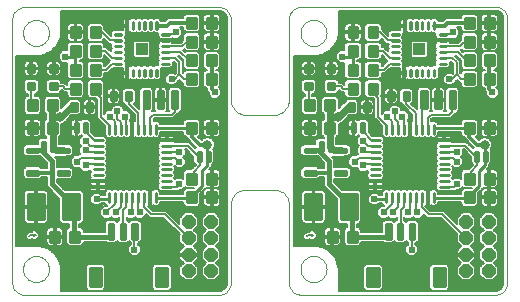
<source format=gtl>
G75*
%MOIN*%
%OFA0B0*%
%FSLAX24Y24*%
%IPPOS*%
%LPD*%
%AMOC8*
5,1,8,0,0,1.08239X$1,22.5*
%
%ADD10C,0.0000*%
%ADD11C,0.0060*%
%ADD12C,0.0101*%
%ADD13C,0.0100*%
%ADD14R,0.0394X0.0394*%
%ADD15C,0.0098*%
%ADD16C,0.0100*%
%ADD17C,0.0100*%
%ADD18C,0.0100*%
%ADD19C,0.0099*%
%ADD20OC8,0.0440*%
%ADD21C,0.0240*%
%ADD22C,0.0120*%
%ADD23C,0.0140*%
%ADD24C,0.0240*%
%ADD25C,0.0320*%
%ADD26C,0.0160*%
D10*
X003587Y005150D02*
X010080Y005150D01*
X010119Y005153D01*
X010158Y005159D01*
X010196Y005169D01*
X010233Y005183D01*
X010268Y005200D01*
X010301Y005221D01*
X010332Y005245D01*
X010361Y005271D01*
X010387Y005301D01*
X010410Y005333D01*
X010430Y005367D01*
X010446Y005402D01*
X010458Y005440D01*
X010467Y005478D01*
X010473Y005517D01*
X010474Y005556D01*
X010474Y008150D01*
X010476Y008194D01*
X010482Y008237D01*
X010491Y008279D01*
X010504Y008321D01*
X010521Y008361D01*
X010541Y008400D01*
X010564Y008437D01*
X010591Y008471D01*
X010620Y008504D01*
X010653Y008533D01*
X010687Y008560D01*
X010724Y008583D01*
X010763Y008603D01*
X010803Y008620D01*
X010845Y008633D01*
X010887Y008642D01*
X010930Y008648D01*
X010974Y008650D01*
X011912Y008650D01*
X011956Y008648D01*
X011999Y008642D01*
X012041Y008633D01*
X012083Y008620D01*
X012123Y008603D01*
X012162Y008583D01*
X012199Y008560D01*
X012233Y008533D01*
X012266Y008504D01*
X012295Y008471D01*
X012322Y008437D01*
X012345Y008400D01*
X012365Y008361D01*
X012382Y008321D01*
X012395Y008279D01*
X012404Y008237D01*
X012410Y008194D01*
X012412Y008150D01*
X012412Y005556D01*
X012414Y005517D01*
X012419Y005479D01*
X012428Y005441D01*
X012441Y005404D01*
X012458Y005369D01*
X012478Y005335D01*
X012501Y005304D01*
X012527Y005275D01*
X012555Y005249D01*
X012586Y005225D01*
X012620Y005205D01*
X012655Y005188D01*
X012692Y005175D01*
X012729Y005165D01*
X012768Y005159D01*
X012807Y005157D01*
X012806Y005157D02*
X019299Y005157D01*
X019338Y005159D01*
X019376Y005165D01*
X019413Y005174D01*
X019450Y005187D01*
X019485Y005204D01*
X019518Y005223D01*
X019549Y005246D01*
X019578Y005272D01*
X019604Y005301D01*
X019627Y005332D01*
X019646Y005365D01*
X019663Y005400D01*
X019676Y005437D01*
X019685Y005474D01*
X019691Y005512D01*
X019693Y005551D01*
X019693Y014350D01*
X019691Y014389D01*
X019685Y014427D01*
X019676Y014464D01*
X019663Y014501D01*
X019646Y014536D01*
X019627Y014569D01*
X019604Y014600D01*
X019578Y014629D01*
X019549Y014655D01*
X019518Y014678D01*
X019485Y014697D01*
X019450Y014714D01*
X019413Y014727D01*
X019376Y014736D01*
X019338Y014742D01*
X019299Y014744D01*
X012806Y014744D01*
X012806Y014743D02*
X012767Y014740D01*
X012728Y014734D01*
X012690Y014724D01*
X012653Y014710D01*
X012618Y014693D01*
X012585Y014672D01*
X012554Y014648D01*
X012525Y014622D01*
X012499Y014592D01*
X012476Y014560D01*
X012456Y014526D01*
X012440Y014491D01*
X012428Y014453D01*
X012419Y014415D01*
X012413Y014376D01*
X012412Y014337D01*
X012412Y014338D02*
X012412Y011650D01*
X012410Y011606D01*
X012404Y011563D01*
X012395Y011521D01*
X012382Y011479D01*
X012365Y011439D01*
X012345Y011400D01*
X012322Y011363D01*
X012295Y011329D01*
X012266Y011296D01*
X012233Y011267D01*
X012199Y011240D01*
X012162Y011217D01*
X012123Y011197D01*
X012083Y011180D01*
X012041Y011167D01*
X011999Y011158D01*
X011956Y011152D01*
X011912Y011150D01*
X010974Y011150D01*
X010930Y011152D01*
X010887Y011158D01*
X010845Y011167D01*
X010803Y011180D01*
X010763Y011197D01*
X010724Y011217D01*
X010687Y011240D01*
X010653Y011267D01*
X010620Y011296D01*
X010591Y011329D01*
X010564Y011363D01*
X010541Y011400D01*
X010521Y011439D01*
X010504Y011479D01*
X010491Y011521D01*
X010482Y011563D01*
X010476Y011606D01*
X010474Y011650D01*
X010474Y014338D01*
X010475Y014338D02*
X010473Y014377D01*
X010468Y014415D01*
X010459Y014453D01*
X010446Y014490D01*
X010429Y014525D01*
X010409Y014559D01*
X010386Y014590D01*
X010360Y014619D01*
X010332Y014645D01*
X010301Y014669D01*
X010267Y014689D01*
X010232Y014706D01*
X010195Y014719D01*
X010158Y014729D01*
X010119Y014735D01*
X010080Y014737D01*
X003587Y014737D01*
X003548Y014735D01*
X003510Y014729D01*
X003473Y014720D01*
X003436Y014707D01*
X003401Y014690D01*
X003368Y014671D01*
X003337Y014648D01*
X003308Y014622D01*
X003282Y014593D01*
X003259Y014562D01*
X003240Y014529D01*
X003223Y014494D01*
X003210Y014457D01*
X003201Y014420D01*
X003195Y014382D01*
X003193Y014343D01*
X003193Y005544D01*
X003195Y005505D01*
X003201Y005467D01*
X003210Y005430D01*
X003223Y005393D01*
X003240Y005358D01*
X003259Y005325D01*
X003282Y005294D01*
X003308Y005265D01*
X003337Y005239D01*
X003368Y005216D01*
X003401Y005197D01*
X003436Y005180D01*
X003473Y005167D01*
X003510Y005158D01*
X003548Y005152D01*
X003587Y005150D01*
X003548Y006006D02*
X003550Y006047D01*
X003556Y006088D01*
X003566Y006128D01*
X003579Y006167D01*
X003596Y006204D01*
X003617Y006240D01*
X003641Y006274D01*
X003668Y006305D01*
X003697Y006333D01*
X003730Y006359D01*
X003764Y006381D01*
X003801Y006400D01*
X003839Y006415D01*
X003879Y006427D01*
X003919Y006435D01*
X003960Y006439D01*
X004002Y006439D01*
X004043Y006435D01*
X004083Y006427D01*
X004123Y006415D01*
X004161Y006400D01*
X004197Y006381D01*
X004232Y006359D01*
X004265Y006333D01*
X004294Y006305D01*
X004321Y006274D01*
X004345Y006240D01*
X004366Y006204D01*
X004383Y006167D01*
X004396Y006128D01*
X004406Y006088D01*
X004412Y006047D01*
X004414Y006006D01*
X004412Y005965D01*
X004406Y005924D01*
X004396Y005884D01*
X004383Y005845D01*
X004366Y005808D01*
X004345Y005772D01*
X004321Y005738D01*
X004294Y005707D01*
X004265Y005679D01*
X004232Y005653D01*
X004198Y005631D01*
X004161Y005612D01*
X004123Y005597D01*
X004083Y005585D01*
X004043Y005577D01*
X004002Y005573D01*
X003960Y005573D01*
X003919Y005577D01*
X003879Y005585D01*
X003839Y005597D01*
X003801Y005612D01*
X003765Y005631D01*
X003730Y005653D01*
X003697Y005679D01*
X003668Y005707D01*
X003641Y005738D01*
X003617Y005772D01*
X003596Y005808D01*
X003579Y005845D01*
X003566Y005884D01*
X003556Y005924D01*
X003550Y005965D01*
X003548Y006006D01*
X003548Y013880D02*
X003550Y013921D01*
X003556Y013962D01*
X003566Y014002D01*
X003579Y014041D01*
X003596Y014078D01*
X003617Y014114D01*
X003641Y014148D01*
X003668Y014179D01*
X003697Y014207D01*
X003730Y014233D01*
X003764Y014255D01*
X003801Y014274D01*
X003839Y014289D01*
X003879Y014301D01*
X003919Y014309D01*
X003960Y014313D01*
X004002Y014313D01*
X004043Y014309D01*
X004083Y014301D01*
X004123Y014289D01*
X004161Y014274D01*
X004197Y014255D01*
X004232Y014233D01*
X004265Y014207D01*
X004294Y014179D01*
X004321Y014148D01*
X004345Y014114D01*
X004366Y014078D01*
X004383Y014041D01*
X004396Y014002D01*
X004406Y013962D01*
X004412Y013921D01*
X004414Y013880D01*
X004412Y013839D01*
X004406Y013798D01*
X004396Y013758D01*
X004383Y013719D01*
X004366Y013682D01*
X004345Y013646D01*
X004321Y013612D01*
X004294Y013581D01*
X004265Y013553D01*
X004232Y013527D01*
X004198Y013505D01*
X004161Y013486D01*
X004123Y013471D01*
X004083Y013459D01*
X004043Y013451D01*
X004002Y013447D01*
X003960Y013447D01*
X003919Y013451D01*
X003879Y013459D01*
X003839Y013471D01*
X003801Y013486D01*
X003765Y013505D01*
X003730Y013527D01*
X003697Y013553D01*
X003668Y013581D01*
X003641Y013612D01*
X003617Y013646D01*
X003596Y013682D01*
X003579Y013719D01*
X003566Y013758D01*
X003556Y013798D01*
X003550Y013839D01*
X003548Y013880D01*
X012798Y013880D02*
X012800Y013921D01*
X012806Y013962D01*
X012816Y014002D01*
X012829Y014041D01*
X012846Y014078D01*
X012867Y014114D01*
X012891Y014148D01*
X012918Y014179D01*
X012947Y014207D01*
X012980Y014233D01*
X013014Y014255D01*
X013051Y014274D01*
X013089Y014289D01*
X013129Y014301D01*
X013169Y014309D01*
X013210Y014313D01*
X013252Y014313D01*
X013293Y014309D01*
X013333Y014301D01*
X013373Y014289D01*
X013411Y014274D01*
X013447Y014255D01*
X013482Y014233D01*
X013515Y014207D01*
X013544Y014179D01*
X013571Y014148D01*
X013595Y014114D01*
X013616Y014078D01*
X013633Y014041D01*
X013646Y014002D01*
X013656Y013962D01*
X013662Y013921D01*
X013664Y013880D01*
X013662Y013839D01*
X013656Y013798D01*
X013646Y013758D01*
X013633Y013719D01*
X013616Y013682D01*
X013595Y013646D01*
X013571Y013612D01*
X013544Y013581D01*
X013515Y013553D01*
X013482Y013527D01*
X013448Y013505D01*
X013411Y013486D01*
X013373Y013471D01*
X013333Y013459D01*
X013293Y013451D01*
X013252Y013447D01*
X013210Y013447D01*
X013169Y013451D01*
X013129Y013459D01*
X013089Y013471D01*
X013051Y013486D01*
X013015Y013505D01*
X012980Y013527D01*
X012947Y013553D01*
X012918Y013581D01*
X012891Y013612D01*
X012867Y013646D01*
X012846Y013682D01*
X012829Y013719D01*
X012816Y013758D01*
X012806Y013798D01*
X012800Y013839D01*
X012798Y013880D01*
X012798Y006006D02*
X012800Y006047D01*
X012806Y006088D01*
X012816Y006128D01*
X012829Y006167D01*
X012846Y006204D01*
X012867Y006240D01*
X012891Y006274D01*
X012918Y006305D01*
X012947Y006333D01*
X012980Y006359D01*
X013014Y006381D01*
X013051Y006400D01*
X013089Y006415D01*
X013129Y006427D01*
X013169Y006435D01*
X013210Y006439D01*
X013252Y006439D01*
X013293Y006435D01*
X013333Y006427D01*
X013373Y006415D01*
X013411Y006400D01*
X013447Y006381D01*
X013482Y006359D01*
X013515Y006333D01*
X013544Y006305D01*
X013571Y006274D01*
X013595Y006240D01*
X013616Y006204D01*
X013633Y006167D01*
X013646Y006128D01*
X013656Y006088D01*
X013662Y006047D01*
X013664Y006006D01*
X013662Y005965D01*
X013656Y005924D01*
X013646Y005884D01*
X013633Y005845D01*
X013616Y005808D01*
X013595Y005772D01*
X013571Y005738D01*
X013544Y005707D01*
X013515Y005679D01*
X013482Y005653D01*
X013448Y005631D01*
X013411Y005612D01*
X013373Y005597D01*
X013333Y005585D01*
X013293Y005577D01*
X013252Y005573D01*
X013210Y005573D01*
X013169Y005577D01*
X013129Y005585D01*
X013089Y005597D01*
X013051Y005612D01*
X013015Y005631D01*
X012980Y005653D01*
X012947Y005679D01*
X012918Y005707D01*
X012891Y005738D01*
X012867Y005772D01*
X012846Y005808D01*
X012829Y005845D01*
X012816Y005884D01*
X012806Y005924D01*
X012800Y005965D01*
X012798Y006006D01*
D11*
X012573Y006781D02*
X012573Y013113D01*
X013266Y013113D01*
X013267Y013112D01*
X013279Y013113D01*
X013290Y013113D01*
X013292Y013114D01*
X013394Y013125D01*
X013396Y013124D01*
X013406Y013126D01*
X013417Y013127D01*
X013419Y013130D01*
X013519Y013156D01*
X013521Y013155D01*
X013531Y013160D01*
X013542Y013162D01*
X013543Y013165D01*
X013637Y013207D01*
X013640Y013206D01*
X013649Y013212D01*
X013659Y013216D01*
X013660Y013219D01*
X013747Y013275D01*
X013750Y013275D01*
X013758Y013282D01*
X013767Y013288D01*
X013767Y013291D01*
X013844Y013360D01*
X013847Y013360D01*
X013854Y013369D01*
X013862Y013376D01*
X013862Y013379D01*
X013927Y013459D01*
X013930Y013460D01*
X013935Y013469D01*
X013942Y013477D01*
X013942Y013480D01*
X013993Y013569D01*
X013996Y013571D01*
X014000Y013581D01*
X014005Y013590D01*
X014005Y013593D01*
X014042Y013689D01*
X014044Y013691D01*
X014046Y013701D01*
X014050Y013711D01*
X014049Y013714D01*
X014071Y013815D01*
X014073Y013817D01*
X014073Y013827D01*
X014076Y013838D01*
X014074Y013840D01*
X014080Y013942D01*
X014080Y013955D01*
X014081Y013967D01*
X014080Y013968D01*
X014080Y014607D01*
X019330Y014607D01*
X019363Y014604D01*
X019446Y014569D01*
X019519Y014497D01*
X019558Y014401D01*
X019563Y014350D01*
X019563Y005551D01*
X019558Y005499D01*
X019519Y005404D01*
X019446Y005332D01*
X019351Y005292D01*
X019299Y005287D01*
X014073Y005287D01*
X014073Y005966D01*
X014074Y005968D01*
X014073Y005979D01*
X014073Y005991D01*
X014072Y005992D01*
X014061Y006094D01*
X014063Y006096D01*
X014060Y006107D01*
X014059Y006117D01*
X014911Y006117D01*
X014890Y006096D02*
X014890Y005371D01*
X014971Y005289D01*
X015460Y005289D01*
X015542Y005371D01*
X015542Y006096D01*
X015460Y006177D01*
X014971Y006177D01*
X014890Y006096D01*
X014890Y006059D02*
X014065Y006059D01*
X014059Y006117D02*
X014057Y006119D01*
X014030Y006219D01*
X014031Y006222D01*
X014027Y006232D01*
X014024Y006242D01*
X014021Y006243D01*
X013979Y006338D01*
X013980Y006341D01*
X013974Y006350D01*
X013970Y006359D01*
X013967Y006360D01*
X013911Y006447D01*
X013911Y006450D01*
X013904Y006458D01*
X013898Y006467D01*
X013895Y006468D01*
X016391Y006468D01*
X016419Y006440D02*
X016593Y006440D01*
X016716Y006563D01*
X016716Y006737D01*
X016626Y006827D01*
X016626Y006864D01*
X016641Y006864D01*
X016716Y006939D01*
X016729Y006918D01*
X016755Y006892D01*
X016786Y006873D01*
X016822Y006864D01*
X016880Y006864D01*
X016880Y007230D01*
X016938Y007230D01*
X016938Y007288D01*
X017117Y007288D01*
X017117Y007533D01*
X017107Y007568D01*
X017089Y007600D01*
X017063Y007626D01*
X017031Y007644D01*
X016996Y007654D01*
X016938Y007654D01*
X016938Y007288D01*
X016880Y007288D01*
X016880Y007654D01*
X016822Y007654D01*
X016786Y007644D01*
X016755Y007626D01*
X016729Y007600D01*
X016716Y007579D01*
X016641Y007654D01*
X016389Y007654D01*
X016318Y007583D01*
X016251Y007651D01*
X016251Y007733D01*
X016294Y007690D01*
X016468Y007690D01*
X016537Y007759D01*
X016606Y007690D01*
X016780Y007690D01*
X016903Y007813D01*
X016903Y007833D01*
X016948Y007788D01*
X017018Y007718D01*
X017468Y007718D01*
X018014Y007172D01*
X018008Y007166D01*
X018008Y006909D01*
X018155Y006762D01*
X018008Y006616D01*
X018008Y006517D01*
X018288Y006517D01*
X018288Y006458D01*
X018008Y006458D01*
X018008Y006359D01*
X018155Y006213D01*
X018008Y006066D01*
X018008Y005809D01*
X018190Y005628D01*
X018447Y005628D01*
X018628Y005809D01*
X018628Y006066D01*
X018482Y006213D01*
X018628Y006359D01*
X018628Y006458D01*
X018348Y006458D01*
X018348Y006517D01*
X018628Y006517D01*
X018628Y006616D01*
X018482Y006762D01*
X018628Y006909D01*
X018628Y007166D01*
X018482Y007312D01*
X018628Y007459D01*
X018628Y007716D01*
X018447Y007897D01*
X018190Y007897D01*
X018008Y007716D01*
X018008Y007517D01*
X017568Y007957D01*
X017118Y007957D01*
X016957Y008119D01*
X016980Y008106D01*
X017015Y008096D01*
X017034Y008096D01*
X017052Y008096D01*
X017087Y008106D01*
X017119Y008124D01*
X017132Y008137D01*
X017173Y008096D01*
X017288Y008096D01*
X017370Y008178D01*
X017370Y008243D01*
X018134Y008243D01*
X018134Y008175D01*
X018216Y008093D01*
X018626Y008093D01*
X018708Y008175D01*
X018708Y008529D01*
X018814Y008635D01*
X018831Y008652D01*
X018813Y008621D01*
X018803Y008586D01*
X018803Y008430D01*
X019060Y008430D01*
X019060Y008370D01*
X018803Y008370D01*
X018803Y008214D01*
X018813Y008179D01*
X018831Y008147D01*
X018857Y008121D01*
X018889Y008103D01*
X018924Y008093D01*
X019060Y008093D01*
X019060Y008370D01*
X019120Y008370D01*
X019120Y008093D01*
X019256Y008093D01*
X019292Y008103D01*
X019323Y008121D01*
X019349Y008147D01*
X019368Y008179D01*
X019377Y008214D01*
X019377Y008370D01*
X019120Y008370D01*
X019120Y008430D01*
X019060Y008430D01*
X019060Y008707D01*
X018924Y008707D01*
X018889Y008697D01*
X018858Y008679D01*
X018896Y008717D01*
X018896Y008726D01*
X018924Y008718D01*
X019060Y008718D01*
X019060Y008995D01*
X019120Y008995D01*
X019120Y008718D01*
X019256Y008718D01*
X019292Y008728D01*
X019323Y008746D01*
X019349Y008772D01*
X019368Y008804D01*
X019377Y008839D01*
X019377Y008995D01*
X019120Y008995D01*
X019120Y009055D01*
X019060Y009055D01*
X019060Y009332D01*
X019010Y009332D01*
X019083Y009405D01*
X019083Y009492D01*
X019158Y009567D01*
X019158Y009983D01*
X019144Y009997D01*
X019155Y010008D01*
X019193Y010100D01*
X019193Y010200D01*
X019155Y010292D01*
X019085Y010362D01*
X018993Y010400D01*
X018893Y010400D01*
X018802Y010362D01*
X018747Y010308D01*
X018638Y010417D01*
X018708Y010488D01*
X018708Y010937D01*
X018626Y011019D01*
X018216Y011019D01*
X018134Y010937D01*
X018134Y010852D01*
X017370Y010852D01*
X017370Y010872D01*
X017288Y010954D01*
X017173Y010954D01*
X017154Y010934D01*
X017154Y011003D01*
X017180Y011030D01*
X017805Y011030D01*
X017903Y011127D01*
X017973Y011198D01*
X017973Y011225D01*
X017999Y011225D01*
X018081Y011307D01*
X018081Y011993D01*
X017999Y012075D01*
X017707Y012075D01*
X017625Y011993D01*
X017625Y011307D01*
X017662Y011270D01*
X017571Y011270D01*
X017581Y011279D01*
X017599Y011311D01*
X017608Y011347D01*
X017608Y011620D01*
X017411Y011620D01*
X017411Y011680D01*
X017608Y011680D01*
X017608Y011953D01*
X017599Y011989D01*
X017581Y012021D01*
X017555Y012047D01*
X017523Y012065D01*
X017487Y012075D01*
X017411Y012075D01*
X017411Y011680D01*
X017351Y011680D01*
X017351Y012075D01*
X017274Y012075D01*
X017239Y012065D01*
X017207Y012047D01*
X017181Y012021D01*
X017162Y011989D01*
X017153Y011953D01*
X017153Y011680D01*
X017351Y011680D01*
X017351Y011620D01*
X017153Y011620D01*
X017153Y011347D01*
X017162Y011311D01*
X017181Y011279D01*
X017190Y011270D01*
X017099Y011270D01*
X017136Y011307D01*
X017136Y011993D01*
X017054Y012075D01*
X016762Y012075D01*
X016680Y011993D01*
X016680Y011332D01*
X016488Y011525D01*
X016552Y011590D01*
X016552Y011960D01*
X016470Y012042D01*
X016178Y012042D01*
X016096Y011960D01*
X016096Y011590D01*
X016178Y011508D01*
X016204Y011508D01*
X016204Y011469D01*
X016274Y011399D01*
X016520Y011153D01*
X016520Y010931D01*
X016497Y010944D01*
X016462Y010954D01*
X016443Y010954D01*
X016425Y010954D01*
X016389Y010944D01*
X016366Y010931D01*
X016366Y010964D01*
X016403Y011001D01*
X016403Y011174D01*
X016280Y011297D01*
X016153Y011297D01*
X016153Y011362D01*
X016030Y011485D01*
X015856Y011485D01*
X015733Y011362D01*
X015733Y011297D01*
X015606Y011297D01*
X015501Y011192D01*
X015501Y011762D01*
X015483Y011780D01*
X015502Y011800D01*
X015502Y012250D01*
X015421Y012332D01*
X015010Y012332D01*
X014928Y012250D01*
X014928Y011800D01*
X015010Y011718D01*
X015205Y011718D01*
X015206Y011718D01*
X015261Y011663D01*
X015261Y011038D01*
X015331Y010968D01*
X015517Y010782D01*
X015517Y010461D01*
X015598Y010380D01*
X015713Y010380D01*
X015754Y010421D01*
X015795Y010380D01*
X015910Y010380D01*
X015951Y010421D01*
X015992Y010380D01*
X016107Y010380D01*
X016148Y010421D01*
X016189Y010380D01*
X016304Y010380D01*
X016345Y010421D01*
X016358Y010408D01*
X016389Y010389D01*
X016425Y010380D01*
X016443Y010380D01*
X016443Y010667D01*
X016443Y010954D01*
X016443Y010667D01*
X016443Y010667D01*
X016443Y010667D01*
X016443Y010380D01*
X016462Y010380D01*
X016497Y010389D01*
X016529Y010408D01*
X016542Y010421D01*
X016582Y010380D01*
X016698Y010380D01*
X016738Y010421D01*
X016779Y010380D01*
X016895Y010380D01*
X016935Y010421D01*
X016976Y010380D01*
X017091Y010380D01*
X017132Y010421D01*
X017173Y010380D01*
X017288Y010380D01*
X017370Y010461D01*
X017370Y010573D01*
X018134Y010573D01*
X018134Y010488D01*
X018216Y010406D01*
X018271Y010406D01*
X018271Y010360D01*
X018543Y010088D01*
X018543Y010088D01*
X018566Y010065D01*
X018560Y010065D01*
X018535Y010040D01*
X018340Y010236D01*
X017849Y010236D01*
X017862Y010259D01*
X017872Y010294D01*
X017872Y010312D01*
X017585Y010312D01*
X017585Y010312D01*
X017298Y010312D01*
X017298Y010294D01*
X017308Y010259D01*
X017326Y010227D01*
X017339Y010214D01*
X017298Y010173D01*
X017298Y010058D01*
X017339Y010017D01*
X017298Y009976D01*
X017298Y009861D01*
X017339Y009820D01*
X017298Y009780D01*
X017298Y009664D01*
X017339Y009623D01*
X017298Y009583D01*
X017298Y009467D01*
X017339Y009427D01*
X017298Y009386D01*
X017298Y009270D01*
X017339Y009230D01*
X017298Y009189D01*
X017298Y009074D01*
X017339Y009033D01*
X017298Y008992D01*
X017298Y008877D01*
X017337Y008838D01*
X017298Y008799D01*
X017298Y008676D01*
X017380Y008594D01*
X017790Y008594D01*
X017813Y008618D01*
X017873Y008618D01*
X017876Y008615D01*
X017922Y008618D01*
X017968Y008618D01*
X017971Y008621D01*
X017976Y008621D01*
X017981Y008628D01*
X018093Y008628D01*
X018200Y008735D01*
X018216Y008718D01*
X018501Y008718D01*
X018489Y008707D01*
X018216Y008707D01*
X018134Y008625D01*
X018134Y008523D01*
X017370Y008523D01*
X017370Y008589D01*
X017288Y008670D01*
X017173Y008670D01*
X017132Y008629D01*
X017119Y008642D01*
X017087Y008661D01*
X017052Y008670D01*
X017034Y008670D01*
X017034Y008383D01*
X017034Y008096D01*
X017034Y008383D01*
X017034Y008383D01*
X017034Y008383D01*
X017034Y008670D01*
X017015Y008670D01*
X016980Y008661D01*
X016948Y008642D01*
X016935Y008629D01*
X016895Y008670D01*
X016779Y008670D01*
X016738Y008629D01*
X016698Y008670D01*
X016582Y008670D01*
X016542Y008629D01*
X016501Y008670D01*
X016386Y008670D01*
X016345Y008629D01*
X016304Y008670D01*
X016189Y008670D01*
X016148Y008629D01*
X016107Y008670D01*
X015992Y008670D01*
X015951Y008629D01*
X015910Y008670D01*
X015795Y008670D01*
X015754Y008629D01*
X015713Y008670D01*
X015598Y008670D01*
X015517Y008589D01*
X015517Y008477D01*
X015413Y008477D01*
X015343Y008547D01*
X015169Y008547D01*
X015046Y008424D01*
X015046Y008251D01*
X015169Y008128D01*
X015343Y008128D01*
X015413Y008198D01*
X015517Y008198D01*
X015517Y008178D01*
X015585Y008110D01*
X015481Y008110D01*
X015358Y007987D01*
X015358Y007813D01*
X015481Y007690D01*
X015655Y007690D01*
X015724Y007759D01*
X015794Y007690D01*
X015968Y007690D01*
X016011Y007733D01*
X016011Y007654D01*
X015995Y007654D01*
X015924Y007583D01*
X015854Y007654D01*
X015601Y007654D01*
X015520Y007572D01*
X015520Y007257D01*
X014815Y007257D01*
X014815Y007312D01*
X014733Y007394D01*
X014676Y007394D01*
X014676Y007525D01*
X014731Y007525D01*
X014814Y007607D01*
X014814Y008568D01*
X014731Y008650D01*
X014184Y008650D01*
X013926Y008908D01*
X013926Y009015D01*
X014387Y009015D01*
X014469Y009097D01*
X014469Y009330D01*
X014387Y009412D01*
X013926Y009412D01*
X013926Y009689D01*
X013863Y009752D01*
X014230Y009752D01*
X014241Y009763D01*
X014387Y009763D01*
X014469Y009845D01*
X014469Y010078D01*
X014387Y010160D01*
X014241Y010160D01*
X014230Y010172D01*
X013994Y010172D01*
X013991Y010174D01*
X013991Y010414D01*
X014065Y010488D01*
X014065Y010843D01*
X014083Y010843D01*
X014175Y010881D01*
X014246Y010952D01*
X014248Y010957D01*
X014260Y010966D01*
X014264Y010986D01*
X014410Y011133D01*
X014646Y011133D01*
X014728Y011215D01*
X014728Y011585D01*
X014646Y011667D01*
X014354Y011667D01*
X014302Y011616D01*
X014300Y011616D01*
X014242Y011558D01*
X014181Y011504D01*
X014181Y011497D01*
X014065Y011381D01*
X014065Y011687D01*
X013983Y011769D01*
X013573Y011769D01*
X013491Y011687D01*
X013491Y011238D01*
X013568Y011161D01*
X013568Y011014D01*
X013491Y010937D01*
X013491Y010488D01*
X013571Y010408D01*
X013571Y010377D01*
X013373Y010377D01*
X013291Y010295D01*
X013291Y010160D01*
X012874Y010160D01*
X012793Y010078D01*
X012793Y009845D01*
X012868Y009770D01*
X012847Y009758D01*
X012821Y009732D01*
X012802Y009700D01*
X012793Y009664D01*
X012793Y009612D01*
X013095Y009612D01*
X013095Y009563D01*
X012793Y009563D01*
X012793Y009511D01*
X012802Y009475D01*
X012821Y009443D01*
X012847Y009417D01*
X012868Y009405D01*
X012793Y009330D01*
X012793Y009097D01*
X012874Y009015D01*
X013363Y009015D01*
X013411Y009063D01*
X013586Y009063D01*
X013586Y008767D01*
X014004Y008349D01*
X014004Y007607D01*
X014086Y007525D01*
X014336Y007525D01*
X014336Y007394D01*
X014323Y007394D01*
X014241Y007312D01*
X014241Y006863D01*
X014323Y006781D01*
X014733Y006781D01*
X014815Y006863D01*
X014815Y006918D01*
X015547Y006918D01*
X015601Y006864D01*
X015854Y006864D01*
X015924Y006934D01*
X015995Y006864D01*
X016248Y006864D01*
X016318Y006934D01*
X016386Y006867D01*
X016386Y006827D01*
X016296Y006737D01*
X016296Y006563D01*
X016419Y006440D01*
X016332Y006527D02*
X013843Y006527D01*
X013826Y006545D02*
X013826Y006547D01*
X013818Y006554D01*
X013810Y006562D01*
X013808Y006562D01*
X013727Y006627D01*
X013727Y006630D01*
X013717Y006636D01*
X013709Y006642D01*
X013706Y006642D01*
X013617Y006694D01*
X013616Y006696D01*
X013606Y006700D01*
X013596Y006706D01*
X013594Y006705D01*
X013497Y006742D01*
X013496Y006745D01*
X013485Y006747D01*
X013475Y006751D01*
X013472Y006749D01*
X013371Y006771D01*
X013369Y006773D01*
X013359Y006774D01*
X013348Y006776D01*
X013346Y006774D01*
X013245Y006780D01*
X013244Y006781D01*
X013231Y006781D01*
X013219Y006781D01*
X013218Y006781D01*
X012573Y006781D01*
X012573Y006819D02*
X013615Y006819D01*
X013625Y006809D02*
X013657Y006790D01*
X013693Y006781D01*
X013829Y006781D01*
X013829Y007057D01*
X013889Y007057D01*
X013889Y006781D01*
X014024Y006781D01*
X014060Y006790D01*
X014092Y006809D01*
X014118Y006835D01*
X014136Y006866D01*
X014145Y006902D01*
X014145Y007058D01*
X013889Y007058D01*
X013889Y007117D01*
X014145Y007117D01*
X014145Y007273D01*
X014136Y007309D01*
X014118Y007340D01*
X014092Y007366D01*
X014060Y007385D01*
X014024Y007394D01*
X013889Y007394D01*
X013889Y007118D01*
X013829Y007118D01*
X013829Y007394D01*
X013693Y007394D01*
X013657Y007385D01*
X013625Y007366D01*
X013599Y007340D01*
X013581Y007309D01*
X013572Y007273D01*
X013572Y007117D01*
X013829Y007117D01*
X013829Y007058D01*
X013572Y007058D01*
X013572Y006902D01*
X013581Y006866D01*
X013599Y006835D01*
X013625Y006809D01*
X013578Y006878D02*
X012573Y006878D01*
X012573Y006936D02*
X013572Y006936D01*
X013572Y006995D02*
X013246Y006995D01*
X013228Y006976D02*
X013271Y007019D01*
X013271Y007019D01*
X013341Y007089D01*
X013341Y007189D01*
X013271Y007259D01*
X013271Y007259D01*
X013228Y007302D01*
X013128Y007302D01*
X013085Y007259D01*
X012998Y007259D01*
X012884Y007145D01*
X012884Y007046D01*
X012955Y006976D01*
X013054Y006976D01*
X013091Y007013D01*
X013128Y006976D01*
X013228Y006976D01*
X013305Y007053D02*
X013572Y007053D01*
X013572Y007170D02*
X013341Y007170D01*
X013341Y007112D02*
X013829Y007112D01*
X013829Y007170D02*
X013889Y007170D01*
X013889Y007112D02*
X014241Y007112D01*
X014241Y007170D02*
X014145Y007170D01*
X014145Y007229D02*
X014241Y007229D01*
X014241Y007287D02*
X014142Y007287D01*
X014112Y007346D02*
X014274Y007346D01*
X014336Y007404D02*
X012573Y007404D01*
X012573Y007346D02*
X013605Y007346D01*
X013575Y007287D02*
X013243Y007287D01*
X013302Y007229D02*
X013572Y007229D01*
X013829Y007229D02*
X013889Y007229D01*
X013889Y007287D02*
X013829Y007287D01*
X013829Y007346D02*
X013889Y007346D01*
X014032Y007580D02*
X013605Y007580D01*
X013605Y007579D02*
X013623Y007611D01*
X013633Y007647D01*
X013633Y008058D01*
X013258Y008058D01*
X013258Y008117D01*
X013633Y008117D01*
X013633Y008528D01*
X013623Y008564D01*
X013605Y008596D01*
X013578Y008622D01*
X013546Y008640D01*
X013511Y008650D01*
X013258Y008650D01*
X013258Y008118D01*
X013198Y008118D01*
X013198Y008650D01*
X012945Y008650D01*
X012909Y008640D01*
X012877Y008622D01*
X012851Y008596D01*
X012832Y008564D01*
X012823Y008528D01*
X012823Y008117D01*
X013198Y008117D01*
X013198Y008058D01*
X012823Y008058D01*
X012823Y007647D01*
X012832Y007611D01*
X012851Y007579D01*
X012877Y007553D01*
X012909Y007535D01*
X012945Y007525D01*
X013198Y007525D01*
X013198Y008057D01*
X013258Y008057D01*
X013258Y007525D01*
X013511Y007525D01*
X013546Y007535D01*
X013578Y007553D01*
X013605Y007579D01*
X013630Y007638D02*
X014004Y007638D01*
X014004Y007697D02*
X013633Y007697D01*
X013633Y007755D02*
X014004Y007755D01*
X014004Y007814D02*
X013633Y007814D01*
X013633Y007872D02*
X014004Y007872D01*
X014004Y007931D02*
X013633Y007931D01*
X013633Y007989D02*
X014004Y007989D01*
X014004Y008048D02*
X013633Y008048D01*
X013633Y008165D02*
X014004Y008165D01*
X014004Y008223D02*
X013633Y008223D01*
X013633Y008282D02*
X014004Y008282D01*
X014004Y008340D02*
X013633Y008340D01*
X013633Y008399D02*
X013954Y008399D01*
X013896Y008457D02*
X013633Y008457D01*
X013633Y008516D02*
X013837Y008516D01*
X013779Y008574D02*
X013617Y008574D01*
X013560Y008633D02*
X013720Y008633D01*
X013662Y008691D02*
X012573Y008691D01*
X012573Y008633D02*
X012895Y008633D01*
X012838Y008574D02*
X012573Y008574D01*
X012573Y008516D02*
X012823Y008516D01*
X012823Y008457D02*
X012573Y008457D01*
X012573Y008399D02*
X012823Y008399D01*
X012823Y008340D02*
X012573Y008340D01*
X012573Y008282D02*
X012823Y008282D01*
X012823Y008223D02*
X012573Y008223D01*
X012573Y008165D02*
X012823Y008165D01*
X012823Y008048D02*
X012573Y008048D01*
X012573Y008106D02*
X013198Y008106D01*
X013198Y008048D02*
X013258Y008048D01*
X013258Y008106D02*
X014004Y008106D01*
X014381Y008053D02*
X014409Y008088D01*
X014506Y008241D01*
X014381Y008213D02*
X014381Y008053D01*
X014814Y008048D02*
X015419Y008048D01*
X015477Y008106D02*
X014814Y008106D01*
X014814Y008165D02*
X015132Y008165D01*
X015073Y008223D02*
X014814Y008223D01*
X014814Y008282D02*
X015046Y008282D01*
X015046Y008340D02*
X014814Y008340D01*
X014814Y008399D02*
X015046Y008399D01*
X015078Y008457D02*
X014814Y008457D01*
X014814Y008516D02*
X015137Y008516D01*
X015135Y008598D02*
X015100Y008608D01*
X015068Y008626D01*
X015042Y008652D01*
X015024Y008684D01*
X015015Y008719D01*
X015015Y008738D01*
X015301Y008738D01*
X015301Y008738D01*
X015301Y008877D01*
X015301Y008934D01*
X015015Y008934D01*
X015015Y008916D01*
X015024Y008881D01*
X015042Y008849D01*
X015055Y008836D01*
X015042Y008823D01*
X015024Y008791D01*
X015015Y008756D01*
X015015Y008738D01*
X015301Y008738D01*
X015301Y008738D01*
X015301Y008934D01*
X015301Y008934D01*
X015301Y008934D01*
X015015Y008934D01*
X015015Y008953D01*
X015024Y008988D01*
X015042Y009020D01*
X015055Y009033D01*
X015015Y009074D01*
X015015Y009189D01*
X015055Y009230D01*
X015015Y009270D01*
X015015Y009299D01*
X014968Y009253D01*
X014794Y009253D01*
X014671Y009376D01*
X014671Y009378D01*
X014512Y009378D01*
X014389Y009501D01*
X014389Y009674D01*
X014512Y009797D01*
X014640Y009797D01*
X014684Y009842D01*
X014704Y009842D01*
X014671Y009876D01*
X014671Y010049D01*
X014740Y010119D01*
X014671Y010188D01*
X014671Y010362D01*
X014749Y010440D01*
X014724Y010465D01*
X014710Y010450D01*
X014678Y010432D01*
X014643Y010423D01*
X014594Y010423D01*
X014594Y010692D01*
X014554Y010692D01*
X014554Y010423D01*
X014506Y010423D01*
X014470Y010432D01*
X014438Y010450D01*
X014412Y010477D01*
X014394Y010508D01*
X014384Y010544D01*
X014384Y010692D01*
X014554Y010692D01*
X014554Y010733D01*
X014554Y011002D01*
X014506Y011002D01*
X014470Y010993D01*
X014438Y010975D01*
X014412Y010948D01*
X014394Y010917D01*
X014384Y010881D01*
X014384Y010733D01*
X014554Y010733D01*
X014594Y010733D01*
X014594Y011002D01*
X014643Y011002D01*
X014678Y010993D01*
X014710Y010975D01*
X014724Y010960D01*
X014766Y011002D01*
X014982Y011002D01*
X015064Y010920D01*
X015064Y010573D01*
X015186Y010452D01*
X015507Y010452D01*
X015588Y010370D01*
X015588Y010255D01*
X015548Y010214D01*
X015588Y010173D01*
X015588Y010058D01*
X015548Y010017D01*
X015588Y009976D01*
X015588Y009861D01*
X015548Y009820D01*
X015588Y009780D01*
X015588Y009664D01*
X015548Y009623D01*
X015588Y009583D01*
X015588Y009467D01*
X015548Y009427D01*
X015588Y009386D01*
X015588Y009270D01*
X015548Y009230D01*
X015588Y009189D01*
X015588Y009074D01*
X015548Y009033D01*
X015560Y009020D01*
X015579Y008988D01*
X015588Y008953D01*
X015588Y008934D01*
X015301Y008934D01*
X015301Y008883D01*
X015287Y008869D01*
X015301Y008867D02*
X015301Y008867D01*
X015301Y008925D02*
X015301Y008925D01*
X015301Y008934D02*
X015301Y008934D01*
X015588Y008934D01*
X015588Y008916D01*
X015579Y008881D01*
X015560Y008849D01*
X015548Y008836D01*
X015560Y008823D01*
X015579Y008791D01*
X015588Y008756D01*
X015588Y008738D01*
X015301Y008738D01*
X015301Y008738D01*
X015301Y008598D01*
X015135Y008598D01*
X015062Y008633D02*
X014749Y008633D01*
X014807Y008574D02*
X015517Y008574D01*
X015503Y008608D02*
X015535Y008626D01*
X015560Y008652D01*
X015579Y008684D01*
X015588Y008719D01*
X015588Y008738D01*
X015301Y008738D01*
X015301Y008738D01*
X015301Y008598D01*
X015467Y008598D01*
X015503Y008608D01*
X015541Y008633D02*
X015561Y008633D01*
X015581Y008691D02*
X017298Y008691D01*
X017298Y008750D02*
X015588Y008750D01*
X015569Y008808D02*
X017307Y008808D01*
X017308Y008867D02*
X015571Y008867D01*
X015588Y008925D02*
X017298Y008925D01*
X017298Y008984D02*
X015580Y008984D01*
X015557Y009042D02*
X017330Y009042D01*
X017298Y009101D02*
X015588Y009101D01*
X015588Y009159D02*
X017298Y009159D01*
X017327Y009218D02*
X015560Y009218D01*
X015588Y009276D02*
X017298Y009276D01*
X017298Y009335D02*
X015588Y009335D01*
X015581Y009393D02*
X017305Y009393D01*
X017314Y009452D02*
X015572Y009452D01*
X015588Y009510D02*
X017298Y009510D01*
X017298Y009569D02*
X015588Y009569D01*
X015551Y009627D02*
X017335Y009627D01*
X017298Y009686D02*
X015588Y009686D01*
X015588Y009744D02*
X017298Y009744D01*
X017321Y009803D02*
X015565Y009803D01*
X015588Y009861D02*
X017298Y009861D01*
X017298Y009920D02*
X015588Y009920D01*
X015587Y009978D02*
X017300Y009978D01*
X017319Y010037D02*
X015567Y010037D01*
X015588Y010095D02*
X017298Y010095D01*
X017298Y010154D02*
X015588Y010154D01*
X015549Y010212D02*
X017337Y010212D01*
X017304Y010271D02*
X015588Y010271D01*
X015588Y010329D02*
X017298Y010329D01*
X017298Y010331D02*
X017298Y010312D01*
X017585Y010312D01*
X017585Y010312D01*
X017872Y010312D01*
X017872Y010331D01*
X017862Y010366D01*
X017844Y010398D01*
X017818Y010424D01*
X017786Y010442D01*
X017751Y010452D01*
X017585Y010452D01*
X017585Y010312D01*
X017585Y010312D01*
X017585Y010452D01*
X017419Y010452D01*
X017384Y010442D01*
X017352Y010424D01*
X017326Y010398D01*
X017308Y010366D01*
X017298Y010331D01*
X017296Y010388D02*
X017320Y010388D01*
X017354Y010446D02*
X017398Y010446D01*
X017370Y010505D02*
X018134Y010505D01*
X018134Y010563D02*
X017370Y010563D01*
X017231Y010667D02*
X017247Y010713D01*
X017370Y010856D02*
X018134Y010856D01*
X018134Y010914D02*
X017328Y010914D01*
X017154Y010973D02*
X018169Y010973D01*
X017923Y011148D02*
X019563Y011148D01*
X019563Y011090D02*
X017865Y011090D01*
X017806Y011031D02*
X019563Y011031D01*
X019563Y010973D02*
X019342Y010973D01*
X019349Y010965D02*
X019323Y010991D01*
X019292Y011010D01*
X019256Y011019D01*
X019120Y011019D01*
X019120Y010743D01*
X019060Y010743D01*
X019060Y011019D01*
X018924Y011019D01*
X018889Y011010D01*
X018857Y010991D01*
X018831Y010965D01*
X018813Y010934D01*
X018803Y010898D01*
X018803Y010742D01*
X019060Y010742D01*
X019060Y010683D01*
X018803Y010683D01*
X018803Y010527D01*
X018813Y010491D01*
X018831Y010460D01*
X018857Y010434D01*
X018889Y010415D01*
X018924Y010406D01*
X019060Y010406D01*
X019060Y010682D01*
X019120Y010682D01*
X019120Y010406D01*
X019256Y010406D01*
X019292Y010415D01*
X019323Y010434D01*
X019349Y010460D01*
X019368Y010491D01*
X019377Y010527D01*
X019377Y010683D01*
X019120Y010683D01*
X019120Y010742D01*
X019377Y010742D01*
X019377Y010898D01*
X019368Y010934D01*
X019349Y010965D01*
X019373Y010914D02*
X019563Y010914D01*
X019563Y010856D02*
X019377Y010856D01*
X019377Y010797D02*
X019563Y010797D01*
X019563Y010739D02*
X019120Y010739D01*
X019120Y010797D02*
X019060Y010797D01*
X019060Y010739D02*
X018708Y010739D01*
X018708Y010797D02*
X018803Y010797D01*
X018803Y010856D02*
X018708Y010856D01*
X018708Y010914D02*
X018808Y010914D01*
X018839Y010973D02*
X018673Y010973D01*
X018708Y010680D02*
X018803Y010680D01*
X018803Y010622D02*
X018708Y010622D01*
X018708Y010563D02*
X018803Y010563D01*
X018809Y010505D02*
X018708Y010505D01*
X018666Y010446D02*
X018845Y010446D01*
X018863Y010388D02*
X018668Y010388D01*
X018726Y010329D02*
X018769Y010329D01*
X019023Y010388D02*
X019563Y010388D01*
X019563Y010446D02*
X019336Y010446D01*
X019371Y010505D02*
X019563Y010505D01*
X019563Y010563D02*
X019377Y010563D01*
X019377Y010622D02*
X019563Y010622D01*
X019563Y010680D02*
X019377Y010680D01*
X019120Y010680D02*
X019060Y010680D01*
X019060Y010622D02*
X019120Y010622D01*
X019120Y010563D02*
X019060Y010563D01*
X019060Y010505D02*
X019120Y010505D01*
X019120Y010446D02*
X019060Y010446D01*
X019118Y010329D02*
X019563Y010329D01*
X019563Y010271D02*
X019164Y010271D01*
X019188Y010212D02*
X019563Y010212D01*
X019563Y010154D02*
X019193Y010154D01*
X019191Y010095D02*
X019563Y010095D01*
X019563Y010037D02*
X019167Y010037D01*
X019158Y009978D02*
X019563Y009978D01*
X019563Y009920D02*
X019158Y009920D01*
X019158Y009861D02*
X019563Y009861D01*
X019563Y009803D02*
X019158Y009803D01*
X019158Y009744D02*
X019563Y009744D01*
X019563Y009686D02*
X019158Y009686D01*
X019158Y009627D02*
X019563Y009627D01*
X019563Y009569D02*
X019158Y009569D01*
X019101Y009510D02*
X019563Y009510D01*
X019563Y009452D02*
X019083Y009452D01*
X019072Y009393D02*
X019563Y009393D01*
X019563Y009335D02*
X019013Y009335D01*
X019060Y009276D02*
X019120Y009276D01*
X019120Y009332D02*
X019120Y009055D01*
X019377Y009055D01*
X019377Y009211D01*
X019368Y009246D01*
X019349Y009278D01*
X019323Y009304D01*
X019292Y009322D01*
X019256Y009332D01*
X019120Y009332D01*
X019120Y009218D02*
X019060Y009218D01*
X019060Y009159D02*
X019120Y009159D01*
X019120Y009101D02*
X019060Y009101D01*
X019120Y009042D02*
X019563Y009042D01*
X019563Y008984D02*
X019377Y008984D01*
X019377Y008925D02*
X019563Y008925D01*
X019563Y008867D02*
X019377Y008867D01*
X019369Y008808D02*
X019563Y008808D01*
X019563Y008750D02*
X019327Y008750D01*
X019292Y008697D02*
X019256Y008707D01*
X019120Y008707D01*
X019120Y008430D01*
X019377Y008430D01*
X019377Y008586D01*
X019368Y008621D01*
X019349Y008653D01*
X019323Y008679D01*
X019292Y008697D01*
X019302Y008691D02*
X019563Y008691D01*
X019563Y008633D02*
X019361Y008633D01*
X019377Y008574D02*
X019563Y008574D01*
X019563Y008516D02*
X019377Y008516D01*
X019377Y008457D02*
X019563Y008457D01*
X019563Y008399D02*
X019120Y008399D01*
X019120Y008457D02*
X019060Y008457D01*
X019060Y008399D02*
X018708Y008399D01*
X018708Y008457D02*
X018803Y008457D01*
X018803Y008516D02*
X018708Y008516D01*
X018753Y008574D02*
X018803Y008574D01*
X018811Y008633D02*
X018820Y008633D01*
X018870Y008691D02*
X018879Y008691D01*
X019060Y008691D02*
X019120Y008691D01*
X019120Y008633D02*
X019060Y008633D01*
X019060Y008574D02*
X019120Y008574D01*
X019120Y008516D02*
X019060Y008516D01*
X019060Y008340D02*
X019120Y008340D01*
X019120Y008282D02*
X019060Y008282D01*
X019060Y008223D02*
X019120Y008223D01*
X019120Y008165D02*
X019060Y008165D01*
X019060Y008106D02*
X019120Y008106D01*
X019297Y008106D02*
X019563Y008106D01*
X019563Y008048D02*
X017028Y008048D01*
X017034Y008106D02*
X017034Y008106D01*
X017088Y008106D02*
X017163Y008106D01*
X017298Y008106D02*
X018203Y008106D01*
X018145Y008165D02*
X017356Y008165D01*
X017370Y008223D02*
X018134Y008223D01*
X018421Y008400D02*
X018483Y008383D01*
X018708Y008340D02*
X018803Y008340D01*
X018803Y008282D02*
X018708Y008282D01*
X018708Y008223D02*
X018803Y008223D01*
X018821Y008165D02*
X018697Y008165D01*
X018639Y008106D02*
X018884Y008106D01*
X018940Y007897D02*
X018758Y007716D01*
X018758Y007459D01*
X018905Y007312D01*
X018758Y007166D01*
X018758Y006909D01*
X018905Y006762D01*
X018758Y006616D01*
X018758Y006359D01*
X018905Y006213D01*
X018758Y006066D01*
X018758Y005809D01*
X018940Y005628D01*
X019197Y005628D01*
X019378Y005809D01*
X019378Y006066D01*
X019232Y006213D01*
X019378Y006359D01*
X019378Y006616D01*
X019232Y006762D01*
X019378Y006909D01*
X019378Y007166D01*
X019232Y007312D01*
X019378Y007459D01*
X019378Y007716D01*
X019197Y007897D01*
X018940Y007897D01*
X018914Y007872D02*
X018472Y007872D01*
X018531Y007814D02*
X018856Y007814D01*
X018797Y007755D02*
X018589Y007755D01*
X018628Y007697D02*
X018758Y007697D01*
X018758Y007638D02*
X018628Y007638D01*
X018628Y007580D02*
X018758Y007580D01*
X018758Y007521D02*
X018628Y007521D01*
X018628Y007463D02*
X018758Y007463D01*
X018813Y007404D02*
X018573Y007404D01*
X018515Y007346D02*
X018872Y007346D01*
X018879Y007287D02*
X018507Y007287D01*
X018566Y007229D02*
X018821Y007229D01*
X018762Y007170D02*
X018624Y007170D01*
X018628Y007112D02*
X018758Y007112D01*
X018758Y007053D02*
X018628Y007053D01*
X018628Y006995D02*
X018758Y006995D01*
X018758Y006936D02*
X018628Y006936D01*
X018597Y006878D02*
X018790Y006878D01*
X018848Y006819D02*
X018538Y006819D01*
X018484Y006761D02*
X018903Y006761D01*
X018844Y006702D02*
X018542Y006702D01*
X018601Y006644D02*
X018786Y006644D01*
X018758Y006585D02*
X018628Y006585D01*
X018628Y006527D02*
X018758Y006527D01*
X018758Y006468D02*
X018348Y006468D01*
X018288Y006468D02*
X016621Y006468D01*
X016679Y006527D02*
X018008Y006527D01*
X018008Y006585D02*
X016716Y006585D01*
X016716Y006644D02*
X018036Y006644D01*
X018094Y006702D02*
X016716Y006702D01*
X016692Y006761D02*
X018153Y006761D01*
X018098Y006819D02*
X016634Y006819D01*
X016655Y006878D02*
X016779Y006878D01*
X016756Y006878D02*
X017131Y006878D01*
X017089Y006918D02*
X017107Y006949D01*
X017117Y006985D01*
X017117Y007230D01*
X016938Y007230D01*
X016938Y006864D01*
X016996Y006864D01*
X017031Y006873D01*
X017063Y006892D01*
X017089Y006918D01*
X017100Y006936D02*
X018008Y006936D01*
X018008Y006995D02*
X017117Y006995D01*
X017131Y006995D02*
X016756Y006995D01*
X016756Y007053D02*
X017131Y007053D01*
X017117Y007053D02*
X018008Y007053D01*
X018008Y007112D02*
X017117Y007112D01*
X017131Y007112D02*
X016756Y007112D01*
X016756Y007170D02*
X017131Y007170D01*
X017117Y007170D02*
X018012Y007170D01*
X017957Y007229D02*
X017117Y007229D01*
X017131Y007229D02*
X016756Y007229D01*
X016756Y007287D02*
X017131Y007287D01*
X017131Y007346D02*
X016756Y007346D01*
X016756Y007404D02*
X017131Y007404D01*
X017117Y007404D02*
X017782Y007404D01*
X017840Y007346D02*
X017117Y007346D01*
X017117Y007463D02*
X017723Y007463D01*
X017665Y007521D02*
X017117Y007521D01*
X017131Y007521D02*
X016756Y007521D01*
X016756Y007463D02*
X017131Y007463D01*
X017131Y007580D02*
X016756Y007580D01*
X016717Y007580D02*
X016716Y007580D01*
X016756Y007638D02*
X017131Y007638D01*
X017131Y007650D02*
X016756Y007650D01*
X016756Y006775D01*
X017131Y006775D01*
X017131Y007650D01*
X017101Y007580D02*
X017606Y007580D01*
X017548Y007638D02*
X017042Y007638D01*
X016938Y007638D02*
X016880Y007638D01*
X016880Y007580D02*
X016938Y007580D01*
X016938Y007521D02*
X016880Y007521D01*
X016880Y007463D02*
X016938Y007463D01*
X016938Y007404D02*
X016880Y007404D01*
X016880Y007346D02*
X016938Y007346D01*
X016938Y007287D02*
X017899Y007287D01*
X018004Y007521D02*
X018008Y007521D01*
X018008Y007580D02*
X017946Y007580D01*
X017887Y007638D02*
X018008Y007638D01*
X018008Y007697D02*
X017829Y007697D01*
X017770Y007755D02*
X018047Y007755D01*
X018106Y007814D02*
X017712Y007814D01*
X017653Y007872D02*
X018164Y007872D01*
X017595Y007931D02*
X019563Y007931D01*
X019563Y007989D02*
X017086Y007989D01*
X017068Y007838D02*
X017518Y007838D01*
X018318Y007038D01*
X018040Y006878D02*
X017039Y006878D01*
X016938Y006878D02*
X016880Y006878D01*
X016880Y006936D02*
X016938Y006936D01*
X016938Y006995D02*
X016880Y006995D01*
X016880Y007053D02*
X016938Y007053D01*
X016938Y007112D02*
X016880Y007112D01*
X016880Y007170D02*
X016938Y007170D01*
X016938Y007229D02*
X016880Y007229D01*
X016515Y007259D02*
X016506Y007187D01*
X016506Y006650D01*
X016296Y006644D02*
X013704Y006644D01*
X013780Y006585D02*
X016296Y006585D01*
X016296Y006702D02*
X013603Y006702D01*
X013421Y006761D02*
X016319Y006761D01*
X016378Y006819D02*
X014771Y006819D01*
X014815Y006878D02*
X015587Y006878D01*
X015693Y007088D02*
X015756Y007088D01*
X015693Y007162D02*
X015728Y007259D01*
X015520Y007287D02*
X014815Y007287D01*
X014782Y007346D02*
X015520Y007346D01*
X015520Y007404D02*
X014676Y007404D01*
X014676Y007463D02*
X015520Y007463D01*
X015520Y007521D02*
X014676Y007521D01*
X014786Y007580D02*
X015527Y007580D01*
X015585Y007638D02*
X014814Y007638D01*
X014814Y007697D02*
X015475Y007697D01*
X015416Y007755D02*
X014814Y007755D01*
X014814Y007814D02*
X015358Y007814D01*
X015358Y007872D02*
X014814Y007872D01*
X014814Y007931D02*
X015358Y007931D01*
X015360Y007989D02*
X014814Y007989D01*
X015380Y008165D02*
X015530Y008165D01*
X015610Y008338D02*
X015656Y008383D01*
X015517Y008516D02*
X015375Y008516D01*
X015301Y008633D02*
X015301Y008633D01*
X015301Y008691D02*
X015301Y008691D01*
X015301Y008750D02*
X015301Y008750D01*
X015301Y008808D02*
X015301Y008808D01*
X015034Y008808D02*
X014026Y008808D01*
X014084Y008750D02*
X015015Y008750D01*
X015022Y008691D02*
X014143Y008691D01*
X013967Y008867D02*
X015032Y008867D01*
X015015Y008925D02*
X013926Y008925D01*
X013926Y008984D02*
X015023Y008984D01*
X015046Y009042D02*
X014414Y009042D01*
X014469Y009101D02*
X015015Y009101D01*
X015015Y009159D02*
X014469Y009159D01*
X014469Y009218D02*
X015043Y009218D01*
X015015Y009276D02*
X014991Y009276D01*
X014881Y009463D02*
X014943Y009525D01*
X015301Y009525D01*
X015301Y009722D02*
X014734Y009722D01*
X014599Y009588D01*
X014459Y009744D02*
X013871Y009744D01*
X013926Y009686D02*
X014400Y009686D01*
X014389Y009627D02*
X013926Y009627D01*
X013926Y009569D02*
X014389Y009569D01*
X014389Y009510D02*
X013926Y009510D01*
X013926Y009452D02*
X014438Y009452D01*
X014406Y009393D02*
X014497Y009393D01*
X014464Y009335D02*
X014712Y009335D01*
X014770Y009276D02*
X014469Y009276D01*
X014426Y009803D02*
X014645Y009803D01*
X014685Y009861D02*
X014469Y009861D01*
X014469Y009920D02*
X014671Y009920D01*
X014671Y009978D02*
X014469Y009978D01*
X014469Y010037D02*
X014671Y010037D01*
X014716Y010095D02*
X014452Y010095D01*
X014393Y010154D02*
X014705Y010154D01*
X014671Y010212D02*
X013991Y010212D01*
X013991Y010271D02*
X014671Y010271D01*
X014671Y010329D02*
X013991Y010329D01*
X013991Y010388D02*
X014696Y010388D01*
X014703Y010446D02*
X014743Y010446D01*
X014594Y010446D02*
X014554Y010446D01*
X014554Y010505D02*
X014594Y010505D01*
X014594Y010563D02*
X014554Y010563D01*
X014554Y010622D02*
X014594Y010622D01*
X014594Y010680D02*
X014554Y010680D01*
X014554Y010739D02*
X014594Y010739D01*
X014594Y010797D02*
X014554Y010797D01*
X014554Y010856D02*
X014594Y010856D01*
X014594Y010914D02*
X014554Y010914D01*
X014554Y010973D02*
X014594Y010973D01*
X014712Y010973D02*
X014736Y010973D01*
X014661Y011148D02*
X014860Y011148D01*
X014870Y011142D02*
X014905Y011133D01*
X014982Y011133D01*
X014982Y011370D01*
X015042Y011370D01*
X015042Y011430D01*
X015239Y011430D01*
X015239Y011546D01*
X015230Y011581D01*
X015211Y011613D01*
X015185Y011639D01*
X015154Y011658D01*
X015118Y011667D01*
X015042Y011667D01*
X015042Y011430D01*
X014982Y011430D01*
X014982Y011667D01*
X014905Y011667D01*
X014870Y011658D01*
X014838Y011639D01*
X014812Y011613D01*
X014793Y011581D01*
X014784Y011546D01*
X014784Y011430D01*
X014982Y011430D01*
X014982Y011370D01*
X014784Y011370D01*
X014784Y011254D01*
X014793Y011219D01*
X014812Y011187D01*
X014838Y011161D01*
X014870Y011142D01*
X014800Y011207D02*
X014719Y011207D01*
X014728Y011265D02*
X014784Y011265D01*
X014784Y011324D02*
X014728Y011324D01*
X014728Y011382D02*
X014982Y011382D01*
X014982Y011324D02*
X015042Y011324D01*
X015042Y011370D02*
X015042Y011133D01*
X015118Y011133D01*
X015154Y011142D01*
X015185Y011161D01*
X015211Y011187D01*
X015230Y011219D01*
X015239Y011254D01*
X015239Y011370D01*
X015042Y011370D01*
X015042Y011382D02*
X015261Y011382D01*
X015261Y011324D02*
X015239Y011324D01*
X015239Y011265D02*
X015261Y011265D01*
X015261Y011207D02*
X015223Y011207D01*
X015261Y011148D02*
X015164Y011148D01*
X015261Y011090D02*
X014367Y011090D01*
X014309Y011031D02*
X015267Y011031D01*
X015326Y010973D02*
X015012Y010973D01*
X015064Y010914D02*
X015384Y010914D01*
X015443Y010856D02*
X015064Y010856D01*
X015064Y010797D02*
X015501Y010797D01*
X015517Y010739D02*
X015064Y010739D01*
X015064Y010680D02*
X015517Y010680D01*
X015517Y010622D02*
X015064Y010622D01*
X015075Y010563D02*
X015517Y010563D01*
X015517Y010505D02*
X015133Y010505D01*
X015156Y010312D02*
X014874Y010594D01*
X014874Y010713D01*
X014881Y010275D02*
X015040Y010116D01*
X015301Y010116D01*
X015301Y010312D02*
X015156Y010312D01*
X015512Y010446D02*
X015532Y010446D01*
X015571Y010388D02*
X015590Y010388D01*
X015721Y010388D02*
X015787Y010388D01*
X015918Y010388D02*
X015984Y010388D01*
X016115Y010388D02*
X016181Y010388D01*
X016312Y010388D02*
X016396Y010388D01*
X016443Y010388D02*
X016443Y010388D01*
X016490Y010388D02*
X016575Y010388D01*
X016705Y010388D02*
X016772Y010388D01*
X016902Y010388D02*
X016968Y010388D01*
X017099Y010388D02*
X017165Y010388D01*
X017034Y010667D02*
X017034Y011053D01*
X017131Y011150D01*
X017756Y011150D01*
X017853Y011247D01*
X017853Y011650D01*
X017625Y011675D02*
X017411Y011675D01*
X017411Y011733D02*
X017351Y011733D01*
X017351Y011675D02*
X017136Y011675D01*
X017136Y011733D02*
X017153Y011733D01*
X017153Y011792D02*
X017136Y011792D01*
X017136Y011850D02*
X017153Y011850D01*
X017153Y011909D02*
X017136Y011909D01*
X017136Y011967D02*
X017157Y011967D01*
X017186Y012026D02*
X017103Y012026D01*
X017118Y012303D02*
X017149Y012334D01*
X017181Y012303D01*
X017315Y012303D01*
X017397Y012385D01*
X017397Y012696D01*
X017708Y012696D01*
X017791Y012778D01*
X017791Y012912D01*
X017781Y012922D01*
X017814Y012922D01*
X017886Y012850D01*
X017886Y012543D01*
X017866Y012524D01*
X017843Y012547D01*
X017669Y012547D01*
X017546Y012424D01*
X017546Y012251D01*
X017669Y012128D01*
X017843Y012128D01*
X017966Y012251D01*
X017966Y012284D01*
X018006Y012324D01*
X018112Y012218D01*
X018134Y012218D01*
X018134Y012113D01*
X018216Y012031D01*
X018626Y012031D01*
X018708Y012113D01*
X018708Y012562D01*
X018626Y012644D01*
X018216Y012644D01*
X018134Y012562D01*
X018134Y012535D01*
X018126Y012543D01*
X018126Y012950D01*
X018055Y013020D01*
X018091Y013020D01*
X018055Y013020D02*
X017956Y013119D01*
X017992Y013119D01*
X018134Y012977D01*
X018134Y012738D01*
X018216Y012656D01*
X018626Y012656D01*
X018708Y012738D01*
X018708Y013187D01*
X018626Y013269D01*
X018216Y013269D01*
X018199Y013252D01*
X018134Y013316D01*
X018154Y013316D01*
X018167Y013329D01*
X018216Y013281D01*
X018626Y013281D01*
X018708Y013363D01*
X018708Y013812D01*
X018626Y013894D01*
X018216Y013894D01*
X018134Y013812D01*
X018134Y013636D01*
X018054Y013556D01*
X017773Y013556D01*
X017781Y013570D01*
X017791Y013605D01*
X017790Y013605D02*
X018104Y013605D01*
X018134Y013664D02*
X017790Y013664D01*
X017791Y013660D02*
X017781Y013696D01*
X017773Y013710D01*
X017774Y013710D01*
X017794Y013690D01*
X017968Y013690D01*
X018091Y013813D01*
X018091Y013987D01*
X018015Y014063D01*
X018134Y014063D01*
X018134Y013988D01*
X018216Y013906D01*
X018626Y013906D01*
X018708Y013988D01*
X018708Y014437D01*
X018626Y014519D01*
X018216Y014519D01*
X018134Y014437D01*
X018134Y014362D01*
X017631Y014362D01*
X017543Y014275D01*
X017397Y014275D01*
X017397Y014290D01*
X017315Y014372D01*
X017181Y014372D01*
X017149Y014341D01*
X017118Y014372D01*
X016984Y014372D01*
X016953Y014341D01*
X016921Y014372D01*
X016787Y014372D01*
X016756Y014341D01*
X016724Y014372D01*
X016590Y014372D01*
X016559Y014341D01*
X016527Y014372D01*
X016393Y014372D01*
X016362Y014341D01*
X016358Y014344D01*
X016327Y014363D01*
X016291Y014372D01*
X016264Y014372D01*
X016264Y014125D01*
X016264Y014125D01*
X016264Y013877D01*
X016291Y013877D01*
X016327Y013887D01*
X016358Y013905D01*
X016362Y013909D01*
X016393Y013877D01*
X016527Y013877D01*
X016559Y013909D01*
X016590Y013877D01*
X016724Y013877D01*
X016756Y013909D01*
X016787Y013877D01*
X016921Y013877D01*
X016953Y013909D01*
X016984Y013877D01*
X017118Y013877D01*
X017149Y013909D01*
X017181Y013877D01*
X017296Y013877D01*
X017296Y013763D01*
X017327Y013731D01*
X017324Y013728D01*
X017305Y013696D01*
X017296Y013660D01*
X017296Y013633D01*
X017543Y013633D01*
X017543Y013633D01*
X017791Y013633D01*
X017791Y013660D01*
X017791Y013633D02*
X017543Y013633D01*
X017543Y013633D01*
X017296Y013633D01*
X017296Y013605D01*
X017009Y013605D01*
X016990Y013624D02*
X017043Y013572D01*
X017043Y013103D01*
X016990Y013051D01*
X016522Y013051D01*
X016469Y013103D01*
X016469Y013572D01*
X016522Y013624D01*
X016990Y013624D01*
X017043Y013547D02*
X017319Y013547D01*
X017324Y013538D02*
X017327Y013534D01*
X017296Y013503D01*
X017296Y013369D01*
X017327Y013337D01*
X017296Y013306D01*
X017296Y013172D01*
X017327Y013141D01*
X017296Y013109D01*
X017296Y012975D01*
X017327Y012944D01*
X017296Y012912D01*
X017296Y012798D01*
X017181Y012798D01*
X017149Y012766D01*
X017118Y012798D01*
X016984Y012798D01*
X016953Y012766D01*
X016921Y012798D01*
X016787Y012798D01*
X016756Y012766D01*
X016724Y012798D01*
X016590Y012798D01*
X016559Y012766D01*
X016527Y012798D01*
X016393Y012798D01*
X016362Y012766D01*
X016358Y012770D01*
X016327Y012788D01*
X016291Y012798D01*
X016264Y012798D01*
X016264Y012550D01*
X016264Y012303D01*
X016291Y012303D01*
X016327Y012312D01*
X016358Y012331D01*
X016362Y012334D01*
X016393Y012303D01*
X016527Y012303D01*
X016559Y012334D01*
X016590Y012303D01*
X016724Y012303D01*
X016756Y012334D01*
X016787Y012303D01*
X016921Y012303D01*
X016953Y012334D01*
X016984Y012303D01*
X017118Y012303D01*
X017133Y012318D02*
X017165Y012318D01*
X017330Y012318D02*
X017546Y012318D01*
X017546Y012260D02*
X015493Y012260D01*
X015502Y012201D02*
X017595Y012201D01*
X017654Y012143D02*
X015502Y012143D01*
X015502Y012084D02*
X018163Y012084D01*
X018134Y012143D02*
X017858Y012143D01*
X017916Y012201D02*
X018134Y012201D01*
X018070Y012260D02*
X017966Y012260D01*
X018000Y012318D02*
X018012Y012318D01*
X018162Y012338D02*
X018006Y012494D01*
X017849Y012338D01*
X017756Y012338D01*
X017615Y012494D02*
X017397Y012494D01*
X017397Y012552D02*
X017886Y012552D01*
X017886Y012611D02*
X017397Y012611D01*
X017397Y012669D02*
X017886Y012669D01*
X017886Y012728D02*
X017740Y012728D01*
X017791Y012786D02*
X017886Y012786D01*
X017886Y012845D02*
X017791Y012845D01*
X017791Y012903D02*
X017833Y012903D01*
X017863Y013042D02*
X018006Y012900D01*
X018006Y012494D01*
X018126Y012552D02*
X018134Y012552D01*
X018126Y012611D02*
X018182Y012611D01*
X018203Y012669D02*
X018126Y012669D01*
X018126Y012728D02*
X018144Y012728D01*
X018134Y012786D02*
X018126Y012786D01*
X018126Y012845D02*
X018134Y012845D01*
X018126Y012903D02*
X018134Y012903D01*
X018134Y012962D02*
X018114Y012962D01*
X018032Y013079D02*
X017997Y013079D01*
X017863Y013042D02*
X017543Y013042D01*
X017543Y013239D02*
X018042Y013239D01*
X018318Y012963D01*
X018421Y012963D01*
X018443Y012985D01*
X018443Y012963D01*
X018708Y012962D02*
X018803Y012962D01*
X018803Y013020D02*
X018708Y013020D01*
X018708Y013079D02*
X018803Y013079D01*
X018803Y013137D02*
X018708Y013137D01*
X018700Y013196D02*
X018812Y013196D01*
X018803Y013187D02*
X018803Y012738D01*
X018885Y012656D01*
X018940Y012656D01*
X018940Y012644D01*
X018885Y012644D01*
X018803Y012562D01*
X018803Y012113D01*
X018885Y012031D01*
X018940Y012031D01*
X018940Y011941D01*
X018983Y011898D01*
X018983Y011813D01*
X019106Y011690D01*
X019280Y011690D01*
X019403Y011813D01*
X019403Y011987D01*
X019327Y012063D01*
X019377Y012113D01*
X019377Y012562D01*
X019296Y012644D01*
X019240Y012644D01*
X019240Y012656D01*
X019296Y012656D01*
X019377Y012738D01*
X019377Y013187D01*
X019296Y013269D01*
X018885Y013269D01*
X018803Y013187D01*
X018870Y013254D02*
X018641Y013254D01*
X018658Y013313D02*
X018853Y013313D01*
X018857Y013309D02*
X018831Y013335D01*
X018813Y013366D01*
X018803Y013402D01*
X018803Y013558D01*
X019060Y013558D01*
X019060Y013617D01*
X018803Y013617D01*
X018803Y013773D01*
X018813Y013809D01*
X018831Y013840D01*
X018857Y013866D01*
X018889Y013885D01*
X018924Y013894D01*
X019060Y013894D01*
X019060Y013618D01*
X019120Y013618D01*
X019120Y013894D01*
X019256Y013894D01*
X019292Y013885D01*
X019323Y013866D01*
X019349Y013840D01*
X019368Y013809D01*
X019377Y013773D01*
X019377Y013617D01*
X019120Y013617D01*
X019120Y013558D01*
X019377Y013558D01*
X019377Y013402D01*
X019368Y013366D01*
X019349Y013335D01*
X019323Y013309D01*
X019292Y013290D01*
X019256Y013281D01*
X019120Y013281D01*
X019120Y013557D01*
X019060Y013557D01*
X019060Y013281D01*
X018924Y013281D01*
X018889Y013290D01*
X018857Y013309D01*
X018812Y013371D02*
X018708Y013371D01*
X018708Y013430D02*
X018803Y013430D01*
X018803Y013488D02*
X018708Y013488D01*
X018708Y013547D02*
X018803Y013547D01*
X018708Y013605D02*
X019060Y013605D01*
X019060Y013547D02*
X019120Y013547D01*
X019120Y013605D02*
X019563Y013605D01*
X019563Y013547D02*
X019377Y013547D01*
X019377Y013488D02*
X019563Y013488D01*
X019563Y013430D02*
X019377Y013430D01*
X019369Y013371D02*
X019563Y013371D01*
X019563Y013313D02*
X019327Y013313D01*
X019311Y013254D02*
X019563Y013254D01*
X019563Y013196D02*
X019369Y013196D01*
X019377Y013137D02*
X019563Y013137D01*
X019563Y013079D02*
X019377Y013079D01*
X019377Y013020D02*
X019563Y013020D01*
X019563Y012962D02*
X019377Y012962D01*
X019377Y012903D02*
X019563Y012903D01*
X019563Y012845D02*
X019377Y012845D01*
X019377Y012786D02*
X019563Y012786D01*
X019563Y012728D02*
X019367Y012728D01*
X019309Y012669D02*
X019563Y012669D01*
X019563Y012611D02*
X019329Y012611D01*
X019377Y012552D02*
X019563Y012552D01*
X019563Y012494D02*
X019377Y012494D01*
X019377Y012435D02*
X019563Y012435D01*
X019563Y012377D02*
X019377Y012377D01*
X019377Y012318D02*
X019563Y012318D01*
X019563Y012260D02*
X019377Y012260D01*
X019377Y012201D02*
X019563Y012201D01*
X019563Y012143D02*
X019377Y012143D01*
X019349Y012084D02*
X019563Y012084D01*
X019563Y012026D02*
X019365Y012026D01*
X019403Y011967D02*
X019563Y011967D01*
X019563Y011909D02*
X019403Y011909D01*
X019403Y011850D02*
X019563Y011850D01*
X019563Y011792D02*
X019382Y011792D01*
X019323Y011733D02*
X019563Y011733D01*
X019563Y011675D02*
X018081Y011675D01*
X018081Y011733D02*
X019063Y011733D01*
X019005Y011792D02*
X018081Y011792D01*
X018081Y011850D02*
X018983Y011850D01*
X018972Y011909D02*
X018081Y011909D01*
X018081Y011967D02*
X018940Y011967D01*
X018940Y012026D02*
X018048Y012026D01*
X018162Y012338D02*
X018421Y012338D01*
X018708Y012318D02*
X018803Y012318D01*
X018803Y012260D02*
X018708Y012260D01*
X018708Y012201D02*
X018803Y012201D01*
X018803Y012143D02*
X018708Y012143D01*
X018679Y012084D02*
X018832Y012084D01*
X018803Y012377D02*
X018708Y012377D01*
X018708Y012435D02*
X018803Y012435D01*
X018803Y012494D02*
X018708Y012494D01*
X018708Y012552D02*
X018803Y012552D01*
X018852Y012611D02*
X018660Y012611D01*
X018639Y012669D02*
X018872Y012669D01*
X018813Y012728D02*
X018698Y012728D01*
X018708Y012786D02*
X018803Y012786D01*
X018803Y012845D02*
X018708Y012845D01*
X018708Y012903D02*
X018803Y012903D01*
X019060Y013313D02*
X019120Y013313D01*
X019120Y013371D02*
X019060Y013371D01*
X019060Y013430D02*
X019120Y013430D01*
X019120Y013488D02*
X019060Y013488D01*
X019060Y013664D02*
X019120Y013664D01*
X019120Y013722D02*
X019060Y013722D01*
X019060Y013781D02*
X019120Y013781D01*
X019120Y013839D02*
X019060Y013839D01*
X019060Y013906D02*
X019060Y014182D01*
X019120Y014182D01*
X019120Y013906D01*
X019256Y013906D01*
X019292Y013915D01*
X019323Y013934D01*
X019349Y013960D01*
X019368Y013991D01*
X019377Y014027D01*
X019377Y014183D01*
X019120Y014183D01*
X019120Y014242D01*
X019377Y014242D01*
X019377Y014398D01*
X019368Y014434D01*
X019349Y014465D01*
X019323Y014491D01*
X019292Y014510D01*
X019256Y014519D01*
X019120Y014519D01*
X019120Y014243D01*
X019060Y014243D01*
X019060Y014519D01*
X018924Y014519D01*
X018889Y014510D01*
X018857Y014491D01*
X018831Y014465D01*
X018813Y014434D01*
X018803Y014398D01*
X018803Y014242D01*
X019060Y014242D01*
X019060Y014183D01*
X018803Y014183D01*
X018803Y014027D01*
X018813Y013991D01*
X018831Y013960D01*
X018857Y013934D01*
X018889Y013915D01*
X018924Y013906D01*
X019060Y013906D01*
X019060Y013956D02*
X019120Y013956D01*
X019120Y014015D02*
X019060Y014015D01*
X019060Y014073D02*
X019120Y014073D01*
X019120Y014132D02*
X019060Y014132D01*
X019060Y014190D02*
X018708Y014190D01*
X018708Y014132D02*
X018803Y014132D01*
X018803Y014073D02*
X018708Y014073D01*
X018708Y014015D02*
X018807Y014015D01*
X018835Y013956D02*
X018676Y013956D01*
X018681Y013839D02*
X018831Y013839D01*
X018805Y013781D02*
X018708Y013781D01*
X018708Y013722D02*
X018803Y013722D01*
X018803Y013664D02*
X018708Y013664D01*
X018421Y013588D02*
X018256Y013588D01*
X018104Y013436D01*
X017543Y013436D01*
X017324Y013538D02*
X017305Y013570D01*
X017296Y013605D01*
X017297Y013664D02*
X016216Y013664D01*
X016216Y013700D02*
X016184Y013731D01*
X016216Y013763D01*
X016216Y013883D01*
X016236Y013877D01*
X016264Y013877D01*
X016264Y014125D01*
X016264Y014125D01*
X016264Y014372D01*
X016236Y014372D01*
X016201Y014363D01*
X016169Y014344D01*
X016143Y014318D01*
X016124Y014286D01*
X016114Y014251D01*
X016114Y014125D01*
X016264Y014125D01*
X016264Y014125D01*
X016114Y014125D01*
X016114Y013999D01*
X016120Y013979D01*
X015803Y013979D01*
X015721Y013897D01*
X015721Y013792D01*
X015563Y013950D01*
X015502Y014011D01*
X015502Y014125D01*
X015421Y014207D01*
X015010Y014207D01*
X014928Y014125D01*
X014928Y013675D01*
X015010Y013593D01*
X015421Y013593D01*
X015500Y013673D01*
X015661Y013513D01*
X015731Y013513D01*
X015721Y013503D01*
X015721Y013369D01*
X015752Y013338D01*
X015721Y013306D01*
X015721Y013261D01*
X015657Y013325D01*
X015587Y013395D01*
X015502Y013395D01*
X015502Y013500D01*
X015421Y013582D01*
X015010Y013582D01*
X014928Y013500D01*
X014928Y013050D01*
X015010Y012968D01*
X015421Y012968D01*
X015502Y013050D01*
X015502Y013140D01*
X015695Y012947D01*
X015518Y012770D01*
X015502Y012770D01*
X015502Y012875D01*
X015421Y012957D01*
X015010Y012957D01*
X014928Y012875D01*
X014928Y012425D01*
X015010Y012343D01*
X015421Y012343D01*
X015502Y012425D01*
X015502Y012530D01*
X015618Y012530D01*
X015688Y012600D01*
X015688Y012600D01*
X015794Y012706D01*
X015803Y012696D01*
X016120Y012696D01*
X016114Y012676D01*
X016114Y012550D01*
X016114Y012424D01*
X016124Y012389D01*
X016143Y012357D01*
X016169Y012331D01*
X016201Y012312D01*
X016236Y012303D01*
X016264Y012303D01*
X016264Y012550D01*
X016264Y012550D01*
X016264Y012550D01*
X016264Y012798D01*
X016236Y012798D01*
X016216Y012792D01*
X016216Y012912D01*
X016184Y012944D01*
X016216Y012975D01*
X016216Y013109D01*
X016184Y013141D01*
X016216Y013172D01*
X016216Y013306D01*
X016184Y013338D01*
X016216Y013369D01*
X016216Y013503D01*
X016184Y013534D01*
X016216Y013566D01*
X016216Y013700D01*
X016193Y013722D02*
X017320Y013722D01*
X017296Y013781D02*
X016216Y013781D01*
X016216Y013839D02*
X017296Y013839D01*
X017161Y013898D02*
X017138Y013898D01*
X016964Y013898D02*
X016941Y013898D01*
X016767Y013898D02*
X016744Y013898D01*
X016570Y013898D02*
X016547Y013898D01*
X016373Y013898D02*
X016345Y013898D01*
X016264Y013898D02*
X016264Y013898D01*
X016264Y013956D02*
X016264Y013956D01*
X016264Y014015D02*
X016264Y014015D01*
X016264Y014073D02*
X016264Y014073D01*
X016264Y014132D02*
X016264Y014132D01*
X016264Y014190D02*
X016264Y014190D01*
X016264Y014249D02*
X016264Y014249D01*
X016264Y014307D02*
X016264Y014307D01*
X016264Y014366D02*
X016264Y014366D01*
X016316Y014366D02*
X016387Y014366D01*
X016534Y014366D02*
X016584Y014366D01*
X016731Y014366D02*
X016780Y014366D01*
X016928Y014366D02*
X016977Y014366D01*
X017125Y014366D02*
X017174Y014366D01*
X017322Y014366D02*
X018134Y014366D01*
X018134Y014424D02*
X014080Y014424D01*
X014080Y014366D02*
X016211Y014366D01*
X016136Y014307D02*
X014080Y014307D01*
X014080Y014249D02*
X016114Y014249D01*
X016114Y014190D02*
X015437Y014190D01*
X015496Y014132D02*
X016114Y014132D01*
X016114Y014073D02*
X015502Y014073D01*
X015502Y014015D02*
X016114Y014015D01*
X015780Y013956D02*
X015557Y013956D01*
X015615Y013898D02*
X015722Y013898D01*
X015721Y013839D02*
X015674Y013839D01*
X015710Y013633D02*
X015443Y013900D01*
X015215Y013900D01*
X015491Y013664D02*
X015510Y013664D01*
X015568Y013605D02*
X015432Y013605D01*
X015456Y013547D02*
X015627Y013547D01*
X015721Y013488D02*
X015502Y013488D01*
X015502Y013430D02*
X015721Y013430D01*
X015721Y013371D02*
X015611Y013371D01*
X015669Y013313D02*
X015727Y013313D01*
X015537Y013275D02*
X015770Y013042D01*
X015968Y013042D01*
X015968Y012845D02*
X015764Y012845D01*
X015568Y012650D01*
X015215Y012650D01*
X015193Y012650D01*
X015502Y012786D02*
X015535Y012786D01*
X015502Y012845D02*
X015593Y012845D01*
X015652Y012903D02*
X015474Y012903D01*
X015472Y013020D02*
X015622Y013020D01*
X015564Y013079D02*
X015502Y013079D01*
X015502Y013137D02*
X015505Y013137D01*
X015537Y013275D02*
X015215Y013275D01*
X015193Y013275D01*
X014958Y013020D02*
X014803Y013020D01*
X014833Y013050D02*
X014833Y013500D01*
X014751Y013582D01*
X014341Y013582D01*
X014259Y013500D01*
X014259Y013297D01*
X014106Y013297D01*
X013983Y013174D01*
X013983Y013001D01*
X014106Y012878D01*
X014262Y012878D01*
X014259Y012875D01*
X014259Y012425D01*
X014341Y012343D01*
X014751Y012343D01*
X014833Y012425D01*
X014833Y012875D01*
X014751Y012957D01*
X014686Y012957D01*
X014686Y012968D01*
X014751Y012968D01*
X014833Y013050D01*
X014833Y013079D02*
X014928Y013079D01*
X014928Y013137D02*
X014833Y013137D01*
X014833Y013196D02*
X014928Y013196D01*
X014928Y013254D02*
X014833Y013254D01*
X014833Y013313D02*
X014928Y013313D01*
X014928Y013371D02*
X014833Y013371D01*
X014833Y013430D02*
X014928Y013430D01*
X014928Y013488D02*
X014833Y013488D01*
X014786Y013547D02*
X014975Y013547D01*
X014998Y013605D02*
X014751Y013605D01*
X014747Y013603D02*
X014779Y013621D01*
X014805Y013647D01*
X014823Y013679D01*
X014833Y013714D01*
X014833Y013870D01*
X014576Y013870D01*
X014576Y013593D01*
X014712Y013593D01*
X014747Y013603D01*
X014815Y013664D02*
X014940Y013664D01*
X014928Y013722D02*
X014833Y013722D01*
X014833Y013781D02*
X014928Y013781D01*
X014928Y013839D02*
X014833Y013839D01*
X014833Y013930D02*
X014833Y014086D01*
X014823Y014121D01*
X014805Y014153D01*
X014779Y014179D01*
X014747Y014197D01*
X014712Y014207D01*
X014576Y014207D01*
X014576Y013930D01*
X014516Y013930D01*
X014516Y013870D01*
X014259Y013870D01*
X014259Y013714D01*
X014269Y013679D01*
X014287Y013647D01*
X014313Y013621D01*
X014345Y013603D01*
X014380Y013593D01*
X014516Y013593D01*
X014516Y013870D01*
X014576Y013870D01*
X014576Y013930D01*
X014833Y013930D01*
X014833Y013956D02*
X014928Y013956D01*
X014928Y013898D02*
X014576Y013898D01*
X014576Y013956D02*
X014516Y013956D01*
X014516Y013930D02*
X014516Y014207D01*
X014380Y014207D01*
X014345Y014197D01*
X014313Y014179D01*
X014287Y014153D01*
X014269Y014121D01*
X014259Y014086D01*
X014259Y013930D01*
X014516Y013930D01*
X014516Y013898D02*
X014077Y013898D01*
X014080Y013942D02*
X014080Y013942D01*
X014080Y013956D02*
X014259Y013956D01*
X014259Y014015D02*
X014080Y014015D01*
X014080Y014073D02*
X014259Y014073D01*
X014275Y014132D02*
X014080Y014132D01*
X014080Y014190D02*
X014333Y014190D01*
X014516Y014190D02*
X014576Y014190D01*
X014576Y014132D02*
X014516Y014132D01*
X014516Y014073D02*
X014576Y014073D01*
X014576Y014015D02*
X014516Y014015D01*
X014516Y013839D02*
X014576Y013839D01*
X014576Y013781D02*
X014516Y013781D01*
X014516Y013722D02*
X014576Y013722D01*
X014576Y013664D02*
X014516Y013664D01*
X014516Y013605D02*
X014576Y013605D01*
X014341Y013605D02*
X014009Y013605D01*
X014032Y013664D02*
X014278Y013664D01*
X014259Y013722D02*
X014051Y013722D01*
X014063Y013781D02*
X014259Y013781D01*
X014259Y013839D02*
X014075Y013839D01*
X013980Y013547D02*
X014306Y013547D01*
X014259Y013488D02*
X013946Y013488D01*
X013903Y013430D02*
X014259Y013430D01*
X014259Y013371D02*
X013857Y013371D01*
X013791Y013313D02*
X014259Y013313D01*
X014063Y013254D02*
X013714Y013254D01*
X013612Y013196D02*
X014004Y013196D01*
X013983Y013137D02*
X013446Y013137D01*
X013625Y012915D02*
X013599Y012889D01*
X013580Y012857D01*
X013571Y012821D01*
X013571Y012725D01*
X013788Y012725D01*
X013788Y012665D01*
X013848Y012665D01*
X013848Y012448D01*
X013944Y012448D01*
X013979Y012457D01*
X014011Y012476D01*
X014038Y012502D01*
X014056Y012534D01*
X014066Y012570D01*
X014066Y012665D01*
X013848Y012665D01*
X013848Y012725D01*
X014066Y012725D01*
X014066Y012821D01*
X014056Y012857D01*
X014038Y012889D01*
X014011Y012915D01*
X013979Y012933D01*
X013944Y012943D01*
X013848Y012943D01*
X013848Y012725D01*
X013788Y012725D01*
X013788Y012943D01*
X013693Y012943D01*
X013657Y012933D01*
X013625Y012915D01*
X013613Y012903D02*
X013273Y012903D01*
X013261Y012915D02*
X013229Y012933D01*
X013194Y012943D01*
X013098Y012943D01*
X013098Y012725D01*
X013316Y012725D01*
X013316Y012821D01*
X013306Y012857D01*
X013288Y012889D01*
X013261Y012915D01*
X013309Y012845D02*
X013577Y012845D01*
X013571Y012786D02*
X013316Y012786D01*
X013316Y012728D02*
X013571Y012728D01*
X013571Y012665D02*
X013571Y012570D01*
X013580Y012534D01*
X013599Y012502D01*
X013625Y012476D01*
X013657Y012457D01*
X013693Y012448D01*
X013788Y012448D01*
X013788Y012665D01*
X013571Y012665D01*
X013571Y012611D02*
X013316Y012611D01*
X013316Y012570D02*
X013316Y012665D01*
X013098Y012665D01*
X013098Y012448D01*
X013194Y012448D01*
X013229Y012457D01*
X013261Y012476D01*
X013288Y012502D01*
X013306Y012534D01*
X013316Y012570D01*
X013311Y012552D02*
X013575Y012552D01*
X013607Y012494D02*
X013279Y012494D01*
X013233Y012352D02*
X012903Y012352D01*
X012821Y012270D01*
X012821Y011939D01*
X012903Y011857D01*
X012948Y011857D01*
X012948Y011769D01*
X012903Y011769D01*
X012822Y011687D01*
X012822Y011238D01*
X012903Y011156D01*
X013314Y011156D01*
X013395Y011238D01*
X013395Y011687D01*
X013314Y011769D01*
X013188Y011769D01*
X013188Y011857D01*
X013233Y011857D01*
X013316Y011939D01*
X013316Y012270D01*
X013233Y012352D01*
X013268Y012318D02*
X013619Y012318D01*
X013653Y012352D02*
X013571Y012270D01*
X013571Y011939D01*
X013653Y011857D01*
X013983Y011857D01*
X014066Y011939D01*
X014066Y011985D01*
X014081Y011985D01*
X014161Y011905D01*
X014259Y011905D01*
X014259Y011800D01*
X014341Y011718D01*
X014751Y011718D01*
X014833Y011800D01*
X014833Y012250D01*
X014751Y012332D01*
X014341Y012332D01*
X014259Y012250D01*
X014259Y012146D01*
X014251Y012154D01*
X014180Y012225D01*
X014066Y012225D01*
X014066Y012270D01*
X013983Y012352D01*
X013653Y012352D01*
X013571Y012260D02*
X013316Y012260D01*
X013316Y012201D02*
X013571Y012201D01*
X013571Y012143D02*
X013316Y012143D01*
X013316Y012084D02*
X013571Y012084D01*
X013571Y012026D02*
X013316Y012026D01*
X013316Y011967D02*
X013571Y011967D01*
X013602Y011909D02*
X013285Y011909D01*
X013188Y011850D02*
X014259Y011850D01*
X014268Y011792D02*
X013188Y011792D01*
X013350Y011733D02*
X013537Y011733D01*
X013491Y011675D02*
X013395Y011675D01*
X013395Y011616D02*
X013491Y011616D01*
X013491Y011558D02*
X013395Y011558D01*
X013395Y011499D02*
X013491Y011499D01*
X013491Y011441D02*
X013395Y011441D01*
X013395Y011382D02*
X013491Y011382D01*
X013491Y011324D02*
X013395Y011324D01*
X013395Y011265D02*
X013491Y011265D01*
X013522Y011207D02*
X013364Y011207D01*
X013310Y011010D02*
X013274Y011019D01*
X013139Y011019D01*
X013139Y010743D01*
X013079Y010743D01*
X013079Y011019D01*
X012943Y011019D01*
X012907Y011010D01*
X012875Y010991D01*
X012849Y010965D01*
X012831Y010934D01*
X012822Y010898D01*
X012822Y010742D01*
X013079Y010742D01*
X013079Y010683D01*
X012822Y010683D01*
X012822Y010527D01*
X012831Y010491D01*
X012849Y010460D01*
X012875Y010434D01*
X012907Y010415D01*
X012943Y010406D01*
X013079Y010406D01*
X013079Y010682D01*
X013139Y010682D01*
X013139Y010406D01*
X013274Y010406D01*
X013310Y010415D01*
X013342Y010434D01*
X013368Y010460D01*
X013386Y010491D01*
X013395Y010527D01*
X013395Y010683D01*
X013139Y010683D01*
X013139Y010742D01*
X013395Y010742D01*
X013395Y010898D01*
X013386Y010934D01*
X013368Y010965D01*
X013342Y010991D01*
X013310Y011010D01*
X013360Y010973D02*
X013526Y010973D01*
X013491Y010914D02*
X013391Y010914D01*
X013395Y010856D02*
X013491Y010856D01*
X013491Y010797D02*
X013395Y010797D01*
X013491Y010739D02*
X013139Y010739D01*
X013139Y010797D02*
X013079Y010797D01*
X013079Y010739D02*
X012573Y010739D01*
X012573Y010797D02*
X012822Y010797D01*
X012822Y010856D02*
X012573Y010856D01*
X012573Y010914D02*
X012826Y010914D01*
X012857Y010973D02*
X012573Y010973D01*
X012573Y011031D02*
X013568Y011031D01*
X013568Y011090D02*
X012573Y011090D01*
X012573Y011148D02*
X013568Y011148D01*
X013778Y011150D02*
X013784Y011093D01*
X013781Y010835D02*
X013778Y010713D01*
X014065Y010739D02*
X014384Y010739D01*
X014384Y010797D02*
X014065Y010797D01*
X014113Y010856D02*
X014384Y010856D01*
X014393Y010914D02*
X014208Y010914D01*
X014262Y010973D02*
X014436Y010973D01*
X014384Y010680D02*
X014065Y010680D01*
X014065Y010622D02*
X014384Y010622D01*
X014384Y010563D02*
X014065Y010563D01*
X014065Y010505D02*
X014396Y010505D01*
X014446Y010446D02*
X014023Y010446D01*
X013571Y010388D02*
X012573Y010388D01*
X012573Y010446D02*
X012863Y010446D01*
X012828Y010505D02*
X012573Y010505D01*
X012573Y010563D02*
X012822Y010563D01*
X012822Y010622D02*
X012573Y010622D01*
X012573Y010680D02*
X012822Y010680D01*
X013079Y010680D02*
X013139Y010680D01*
X013139Y010622D02*
X013079Y010622D01*
X013079Y010563D02*
X013139Y010563D01*
X013139Y010505D02*
X013079Y010505D01*
X013079Y010446D02*
X013139Y010446D01*
X013354Y010446D02*
X013532Y010446D01*
X013491Y010505D02*
X013389Y010505D01*
X013395Y010563D02*
X013491Y010563D01*
X013491Y010622D02*
X013395Y010622D01*
X013395Y010680D02*
X013491Y010680D01*
X013324Y010329D02*
X012573Y010329D01*
X012573Y010271D02*
X013291Y010271D01*
X013291Y010212D02*
X012573Y010212D01*
X012573Y010154D02*
X012868Y010154D01*
X012810Y010095D02*
X012573Y010095D01*
X012573Y010037D02*
X012793Y010037D01*
X012793Y009978D02*
X012573Y009978D01*
X012573Y009920D02*
X012793Y009920D01*
X012793Y009861D02*
X012573Y009861D01*
X012573Y009803D02*
X012835Y009803D01*
X012818Y009775D02*
X012863Y009775D01*
X012874Y009763D01*
X013363Y009763D01*
X013367Y009767D01*
X013443Y009691D01*
X013443Y009431D01*
X012818Y009431D01*
X012818Y009775D01*
X012818Y009744D02*
X013390Y009744D01*
X013436Y009698D02*
X013586Y009548D01*
X013586Y009363D01*
X013411Y009363D01*
X013370Y009405D01*
X013391Y009417D01*
X013417Y009443D01*
X013436Y009475D01*
X013445Y009511D01*
X013445Y009563D01*
X013143Y009563D01*
X013143Y009612D01*
X013445Y009612D01*
X013445Y009664D01*
X013436Y009698D01*
X013439Y009686D02*
X013448Y009686D01*
X013443Y009686D02*
X012818Y009686D01*
X012798Y009686D02*
X012573Y009686D01*
X012573Y009744D02*
X012833Y009744D01*
X012818Y009627D02*
X013443Y009627D01*
X013445Y009627D02*
X013507Y009627D01*
X013565Y009569D02*
X013143Y009569D01*
X013095Y009569D02*
X012573Y009569D01*
X012573Y009627D02*
X012793Y009627D01*
X012818Y009569D02*
X013443Y009569D01*
X013443Y009510D02*
X012818Y009510D01*
X012793Y009510D02*
X012573Y009510D01*
X012573Y009452D02*
X012816Y009452D01*
X012818Y009452D02*
X013443Y009452D01*
X013422Y009452D02*
X013586Y009452D01*
X013586Y009510D02*
X013445Y009510D01*
X013382Y009393D02*
X013586Y009393D01*
X013755Y009213D02*
X013756Y009088D01*
X013586Y009042D02*
X013390Y009042D01*
X013586Y008984D02*
X012573Y008984D01*
X012573Y009042D02*
X012848Y009042D01*
X012793Y009101D02*
X012573Y009101D01*
X012573Y009159D02*
X012793Y009159D01*
X012793Y009218D02*
X012573Y009218D01*
X012573Y009276D02*
X012793Y009276D01*
X012797Y009335D02*
X012573Y009335D01*
X012573Y009393D02*
X012856Y009393D01*
X012573Y008925D02*
X013586Y008925D01*
X013586Y008867D02*
X012573Y008867D01*
X012573Y008808D02*
X013586Y008808D01*
X013603Y008750D02*
X012573Y008750D01*
X013198Y008633D02*
X013258Y008633D01*
X013258Y008574D02*
X013198Y008574D01*
X013198Y008516D02*
X013258Y008516D01*
X013258Y008457D02*
X013198Y008457D01*
X013198Y008399D02*
X013258Y008399D01*
X013258Y008340D02*
X013198Y008340D01*
X013198Y008282D02*
X013258Y008282D01*
X013258Y008223D02*
X013198Y008223D01*
X013198Y008165D02*
X013258Y008165D01*
X013258Y007989D02*
X013198Y007989D01*
X013198Y007931D02*
X013258Y007931D01*
X013258Y007872D02*
X013198Y007872D01*
X013198Y007814D02*
X013258Y007814D01*
X013258Y007755D02*
X013198Y007755D01*
X013198Y007697D02*
X013258Y007697D01*
X013258Y007638D02*
X013198Y007638D01*
X013198Y007580D02*
X013258Y007580D01*
X013113Y007287D02*
X012573Y007287D01*
X012573Y007229D02*
X012967Y007229D01*
X012909Y007170D02*
X012573Y007170D01*
X012573Y007112D02*
X012884Y007112D01*
X012884Y007053D02*
X012573Y007053D01*
X012573Y006995D02*
X012936Y006995D01*
X013004Y007096D02*
X013048Y007139D01*
X013221Y007139D01*
X013178Y007096D02*
X013178Y007183D01*
X013109Y006995D02*
X013073Y006995D01*
X012851Y007580D02*
X012573Y007580D01*
X012573Y007638D02*
X012825Y007638D01*
X012823Y007697D02*
X012573Y007697D01*
X012573Y007755D02*
X012823Y007755D01*
X012823Y007814D02*
X012573Y007814D01*
X012573Y007872D02*
X012823Y007872D01*
X012823Y007931D02*
X012573Y007931D01*
X012573Y007989D02*
X012823Y007989D01*
X012573Y007521D02*
X014336Y007521D01*
X014336Y007463D02*
X012573Y007463D01*
X013829Y007053D02*
X013889Y007053D01*
X013889Y006995D02*
X013829Y006995D01*
X013829Y006936D02*
X013889Y006936D01*
X013889Y006878D02*
X013829Y006878D01*
X013829Y006819D02*
X013889Y006819D01*
X014102Y006819D02*
X014284Y006819D01*
X014241Y006878D02*
X014139Y006878D01*
X014145Y006936D02*
X014241Y006936D01*
X014241Y006995D02*
X014145Y006995D01*
X014145Y007053D02*
X014241Y007053D01*
X014506Y007025D02*
X014528Y007088D01*
X013895Y006468D02*
X013826Y006545D01*
X013935Y006410D02*
X018008Y006410D01*
X018016Y006351D02*
X013974Y006351D01*
X014000Y006293D02*
X018075Y006293D01*
X018133Y006234D02*
X014026Y006234D01*
X014042Y006176D02*
X014969Y006176D01*
X014890Y006000D02*
X014071Y006000D01*
X014073Y005942D02*
X014890Y005942D01*
X014890Y005883D02*
X014073Y005883D01*
X014073Y005825D02*
X014890Y005825D01*
X014890Y005766D02*
X014073Y005766D01*
X014073Y005708D02*
X014890Y005708D01*
X014890Y005649D02*
X014073Y005649D01*
X014073Y005591D02*
X014890Y005591D01*
X014890Y005532D02*
X014073Y005532D01*
X014073Y005474D02*
X014890Y005474D01*
X014890Y005415D02*
X014073Y005415D01*
X014073Y005357D02*
X014904Y005357D01*
X014962Y005298D02*
X014073Y005298D01*
X015469Y005298D02*
X017167Y005298D01*
X017176Y005289D02*
X017665Y005289D01*
X017747Y005371D01*
X017747Y006096D01*
X017665Y006177D01*
X017176Y006177D01*
X017094Y006096D01*
X017094Y005371D01*
X017176Y005289D01*
X017108Y005357D02*
X015528Y005357D01*
X015542Y005415D02*
X017094Y005415D01*
X017094Y005474D02*
X015542Y005474D01*
X015542Y005532D02*
X017094Y005532D01*
X017094Y005591D02*
X015542Y005591D01*
X015542Y005649D02*
X017094Y005649D01*
X017094Y005708D02*
X015542Y005708D01*
X015542Y005766D02*
X017094Y005766D01*
X017094Y005825D02*
X015542Y005825D01*
X015542Y005883D02*
X017094Y005883D01*
X017094Y005942D02*
X015542Y005942D01*
X015542Y006000D02*
X017094Y006000D01*
X017094Y006059D02*
X015542Y006059D01*
X015521Y006117D02*
X017116Y006117D01*
X017174Y006176D02*
X015462Y006176D01*
X015868Y006878D02*
X015981Y006878D01*
X016262Y006878D02*
X016375Y006878D01*
X016714Y006936D02*
X016718Y006936D01*
X016756Y006936D02*
X017131Y006936D01*
X017131Y006819D02*
X016756Y006819D01*
X016131Y007206D02*
X016121Y007259D01*
X016131Y007206D02*
X016131Y007963D01*
X016246Y008078D01*
X016246Y008383D01*
X016049Y008383D02*
X016049Y008069D01*
X015881Y007900D01*
X015729Y007755D02*
X015720Y007755D01*
X015662Y007697D02*
X015787Y007697D01*
X015870Y007638D02*
X015979Y007638D01*
X015974Y007697D02*
X016011Y007697D01*
X016251Y007697D02*
X016287Y007697D01*
X016264Y007638D02*
X016373Y007638D01*
X016474Y007697D02*
X016600Y007697D01*
X016657Y007638D02*
X016775Y007638D01*
X016787Y007697D02*
X017489Y007697D01*
X017068Y007838D02*
X016837Y008069D01*
X016837Y008383D01*
X016640Y008383D02*
X016640Y007953D01*
X016693Y007900D01*
X016541Y007755D02*
X016533Y007755D01*
X016381Y007900D02*
X016443Y007963D01*
X016443Y008383D01*
X016348Y008633D02*
X016342Y008633D01*
X016151Y008633D02*
X016145Y008633D01*
X015954Y008633D02*
X015948Y008633D01*
X015757Y008633D02*
X015751Y008633D01*
X015853Y008383D02*
X015853Y008184D01*
X015568Y007900D01*
X016538Y008633D02*
X016545Y008633D01*
X016735Y008633D02*
X016742Y008633D01*
X016932Y008633D02*
X016938Y008633D01*
X017034Y008633D02*
X017034Y008633D01*
X017034Y008574D02*
X017034Y008574D01*
X017034Y008516D02*
X017034Y008516D01*
X017034Y008457D02*
X017034Y008457D01*
X017034Y008399D02*
X017034Y008399D01*
X017034Y008340D02*
X017034Y008340D01*
X017034Y008282D02*
X017034Y008282D01*
X017034Y008223D02*
X017034Y008223D01*
X017034Y008165D02*
X017034Y008165D01*
X016980Y008106D02*
X016969Y008106D01*
X016957Y008119D02*
X016957Y008119D01*
X016922Y007814D02*
X016903Y007814D01*
X016845Y007755D02*
X016981Y007755D01*
X017370Y008574D02*
X018134Y008574D01*
X018142Y008633D02*
X018098Y008633D01*
X018156Y008691D02*
X018200Y008691D01*
X018006Y008838D02*
X017918Y008738D01*
X017585Y008738D01*
X017342Y008633D02*
X017326Y008633D01*
X017135Y008633D02*
X017129Y008633D01*
X017831Y009033D02*
X017872Y009074D01*
X017872Y009189D01*
X017831Y009230D01*
X017872Y009270D01*
X017872Y009386D01*
X017831Y009427D01*
X017850Y009446D01*
X017919Y009378D01*
X018093Y009378D01*
X018216Y009501D01*
X018216Y009674D01*
X018146Y009744D01*
X018216Y009813D01*
X018216Y009987D01*
X018207Y009996D01*
X018240Y009996D01*
X018478Y009758D01*
X018478Y009567D01*
X018553Y009492D01*
X018410Y009349D01*
X018381Y009333D01*
X018381Y009332D01*
X018216Y009332D01*
X018134Y009250D01*
X018134Y009006D01*
X018093Y009047D01*
X017919Y009047D01*
X017868Y008996D01*
X017831Y009033D01*
X017840Y009042D02*
X017913Y009042D01*
X017872Y009101D02*
X018134Y009101D01*
X018134Y009159D02*
X017872Y009159D01*
X017843Y009218D02*
X018134Y009218D01*
X018160Y009276D02*
X017872Y009276D01*
X017872Y009335D02*
X018384Y009335D01*
X018454Y009393D02*
X018108Y009393D01*
X018167Y009452D02*
X018513Y009452D01*
X018535Y009510D02*
X018216Y009510D01*
X018216Y009569D02*
X018478Y009569D01*
X018478Y009627D02*
X018216Y009627D01*
X018205Y009686D02*
X018478Y009686D01*
X018478Y009744D02*
X018147Y009744D01*
X018205Y009803D02*
X018433Y009803D01*
X018375Y009861D02*
X018216Y009861D01*
X018216Y009920D02*
X018316Y009920D01*
X018258Y009978D02*
X018216Y009978D01*
X018290Y010116D02*
X018693Y009713D01*
X018693Y009463D01*
X018484Y009253D01*
X018421Y009025D01*
X018134Y009042D02*
X018098Y009042D01*
X017903Y009393D02*
X017865Y009393D01*
X018006Y009588D02*
X017871Y009722D01*
X017585Y009722D01*
X017585Y009919D02*
X017987Y009919D01*
X018006Y009900D01*
X018290Y010116D02*
X017585Y010116D01*
X017585Y010329D02*
X017585Y010329D01*
X017585Y010388D02*
X017585Y010388D01*
X017585Y010446D02*
X017585Y010446D01*
X017772Y010446D02*
X018176Y010446D01*
X018271Y010388D02*
X017850Y010388D01*
X017872Y010329D02*
X018302Y010329D01*
X018361Y010271D02*
X017865Y010271D01*
X018363Y010212D02*
X018419Y010212D01*
X018422Y010154D02*
X018478Y010154D01*
X018480Y010095D02*
X018536Y010095D01*
X018668Y009775D02*
X018693Y009713D01*
X018943Y009613D02*
X018968Y009775D01*
X018943Y009875D01*
X019350Y009276D02*
X019563Y009276D01*
X019563Y009218D02*
X019375Y009218D01*
X019377Y009159D02*
X019563Y009159D01*
X019563Y009101D02*
X019377Y009101D01*
X019120Y008984D02*
X019060Y008984D01*
X019060Y008925D02*
X019120Y008925D01*
X019120Y008867D02*
X019060Y008867D01*
X019060Y008808D02*
X019120Y008808D01*
X019120Y008750D02*
X019060Y008750D01*
X019377Y008340D02*
X019563Y008340D01*
X019563Y008282D02*
X019377Y008282D01*
X019377Y008223D02*
X019563Y008223D01*
X019563Y008165D02*
X019359Y008165D01*
X019222Y007872D02*
X019563Y007872D01*
X019563Y007814D02*
X019281Y007814D01*
X019339Y007755D02*
X019563Y007755D01*
X019563Y007697D02*
X019378Y007697D01*
X019378Y007638D02*
X019563Y007638D01*
X019563Y007580D02*
X019378Y007580D01*
X019378Y007521D02*
X019563Y007521D01*
X019563Y007463D02*
X019378Y007463D01*
X019323Y007404D02*
X019563Y007404D01*
X019563Y007346D02*
X019265Y007346D01*
X019257Y007287D02*
X019563Y007287D01*
X019563Y007229D02*
X019316Y007229D01*
X019374Y007170D02*
X019563Y007170D01*
X019563Y007112D02*
X019378Y007112D01*
X019378Y007053D02*
X019563Y007053D01*
X019563Y006995D02*
X019378Y006995D01*
X019378Y006936D02*
X019563Y006936D01*
X019563Y006878D02*
X019347Y006878D01*
X019288Y006819D02*
X019563Y006819D01*
X019563Y006761D02*
X019234Y006761D01*
X019292Y006702D02*
X019563Y006702D01*
X019563Y006644D02*
X019351Y006644D01*
X019378Y006585D02*
X019563Y006585D01*
X019563Y006527D02*
X019378Y006527D01*
X019378Y006468D02*
X019563Y006468D01*
X019563Y006410D02*
X019378Y006410D01*
X019370Y006351D02*
X019563Y006351D01*
X019563Y006293D02*
X019312Y006293D01*
X019253Y006234D02*
X019563Y006234D01*
X019563Y006176D02*
X019269Y006176D01*
X019327Y006117D02*
X019563Y006117D01*
X019563Y006059D02*
X019378Y006059D01*
X019378Y006000D02*
X019563Y006000D01*
X019563Y005942D02*
X019378Y005942D01*
X019378Y005883D02*
X019563Y005883D01*
X019563Y005825D02*
X019378Y005825D01*
X019335Y005766D02*
X019563Y005766D01*
X019563Y005708D02*
X019277Y005708D01*
X019218Y005649D02*
X019563Y005649D01*
X019563Y005591D02*
X017747Y005591D01*
X017747Y005649D02*
X018168Y005649D01*
X018110Y005708D02*
X017747Y005708D01*
X017747Y005766D02*
X018051Y005766D01*
X018008Y005825D02*
X017747Y005825D01*
X017747Y005883D02*
X018008Y005883D01*
X018008Y005942D02*
X017747Y005942D01*
X017747Y006000D02*
X018008Y006000D01*
X018008Y006059D02*
X017747Y006059D01*
X017725Y006117D02*
X018059Y006117D01*
X018118Y006176D02*
X017667Y006176D01*
X017747Y005532D02*
X019561Y005532D01*
X019547Y005474D02*
X017747Y005474D01*
X017747Y005415D02*
X019523Y005415D01*
X019471Y005357D02*
X017733Y005357D01*
X017674Y005298D02*
X019365Y005298D01*
X018918Y005649D02*
X018468Y005649D01*
X018527Y005708D02*
X018860Y005708D01*
X018801Y005766D02*
X018585Y005766D01*
X018628Y005825D02*
X018758Y005825D01*
X018758Y005883D02*
X018628Y005883D01*
X018628Y005942D02*
X018758Y005942D01*
X018758Y006000D02*
X018628Y006000D01*
X018628Y006059D02*
X018758Y006059D01*
X018809Y006117D02*
X018577Y006117D01*
X018519Y006176D02*
X018868Y006176D01*
X018883Y006234D02*
X018503Y006234D01*
X018562Y006293D02*
X018825Y006293D01*
X018766Y006351D02*
X018620Y006351D01*
X018628Y006410D02*
X018758Y006410D01*
X015301Y009919D02*
X014924Y009919D01*
X014881Y009963D01*
X015656Y010667D02*
X015656Y010812D01*
X015381Y011088D01*
X015381Y011713D01*
X015256Y011838D01*
X015256Y011985D01*
X015215Y012025D01*
X015502Y012026D02*
X015658Y012026D01*
X015670Y012033D02*
X015638Y012014D01*
X015612Y011988D01*
X015594Y011956D01*
X015584Y011921D01*
X015584Y011805D01*
X015782Y011805D01*
X015782Y011745D01*
X015584Y011745D01*
X015584Y011629D01*
X015594Y011594D01*
X015612Y011562D01*
X015638Y011536D01*
X015670Y011517D01*
X015706Y011508D01*
X015782Y011508D01*
X015782Y011745D01*
X015842Y011745D01*
X015842Y011508D01*
X015919Y011508D01*
X015954Y011517D01*
X015986Y011536D01*
X016012Y011562D01*
X016031Y011594D01*
X016040Y011629D01*
X016040Y011745D01*
X015842Y011745D01*
X015842Y011805D01*
X015782Y011805D01*
X015782Y012042D01*
X015706Y012042D01*
X015670Y012033D01*
X015600Y011967D02*
X015502Y011967D01*
X015502Y011909D02*
X015584Y011909D01*
X015584Y011850D02*
X015502Y011850D01*
X015494Y011792D02*
X015782Y011792D01*
X015782Y011850D02*
X015842Y011850D01*
X015842Y011805D02*
X015842Y012042D01*
X015919Y012042D01*
X015954Y012033D01*
X015986Y012014D01*
X016012Y011988D01*
X016031Y011956D01*
X016040Y011921D01*
X016040Y011805D01*
X015842Y011805D01*
X015842Y011792D02*
X016096Y011792D01*
X016096Y011850D02*
X016040Y011850D01*
X016040Y011909D02*
X016096Y011909D01*
X016103Y011967D02*
X016024Y011967D01*
X015967Y012026D02*
X016161Y012026D01*
X016190Y012318D02*
X015434Y012318D01*
X015454Y012377D02*
X016131Y012377D01*
X016114Y012435D02*
X015502Y012435D01*
X015502Y012494D02*
X016114Y012494D01*
X016114Y012550D02*
X016264Y012550D01*
X016264Y012550D01*
X016114Y012550D01*
X016114Y012552D02*
X015640Y012552D01*
X015698Y012611D02*
X016114Y012611D01*
X016114Y012669D02*
X015757Y012669D01*
X015681Y012962D02*
X014686Y012962D01*
X014805Y012903D02*
X014957Y012903D01*
X014928Y012845D02*
X014833Y012845D01*
X014833Y012786D02*
X014928Y012786D01*
X014928Y012728D02*
X014833Y012728D01*
X014833Y012669D02*
X014928Y012669D01*
X014928Y012611D02*
X014833Y012611D01*
X014833Y012552D02*
X014928Y012552D01*
X014928Y012494D02*
X014833Y012494D01*
X014833Y012435D02*
X014928Y012435D01*
X014977Y012377D02*
X014784Y012377D01*
X014765Y012318D02*
X014997Y012318D01*
X014938Y012260D02*
X014823Y012260D01*
X014833Y012201D02*
X014928Y012201D01*
X014928Y012143D02*
X014833Y012143D01*
X014833Y012084D02*
X014928Y012084D01*
X014928Y012026D02*
X014833Y012026D01*
X014833Y011967D02*
X014928Y011967D01*
X014928Y011909D02*
X014833Y011909D01*
X014833Y011850D02*
X014928Y011850D01*
X014937Y011792D02*
X014824Y011792D01*
X014766Y011733D02*
X014995Y011733D01*
X014982Y011616D02*
X015042Y011616D01*
X015042Y011558D02*
X014982Y011558D01*
X014982Y011499D02*
X015042Y011499D01*
X015042Y011441D02*
X014982Y011441D01*
X014982Y011265D02*
X015042Y011265D01*
X015042Y011207D02*
X014982Y011207D01*
X014982Y011148D02*
X015042Y011148D01*
X015239Y011441D02*
X015261Y011441D01*
X015261Y011499D02*
X015239Y011499D01*
X015236Y011558D02*
X015261Y011558D01*
X015261Y011616D02*
X015209Y011616D01*
X015249Y011675D02*
X014065Y011675D01*
X014065Y011616D02*
X014303Y011616D01*
X014241Y011558D02*
X014065Y011558D01*
X014065Y011499D02*
X014181Y011499D01*
X014124Y011441D02*
X014065Y011441D01*
X014065Y011382D02*
X014066Y011382D01*
X014019Y011733D02*
X014326Y011733D01*
X014157Y011909D02*
X014035Y011909D01*
X014066Y011967D02*
X014099Y011967D01*
X014210Y012025D02*
X014131Y012105D01*
X013818Y012105D01*
X013835Y012213D01*
X014018Y012318D02*
X014327Y012318D01*
X014308Y012377D02*
X012573Y012377D01*
X012573Y012435D02*
X014259Y012435D01*
X014259Y012494D02*
X014029Y012494D01*
X014061Y012552D02*
X014259Y012552D01*
X014259Y012611D02*
X014066Y012611D01*
X014066Y012728D02*
X014259Y012728D01*
X014259Y012786D02*
X014066Y012786D01*
X014059Y012845D02*
X014259Y012845D01*
X014259Y012669D02*
X013848Y012669D01*
X013848Y012611D02*
X013788Y012611D01*
X013788Y012669D02*
X013098Y012669D01*
X013098Y012665D02*
X013098Y012725D01*
X013038Y012725D01*
X013038Y012665D01*
X013098Y012665D01*
X013098Y012611D02*
X013038Y012611D01*
X013038Y012665D02*
X013038Y012448D01*
X012943Y012448D01*
X012907Y012457D01*
X012875Y012476D01*
X012849Y012502D01*
X012830Y012534D01*
X012821Y012570D01*
X012821Y012665D01*
X013038Y012665D01*
X013038Y012669D02*
X012573Y012669D01*
X012573Y012611D02*
X012821Y012611D01*
X012825Y012552D02*
X012573Y012552D01*
X012573Y012494D02*
X012857Y012494D01*
X012869Y012318D02*
X012573Y012318D01*
X012573Y012260D02*
X012821Y012260D01*
X012821Y012201D02*
X012573Y012201D01*
X012573Y012143D02*
X012821Y012143D01*
X012821Y012084D02*
X012573Y012084D01*
X012573Y012026D02*
X012821Y012026D01*
X012821Y011967D02*
X012573Y011967D01*
X012573Y011909D02*
X012852Y011909D01*
X012948Y011850D02*
X012573Y011850D01*
X012573Y011792D02*
X012948Y011792D01*
X012867Y011733D02*
X012573Y011733D01*
X012573Y011675D02*
X012822Y011675D01*
X012822Y011616D02*
X012573Y011616D01*
X012573Y011558D02*
X012822Y011558D01*
X012822Y011499D02*
X012573Y011499D01*
X012573Y011441D02*
X012822Y011441D01*
X012822Y011382D02*
X012573Y011382D01*
X012573Y011324D02*
X012822Y011324D01*
X012822Y011265D02*
X012573Y011265D01*
X012573Y011207D02*
X012853Y011207D01*
X013109Y011463D02*
X013068Y011565D01*
X013068Y012105D01*
X013038Y012494D02*
X013098Y012494D01*
X013098Y012552D02*
X013038Y012552D01*
X013038Y012725D02*
X012821Y012725D01*
X012821Y012821D01*
X012830Y012857D01*
X012849Y012889D01*
X012875Y012915D01*
X012907Y012933D01*
X012943Y012943D01*
X013038Y012943D01*
X013038Y012725D01*
X013038Y012728D02*
X013098Y012728D01*
X013098Y012786D02*
X013038Y012786D01*
X013038Y012845D02*
X013098Y012845D01*
X013098Y012903D02*
X013038Y012903D01*
X012863Y012903D02*
X012573Y012903D01*
X012573Y012845D02*
X012827Y012845D01*
X012821Y012786D02*
X012573Y012786D01*
X012573Y012728D02*
X012821Y012728D01*
X012573Y012962D02*
X014022Y012962D01*
X014023Y012903D02*
X014081Y012903D01*
X013983Y013020D02*
X012573Y013020D01*
X012573Y013079D02*
X013983Y013079D01*
X013848Y012903D02*
X013788Y012903D01*
X013788Y012845D02*
X013848Y012845D01*
X013848Y012786D02*
X013788Y012786D01*
X013788Y012728D02*
X013848Y012728D01*
X013848Y012552D02*
X013788Y012552D01*
X013788Y012494D02*
X013848Y012494D01*
X014066Y012260D02*
X014269Y012260D01*
X014259Y012201D02*
X014204Y012201D01*
X014210Y012025D02*
X014546Y012025D01*
X014697Y011616D02*
X014814Y011616D01*
X014787Y011558D02*
X014728Y011558D01*
X014728Y011499D02*
X014784Y011499D01*
X014784Y011441D02*
X014728Y011441D01*
X015206Y011718D02*
X015206Y011718D01*
X015501Y011733D02*
X015584Y011733D01*
X015584Y011675D02*
X015501Y011675D01*
X015501Y011616D02*
X015588Y011616D01*
X015617Y011558D02*
X015501Y011558D01*
X015501Y011499D02*
X016204Y011499D01*
X016233Y011441D02*
X016075Y011441D01*
X016133Y011382D02*
X016291Y011382D01*
X016350Y011324D02*
X016153Y011324D01*
X016313Y011265D02*
X016408Y011265D01*
X016371Y011207D02*
X016467Y011207D01*
X016520Y011148D02*
X016403Y011148D01*
X016403Y011090D02*
X016520Y011090D01*
X016520Y011031D02*
X016403Y011031D01*
X016375Y010973D02*
X016520Y010973D01*
X016443Y010914D02*
X016443Y010914D01*
X016443Y010856D02*
X016443Y010856D01*
X016443Y010797D02*
X016443Y010797D01*
X016443Y010739D02*
X016443Y010739D01*
X016443Y010680D02*
X016443Y010680D01*
X016443Y010622D02*
X016443Y010622D01*
X016443Y010563D02*
X016443Y010563D01*
X016443Y010505D02*
X016443Y010505D01*
X016443Y010446D02*
X016443Y010446D01*
X016246Y010667D02*
X016246Y011034D01*
X016193Y011088D01*
X016049Y010919D02*
X015943Y011025D01*
X015943Y011275D01*
X015812Y011441D02*
X015501Y011441D01*
X015501Y011382D02*
X015753Y011382D01*
X015733Y011324D02*
X015501Y011324D01*
X015501Y011265D02*
X015574Y011265D01*
X015515Y011207D02*
X015501Y011207D01*
X015693Y011088D02*
X015853Y010928D01*
X015853Y010667D01*
X016049Y010667D02*
X016049Y010919D01*
X016640Y010667D02*
X016640Y011203D01*
X016324Y011519D01*
X016324Y011775D01*
X016552Y011792D02*
X016680Y011792D01*
X016680Y011850D02*
X016552Y011850D01*
X016552Y011909D02*
X016680Y011909D01*
X016680Y011967D02*
X016545Y011967D01*
X016487Y012026D02*
X016713Y012026D01*
X016740Y012318D02*
X016772Y012318D01*
X016936Y012318D02*
X016969Y012318D01*
X016575Y012318D02*
X016543Y012318D01*
X016378Y012318D02*
X016337Y012318D01*
X016264Y012318D02*
X016264Y012318D01*
X016264Y012377D02*
X016264Y012377D01*
X016264Y012435D02*
X016264Y012435D01*
X016264Y012494D02*
X016264Y012494D01*
X016264Y012552D02*
X016264Y012552D01*
X016264Y012611D02*
X016264Y012611D01*
X016264Y012669D02*
X016264Y012669D01*
X016264Y012728D02*
X016264Y012728D01*
X016264Y012786D02*
X016264Y012786D01*
X016330Y012786D02*
X016382Y012786D01*
X016539Y012786D02*
X016579Y012786D01*
X016736Y012786D02*
X016776Y012786D01*
X016933Y012786D02*
X016972Y012786D01*
X017129Y012786D02*
X017169Y012786D01*
X017296Y012845D02*
X016216Y012845D01*
X016216Y012903D02*
X017296Y012903D01*
X017309Y012962D02*
X016202Y012962D01*
X016216Y013020D02*
X017296Y013020D01*
X017296Y013079D02*
X017018Y013079D01*
X017043Y013137D02*
X017324Y013137D01*
X017296Y013196D02*
X017043Y013196D01*
X017043Y013254D02*
X017296Y013254D01*
X017302Y013313D02*
X017043Y013313D01*
X017043Y013371D02*
X017296Y013371D01*
X017296Y013430D02*
X017043Y013430D01*
X017043Y013488D02*
X017296Y013488D01*
X017543Y013830D02*
X017826Y013830D01*
X017881Y013900D01*
X018091Y013898D02*
X019563Y013898D01*
X019563Y013956D02*
X019346Y013956D01*
X019374Y014015D02*
X019563Y014015D01*
X019563Y014073D02*
X019377Y014073D01*
X019377Y014132D02*
X019563Y014132D01*
X019563Y014190D02*
X019120Y014190D01*
X019120Y014249D02*
X019060Y014249D01*
X019060Y014307D02*
X019120Y014307D01*
X019120Y014366D02*
X019060Y014366D01*
X019060Y014424D02*
X019120Y014424D01*
X019120Y014483D02*
X019060Y014483D01*
X018849Y014483D02*
X018663Y014483D01*
X018708Y014424D02*
X018810Y014424D01*
X018803Y014366D02*
X018708Y014366D01*
X018708Y014307D02*
X018803Y014307D01*
X018803Y014249D02*
X018708Y014249D01*
X018443Y014213D02*
X018421Y014213D01*
X018134Y014015D02*
X018063Y014015D01*
X018091Y013956D02*
X018166Y013956D01*
X018161Y013839D02*
X018091Y013839D01*
X018058Y013781D02*
X018134Y013781D01*
X018134Y013722D02*
X018000Y013722D01*
X017791Y013633D02*
X017791Y013605D01*
X018138Y013313D02*
X018184Y013313D01*
X018196Y013254D02*
X018201Y013254D01*
X017556Y012435D02*
X017397Y012435D01*
X017389Y012377D02*
X017546Y012377D01*
X017576Y012026D02*
X017658Y012026D01*
X017625Y011967D02*
X017605Y011967D01*
X017608Y011909D02*
X017625Y011909D01*
X017625Y011850D02*
X017608Y011850D01*
X017608Y011792D02*
X017625Y011792D01*
X017625Y011733D02*
X017608Y011733D01*
X017608Y011616D02*
X017625Y011616D01*
X017625Y011558D02*
X017608Y011558D01*
X017608Y011499D02*
X017625Y011499D01*
X017625Y011441D02*
X017608Y011441D01*
X017608Y011382D02*
X017625Y011382D01*
X017625Y011324D02*
X017602Y011324D01*
X017973Y011207D02*
X019563Y011207D01*
X019563Y011265D02*
X018039Y011265D01*
X018081Y011324D02*
X019563Y011324D01*
X019563Y011382D02*
X018081Y011382D01*
X018081Y011441D02*
X019563Y011441D01*
X019563Y011499D02*
X018081Y011499D01*
X018081Y011558D02*
X019563Y011558D01*
X019563Y011616D02*
X018081Y011616D01*
X017411Y011792D02*
X017351Y011792D01*
X017351Y011850D02*
X017411Y011850D01*
X017411Y011909D02*
X017351Y011909D01*
X017351Y011967D02*
X017411Y011967D01*
X017411Y012026D02*
X017351Y012026D01*
X017153Y011616D02*
X017136Y011616D01*
X017136Y011558D02*
X017153Y011558D01*
X017153Y011499D02*
X017136Y011499D01*
X017136Y011441D02*
X017153Y011441D01*
X017153Y011382D02*
X017136Y011382D01*
X017136Y011324D02*
X017159Y011324D01*
X016837Y011444D02*
X016908Y011560D01*
X016908Y011650D01*
X016837Y011444D02*
X016837Y010667D01*
X016680Y011382D02*
X016631Y011382D01*
X016680Y011441D02*
X016572Y011441D01*
X016514Y011499D02*
X016680Y011499D01*
X016680Y011558D02*
X016520Y011558D01*
X016552Y011616D02*
X016680Y011616D01*
X016680Y011675D02*
X016552Y011675D01*
X016552Y011733D02*
X016680Y011733D01*
X016128Y011558D02*
X016008Y011558D01*
X016037Y011616D02*
X016096Y011616D01*
X016096Y011675D02*
X016040Y011675D01*
X016040Y011733D02*
X016096Y011733D01*
X015842Y011733D02*
X015782Y011733D01*
X015782Y011675D02*
X015842Y011675D01*
X015842Y011616D02*
X015782Y011616D01*
X015782Y011558D02*
X015842Y011558D01*
X015842Y011909D02*
X015782Y011909D01*
X015782Y011967D02*
X015842Y011967D01*
X015842Y012026D02*
X015782Y012026D01*
X016216Y013079D02*
X016494Y013079D01*
X016469Y013137D02*
X016188Y013137D01*
X016216Y013196D02*
X016469Y013196D01*
X016469Y013254D02*
X016216Y013254D01*
X016209Y013313D02*
X016469Y013313D01*
X016469Y013371D02*
X016216Y013371D01*
X016216Y013430D02*
X016469Y013430D01*
X016469Y013488D02*
X016216Y013488D01*
X016196Y013547D02*
X016469Y013547D01*
X016502Y013605D02*
X016216Y013605D01*
X015968Y013633D02*
X015710Y013633D01*
X014994Y014190D02*
X014760Y014190D01*
X014817Y014132D02*
X014935Y014132D01*
X014928Y014073D02*
X014833Y014073D01*
X014833Y014015D02*
X014928Y014015D01*
X014080Y014483D02*
X018179Y014483D01*
X017576Y014307D02*
X017380Y014307D01*
X019332Y014483D02*
X019525Y014483D01*
X019549Y014424D02*
X019370Y014424D01*
X019377Y014366D02*
X019562Y014366D01*
X019563Y014307D02*
X019377Y014307D01*
X019377Y014249D02*
X019563Y014249D01*
X019474Y014541D02*
X014080Y014541D01*
X014080Y014600D02*
X019373Y014600D01*
X019350Y013839D02*
X019563Y013839D01*
X019563Y013781D02*
X019375Y013781D01*
X019377Y013722D02*
X019563Y013722D01*
X019563Y013664D02*
X019377Y013664D01*
X019120Y010973D02*
X019060Y010973D01*
X019060Y010914D02*
X019120Y010914D01*
X019120Y010856D02*
X019060Y010856D01*
X013481Y010088D02*
X013444Y010051D01*
X013382Y009993D01*
X013139Y010856D02*
X013079Y010856D01*
X013079Y010914D02*
X013139Y010914D01*
X013139Y010973D02*
X013079Y010973D01*
X010344Y010973D02*
X010092Y010973D01*
X010099Y010965D02*
X010073Y010991D01*
X010042Y011010D01*
X010006Y011019D01*
X009870Y011019D01*
X009870Y010743D01*
X009810Y010743D01*
X009810Y011019D01*
X009674Y011019D01*
X009639Y011010D01*
X009607Y010991D01*
X009581Y010965D01*
X009563Y010934D01*
X009553Y010898D01*
X009553Y010742D01*
X009810Y010742D01*
X009810Y010683D01*
X009553Y010683D01*
X009553Y010527D01*
X009563Y010491D01*
X009581Y010460D01*
X009607Y010434D01*
X009639Y010415D01*
X009674Y010406D01*
X009810Y010406D01*
X009810Y010682D01*
X009870Y010682D01*
X009870Y010406D01*
X010006Y010406D01*
X010042Y010415D01*
X010073Y010434D01*
X010099Y010460D01*
X010118Y010491D01*
X010127Y010527D01*
X010127Y010683D01*
X009870Y010683D01*
X009870Y010742D01*
X010127Y010742D01*
X010127Y010898D01*
X010118Y010934D01*
X010099Y010965D01*
X010123Y010914D02*
X010344Y010914D01*
X010344Y010856D02*
X010127Y010856D01*
X010127Y010797D02*
X010344Y010797D01*
X010344Y010739D02*
X009870Y010739D01*
X009870Y010797D02*
X009810Y010797D01*
X009810Y010739D02*
X009458Y010739D01*
X009458Y010797D02*
X009553Y010797D01*
X009553Y010856D02*
X009458Y010856D01*
X009458Y010914D02*
X009558Y010914D01*
X009589Y010973D02*
X009423Y010973D01*
X009458Y010937D02*
X009376Y011019D01*
X008966Y011019D01*
X008884Y010937D01*
X008884Y010852D01*
X008120Y010852D01*
X008120Y010872D01*
X008038Y010954D01*
X007923Y010954D01*
X007904Y010934D01*
X007904Y011003D01*
X007930Y011030D01*
X008555Y011030D01*
X008653Y011127D01*
X008723Y011198D01*
X008723Y011225D01*
X008749Y011225D01*
X008831Y011307D01*
X008831Y011993D01*
X008749Y012075D01*
X008457Y012075D01*
X008375Y011993D01*
X008375Y011307D01*
X008412Y011270D01*
X008321Y011270D01*
X008331Y011279D01*
X008349Y011311D01*
X008358Y011347D01*
X008358Y011620D01*
X008161Y011620D01*
X008161Y011680D01*
X008358Y011680D01*
X008358Y011953D01*
X008349Y011989D01*
X008331Y012021D01*
X008305Y012047D01*
X008273Y012065D01*
X008237Y012075D01*
X008161Y012075D01*
X008161Y011680D01*
X008101Y011680D01*
X008101Y012075D01*
X008024Y012075D01*
X007989Y012065D01*
X007957Y012047D01*
X007931Y012021D01*
X007912Y011989D01*
X007903Y011953D01*
X007903Y011680D01*
X008101Y011680D01*
X008101Y011620D01*
X007903Y011620D01*
X007903Y011347D01*
X007912Y011311D01*
X007931Y011279D01*
X007940Y011270D01*
X007849Y011270D01*
X007886Y011307D01*
X007886Y011993D01*
X007804Y012075D01*
X007512Y012075D01*
X007430Y011993D01*
X007430Y011332D01*
X007238Y011525D01*
X007302Y011590D01*
X007302Y011960D01*
X007220Y012042D01*
X006928Y012042D01*
X006846Y011960D01*
X006846Y011590D01*
X006928Y011508D01*
X006954Y011508D01*
X006954Y011469D01*
X007024Y011399D01*
X007270Y011153D01*
X007270Y010931D01*
X007247Y010944D01*
X007212Y010954D01*
X007193Y010954D01*
X007175Y010954D01*
X007139Y010944D01*
X007116Y010931D01*
X007116Y010964D01*
X007153Y011001D01*
X007153Y011174D01*
X007030Y011297D01*
X006903Y011297D01*
X006903Y011362D01*
X006780Y011485D01*
X006606Y011485D01*
X006483Y011362D01*
X006483Y011297D01*
X006356Y011297D01*
X006251Y011192D01*
X006251Y011762D01*
X006233Y011780D01*
X006252Y011800D01*
X006252Y012250D01*
X006171Y012332D01*
X005760Y012332D01*
X005678Y012250D01*
X005678Y011800D01*
X005760Y011718D01*
X005955Y011718D01*
X005956Y011718D01*
X006011Y011663D01*
X006011Y011038D01*
X006081Y010968D01*
X006267Y010782D01*
X006267Y010461D01*
X006348Y010380D01*
X006463Y010380D01*
X006504Y010421D01*
X006545Y010380D01*
X006660Y010380D01*
X006701Y010421D01*
X006742Y010380D01*
X006857Y010380D01*
X006898Y010421D01*
X006939Y010380D01*
X007054Y010380D01*
X007095Y010421D01*
X007108Y010408D01*
X007139Y010389D01*
X007175Y010380D01*
X007193Y010380D01*
X007193Y010667D01*
X007193Y010954D01*
X007193Y010667D01*
X007193Y010667D01*
X007193Y010667D01*
X007193Y010380D01*
X007212Y010380D01*
X007247Y010389D01*
X007279Y010408D01*
X007292Y010421D01*
X007332Y010380D01*
X007448Y010380D01*
X007488Y010421D01*
X007529Y010380D01*
X007645Y010380D01*
X007685Y010421D01*
X007726Y010380D01*
X007841Y010380D01*
X007882Y010421D01*
X007923Y010380D01*
X008038Y010380D01*
X008120Y010461D01*
X008120Y010573D01*
X008884Y010573D01*
X008884Y010488D01*
X008966Y010406D01*
X009021Y010406D01*
X009021Y010360D01*
X009293Y010088D01*
X009293Y010088D01*
X009316Y010065D01*
X009310Y010065D01*
X009285Y010040D01*
X009090Y010236D01*
X008599Y010236D01*
X008612Y010259D01*
X008622Y010294D01*
X008622Y010312D01*
X008335Y010312D01*
X008335Y010312D01*
X008048Y010312D01*
X008048Y010294D01*
X008058Y010259D01*
X008076Y010227D01*
X008089Y010214D01*
X008048Y010173D01*
X008048Y010058D01*
X008089Y010017D01*
X008048Y009976D01*
X008048Y009861D01*
X008089Y009820D01*
X008048Y009780D01*
X008048Y009664D01*
X008089Y009623D01*
X008048Y009583D01*
X008048Y009467D01*
X008089Y009427D01*
X008048Y009386D01*
X008048Y009270D01*
X008089Y009230D01*
X008048Y009189D01*
X008048Y009074D01*
X008089Y009033D01*
X008048Y008992D01*
X008048Y008877D01*
X008087Y008838D01*
X008048Y008799D01*
X008048Y008676D01*
X008130Y008594D01*
X008540Y008594D01*
X008563Y008618D01*
X008623Y008618D01*
X008626Y008615D01*
X008672Y008618D01*
X008718Y008618D01*
X008721Y008621D01*
X008726Y008621D01*
X008731Y008628D01*
X008843Y008628D01*
X008950Y008735D01*
X008966Y008718D01*
X009251Y008718D01*
X009239Y008707D01*
X008966Y008707D01*
X008884Y008625D01*
X008884Y008523D01*
X008120Y008523D01*
X008120Y008589D01*
X008038Y008670D01*
X007923Y008670D01*
X007882Y008629D01*
X007869Y008642D01*
X007837Y008661D01*
X007802Y008670D01*
X007784Y008670D01*
X007784Y008383D01*
X007784Y008096D01*
X007802Y008096D01*
X007837Y008106D01*
X007869Y008124D01*
X007882Y008137D01*
X007923Y008096D01*
X008038Y008096D01*
X008120Y008178D01*
X008120Y008243D01*
X008884Y008243D01*
X008884Y008175D01*
X008966Y008093D01*
X009376Y008093D01*
X009458Y008175D01*
X009458Y008529D01*
X009564Y008635D01*
X009581Y008652D01*
X009563Y008621D01*
X009553Y008586D01*
X009553Y008430D01*
X009810Y008430D01*
X009810Y008370D01*
X009553Y008370D01*
X009553Y008214D01*
X009563Y008179D01*
X009581Y008147D01*
X009607Y008121D01*
X009639Y008103D01*
X009674Y008093D01*
X009810Y008093D01*
X009810Y008370D01*
X009870Y008370D01*
X009870Y008093D01*
X010006Y008093D01*
X010042Y008103D01*
X010073Y008121D01*
X010099Y008147D01*
X010118Y008179D01*
X010127Y008214D01*
X010127Y008370D01*
X009870Y008370D01*
X009870Y008430D01*
X009810Y008430D01*
X009810Y008707D01*
X009674Y008707D01*
X009639Y008697D01*
X009608Y008679D01*
X009646Y008717D01*
X009646Y008726D01*
X009674Y008718D01*
X009810Y008718D01*
X009810Y008995D01*
X009870Y008995D01*
X009870Y008718D01*
X010006Y008718D01*
X010042Y008728D01*
X010073Y008746D01*
X010099Y008772D01*
X010118Y008804D01*
X010127Y008839D01*
X010127Y008995D01*
X009870Y008995D01*
X009870Y009055D01*
X009810Y009055D01*
X009810Y009332D01*
X009760Y009332D01*
X009833Y009405D01*
X009833Y009492D01*
X009908Y009567D01*
X009908Y009983D01*
X009894Y009997D01*
X009905Y010008D01*
X009943Y010100D01*
X009943Y010200D01*
X009905Y010292D01*
X009835Y010362D01*
X009743Y010400D01*
X009643Y010400D01*
X009552Y010362D01*
X009497Y010308D01*
X009388Y010417D01*
X009458Y010488D01*
X009458Y010937D01*
X009458Y010680D02*
X009553Y010680D01*
X009553Y010622D02*
X009458Y010622D01*
X009458Y010563D02*
X009553Y010563D01*
X009559Y010505D02*
X009458Y010505D01*
X009416Y010446D02*
X009595Y010446D01*
X009613Y010388D02*
X009418Y010388D01*
X009476Y010329D02*
X009519Y010329D01*
X009286Y010095D02*
X009230Y010095D01*
X009228Y010154D02*
X009172Y010154D01*
X009169Y010212D02*
X009113Y010212D01*
X009111Y010271D02*
X008615Y010271D01*
X008622Y010312D02*
X008622Y010331D01*
X008612Y010366D01*
X008594Y010398D01*
X008568Y010424D01*
X008536Y010442D01*
X008501Y010452D01*
X008335Y010452D01*
X008335Y010312D01*
X008335Y010312D01*
X008622Y010312D01*
X008622Y010329D02*
X009052Y010329D01*
X009021Y010388D02*
X008600Y010388D01*
X008522Y010446D02*
X008926Y010446D01*
X008884Y010505D02*
X008120Y010505D01*
X008120Y010563D02*
X008884Y010563D01*
X008884Y010856D02*
X008120Y010856D01*
X008078Y010914D02*
X008884Y010914D01*
X008919Y010973D02*
X007904Y010973D01*
X007784Y011053D02*
X007784Y010667D01*
X007981Y010667D02*
X007997Y010713D01*
X008104Y010446D02*
X008148Y010446D01*
X008134Y010442D02*
X008102Y010424D01*
X008076Y010398D01*
X008058Y010366D01*
X008048Y010331D01*
X008048Y010312D01*
X008335Y010312D01*
X008335Y010312D01*
X008335Y010452D01*
X008169Y010452D01*
X008134Y010442D01*
X008070Y010388D02*
X008046Y010388D01*
X008048Y010329D02*
X006338Y010329D01*
X006338Y010370D02*
X006257Y010452D01*
X005936Y010452D01*
X005814Y010573D01*
X005814Y010920D01*
X005732Y011002D01*
X005516Y011002D01*
X005474Y010960D01*
X005460Y010975D01*
X005428Y010993D01*
X005393Y011002D01*
X005344Y011002D01*
X005344Y010733D01*
X005304Y010733D01*
X005304Y011002D01*
X005256Y011002D01*
X005220Y010993D01*
X005188Y010975D01*
X005162Y010948D01*
X005144Y010917D01*
X005134Y010881D01*
X005134Y010733D01*
X005304Y010733D01*
X005304Y010692D01*
X005344Y010692D01*
X005344Y010423D01*
X005393Y010423D01*
X005428Y010432D01*
X005460Y010450D01*
X005474Y010465D01*
X005499Y010440D01*
X005421Y010362D01*
X005421Y010188D01*
X005490Y010119D01*
X005421Y010049D01*
X005421Y009876D01*
X005454Y009842D01*
X005434Y009842D01*
X005390Y009797D01*
X005262Y009797D01*
X005139Y009674D01*
X005139Y009501D01*
X005262Y009378D01*
X005421Y009378D01*
X005421Y009376D01*
X005544Y009253D01*
X005718Y009253D01*
X005765Y009299D01*
X005765Y009270D01*
X005805Y009230D01*
X005765Y009189D01*
X005765Y009074D01*
X005805Y009033D01*
X005792Y009020D01*
X005774Y008988D01*
X005765Y008953D01*
X005765Y008934D01*
X005765Y008916D01*
X005774Y008881D01*
X005792Y008849D01*
X005805Y008836D01*
X005792Y008823D01*
X005774Y008791D01*
X005765Y008756D01*
X005765Y008738D01*
X006051Y008738D01*
X006051Y008738D01*
X006051Y008877D01*
X006051Y008934D01*
X005765Y008934D01*
X006051Y008934D01*
X006051Y008934D01*
X006051Y008934D01*
X006051Y008738D01*
X006051Y008738D01*
X005765Y008738D01*
X005765Y008719D01*
X005774Y008684D01*
X005792Y008652D01*
X005818Y008626D01*
X005850Y008608D01*
X005885Y008598D01*
X006051Y008598D01*
X006051Y008738D01*
X006051Y008738D01*
X006338Y008738D01*
X006338Y008756D01*
X006329Y008791D01*
X006310Y008823D01*
X006298Y008836D01*
X006310Y008849D01*
X006329Y008881D01*
X006338Y008916D01*
X006338Y008934D01*
X006051Y008934D01*
X006051Y008883D01*
X006037Y008869D01*
X006051Y008867D02*
X006051Y008867D01*
X006051Y008925D02*
X006051Y008925D01*
X006051Y008934D02*
X006051Y008934D01*
X006338Y008934D01*
X006338Y008953D01*
X006329Y008988D01*
X006310Y009020D01*
X006298Y009033D01*
X006338Y009074D01*
X006338Y009189D01*
X006298Y009230D01*
X006338Y009270D01*
X006338Y009386D01*
X006298Y009427D01*
X006338Y009467D01*
X006338Y009583D01*
X006298Y009623D01*
X006338Y009664D01*
X006338Y009780D01*
X006298Y009820D01*
X006338Y009861D01*
X006338Y009976D01*
X006298Y010017D01*
X006338Y010058D01*
X006338Y010173D01*
X006298Y010214D01*
X006338Y010255D01*
X006338Y010370D01*
X006340Y010388D02*
X006321Y010388D01*
X006282Y010446D02*
X006262Y010446D01*
X006267Y010505D02*
X005883Y010505D01*
X005825Y010563D02*
X006267Y010563D01*
X006267Y010622D02*
X005814Y010622D01*
X005814Y010680D02*
X006267Y010680D01*
X006267Y010739D02*
X005814Y010739D01*
X005814Y010797D02*
X006251Y010797D01*
X006193Y010856D02*
X005814Y010856D01*
X005814Y010914D02*
X006134Y010914D01*
X006076Y010973D02*
X005762Y010973D01*
X005792Y011133D02*
X005868Y011133D01*
X005904Y011142D01*
X005935Y011161D01*
X005961Y011187D01*
X005980Y011219D01*
X005989Y011254D01*
X005989Y011370D01*
X005792Y011370D01*
X005792Y011430D01*
X005989Y011430D01*
X005989Y011546D01*
X005980Y011581D01*
X005961Y011613D01*
X005935Y011639D01*
X005904Y011658D01*
X005868Y011667D01*
X005792Y011667D01*
X005792Y011430D01*
X005732Y011430D01*
X005732Y011667D01*
X005655Y011667D01*
X005620Y011658D01*
X005588Y011639D01*
X005562Y011613D01*
X005543Y011581D01*
X005534Y011546D01*
X005534Y011430D01*
X005732Y011430D01*
X005732Y011370D01*
X005792Y011370D01*
X005792Y011133D01*
X005792Y011148D02*
X005732Y011148D01*
X005732Y011133D02*
X005732Y011370D01*
X005534Y011370D01*
X005534Y011254D01*
X005543Y011219D01*
X005562Y011187D01*
X005588Y011161D01*
X005620Y011142D01*
X005655Y011133D01*
X005732Y011133D01*
X005732Y011207D02*
X005792Y011207D01*
X005792Y011265D02*
X005732Y011265D01*
X005732Y011324D02*
X005792Y011324D01*
X005792Y011382D02*
X006011Y011382D01*
X006011Y011324D02*
X005989Y011324D01*
X005989Y011265D02*
X006011Y011265D01*
X006011Y011207D02*
X005973Y011207D01*
X006011Y011148D02*
X005914Y011148D01*
X006011Y011090D02*
X005117Y011090D01*
X005160Y011133D02*
X005396Y011133D01*
X005478Y011215D01*
X005478Y011585D01*
X005396Y011667D01*
X005104Y011667D01*
X005052Y011616D01*
X005050Y011616D01*
X004992Y011558D01*
X004931Y011504D01*
X004931Y011497D01*
X004815Y011381D01*
X004815Y011687D01*
X004733Y011769D01*
X004323Y011769D01*
X004241Y011687D01*
X004241Y011238D01*
X004318Y011161D01*
X004318Y011014D01*
X004241Y010937D01*
X004241Y010488D01*
X004321Y010408D01*
X004321Y010377D01*
X004123Y010377D01*
X004041Y010295D01*
X004041Y010160D01*
X003624Y010160D01*
X003543Y010078D01*
X003543Y009845D01*
X003618Y009770D01*
X003597Y009758D01*
X003571Y009732D01*
X003552Y009700D01*
X003543Y009664D01*
X003543Y009612D01*
X003845Y009612D01*
X003845Y009563D01*
X003543Y009563D01*
X003543Y009511D01*
X003552Y009475D01*
X003571Y009443D01*
X003597Y009417D01*
X003618Y009405D01*
X003543Y009330D01*
X003543Y009097D01*
X003624Y009015D01*
X004113Y009015D01*
X004161Y009063D01*
X004336Y009063D01*
X004336Y008767D01*
X004754Y008349D01*
X004754Y007607D01*
X004836Y007525D01*
X005086Y007525D01*
X005086Y007394D01*
X005073Y007394D01*
X004991Y007312D01*
X004991Y006863D01*
X005073Y006781D01*
X005483Y006781D01*
X005565Y006863D01*
X005565Y006918D01*
X006297Y006918D01*
X006351Y006864D01*
X006604Y006864D01*
X006674Y006934D01*
X006745Y006864D01*
X006998Y006864D01*
X007068Y006934D01*
X007136Y006867D01*
X007136Y006827D01*
X007046Y006737D01*
X007046Y006563D01*
X007169Y006440D01*
X007343Y006440D01*
X007466Y006563D01*
X007466Y006737D01*
X007376Y006827D01*
X007376Y006864D01*
X007391Y006864D01*
X007466Y006939D01*
X007479Y006918D01*
X007505Y006892D01*
X007536Y006873D01*
X007572Y006864D01*
X007630Y006864D01*
X007630Y007230D01*
X007688Y007230D01*
X007688Y007288D01*
X007867Y007288D01*
X007867Y007533D01*
X007857Y007568D01*
X007839Y007600D01*
X007813Y007626D01*
X007781Y007644D01*
X007746Y007654D01*
X007688Y007654D01*
X007688Y007288D01*
X007630Y007288D01*
X007630Y007654D01*
X007572Y007654D01*
X007536Y007644D01*
X007505Y007626D01*
X007479Y007600D01*
X007466Y007579D01*
X007391Y007654D01*
X007139Y007654D01*
X007068Y007583D01*
X007001Y007651D01*
X007001Y007733D01*
X007044Y007690D01*
X007218Y007690D01*
X007287Y007759D01*
X007356Y007690D01*
X007530Y007690D01*
X007653Y007813D01*
X007653Y007833D01*
X007698Y007788D01*
X007768Y007718D01*
X008218Y007718D01*
X008764Y007172D01*
X008758Y007166D01*
X008758Y006909D01*
X008905Y006763D01*
X008758Y006616D01*
X008758Y006517D01*
X009038Y006517D01*
X009038Y006458D01*
X008758Y006458D01*
X008758Y006359D01*
X008905Y006212D01*
X008758Y006066D01*
X008758Y005809D01*
X008940Y005628D01*
X009197Y005628D01*
X009378Y005809D01*
X009378Y006066D01*
X009232Y006213D01*
X009378Y006359D01*
X009378Y006458D01*
X009098Y006458D01*
X009098Y006517D01*
X009378Y006517D01*
X009378Y006616D01*
X009232Y006762D01*
X009378Y006909D01*
X009378Y007166D01*
X009232Y007312D01*
X009378Y007459D01*
X009378Y007716D01*
X009197Y007897D01*
X008940Y007897D01*
X008758Y007716D01*
X008758Y007517D01*
X008318Y007957D01*
X007868Y007957D01*
X007707Y008119D01*
X007730Y008106D01*
X007765Y008096D01*
X007784Y008096D01*
X007784Y008383D01*
X007784Y008383D01*
X007784Y008383D01*
X007784Y008670D01*
X007765Y008670D01*
X007730Y008661D01*
X007698Y008642D01*
X007685Y008629D01*
X007645Y008670D01*
X007529Y008670D01*
X007488Y008629D01*
X007448Y008670D01*
X007332Y008670D01*
X007292Y008629D01*
X007251Y008670D01*
X007136Y008670D01*
X007095Y008629D01*
X007054Y008670D01*
X006939Y008670D01*
X006898Y008629D01*
X006857Y008670D01*
X006742Y008670D01*
X006701Y008629D01*
X006660Y008670D01*
X006545Y008670D01*
X006504Y008629D01*
X006463Y008670D01*
X006348Y008670D01*
X006267Y008589D01*
X006267Y008477D01*
X006163Y008477D01*
X006093Y008547D01*
X005919Y008547D01*
X005796Y008424D01*
X005796Y008251D01*
X005919Y008128D01*
X006093Y008128D01*
X006163Y008198D01*
X006267Y008198D01*
X006267Y008178D01*
X006335Y008110D01*
X006231Y008110D01*
X006108Y007987D01*
X006108Y007813D01*
X006231Y007690D01*
X006405Y007690D01*
X006474Y007759D01*
X006544Y007690D01*
X006718Y007690D01*
X006761Y007733D01*
X006761Y007654D01*
X006745Y007654D01*
X006674Y007583D01*
X006604Y007654D01*
X006351Y007654D01*
X006270Y007572D01*
X006270Y007257D01*
X005565Y007257D01*
X005565Y007312D01*
X005483Y007394D01*
X005426Y007394D01*
X005426Y007525D01*
X005481Y007525D01*
X005564Y007607D01*
X005564Y008568D01*
X005481Y008650D01*
X004934Y008650D01*
X004676Y008908D01*
X004676Y009015D01*
X005137Y009015D01*
X005219Y009097D01*
X005219Y009330D01*
X005137Y009412D01*
X004676Y009412D01*
X004676Y009689D01*
X004613Y009752D01*
X004980Y009752D01*
X004991Y009763D01*
X005137Y009763D01*
X005219Y009845D01*
X005219Y010078D01*
X005137Y010160D01*
X004991Y010160D01*
X004980Y010172D01*
X004744Y010172D01*
X004741Y010174D01*
X004741Y010414D01*
X004815Y010488D01*
X004815Y010843D01*
X004833Y010843D01*
X004925Y010881D01*
X004996Y010952D01*
X004998Y010957D01*
X005010Y010966D01*
X005014Y010986D01*
X005160Y011133D01*
X005059Y011031D02*
X006017Y011031D01*
X006131Y011088D02*
X006131Y011713D01*
X006006Y011838D01*
X006006Y011985D01*
X005965Y012025D01*
X005678Y012026D02*
X005583Y012026D01*
X005583Y012084D02*
X005678Y012084D01*
X005678Y012143D02*
X005583Y012143D01*
X005583Y012201D02*
X005678Y012201D01*
X005688Y012260D02*
X005573Y012260D01*
X005583Y012250D02*
X005501Y012332D01*
X005091Y012332D01*
X005009Y012250D01*
X005009Y012146D01*
X005001Y012154D01*
X004930Y012225D01*
X004816Y012225D01*
X004816Y012270D01*
X004733Y012352D01*
X004403Y012352D01*
X004321Y012270D01*
X004321Y011939D01*
X004403Y011857D01*
X004733Y011857D01*
X004816Y011939D01*
X004816Y011985D01*
X004831Y011985D01*
X004911Y011905D01*
X005009Y011905D01*
X005009Y011800D01*
X005091Y011718D01*
X005501Y011718D01*
X005583Y011800D01*
X005583Y012250D01*
X005515Y012318D02*
X005747Y012318D01*
X005760Y012343D02*
X006171Y012343D01*
X006252Y012425D01*
X006252Y012530D01*
X006368Y012530D01*
X006438Y012600D01*
X006544Y012706D01*
X006553Y012696D01*
X006870Y012696D01*
X006864Y012676D01*
X006864Y012550D01*
X006864Y012424D01*
X006874Y012389D01*
X006893Y012357D01*
X006919Y012331D01*
X006951Y012312D01*
X006986Y012303D01*
X007014Y012303D01*
X007041Y012303D01*
X007077Y012312D01*
X007108Y012331D01*
X007112Y012334D01*
X007143Y012303D01*
X007277Y012303D01*
X007309Y012334D01*
X007340Y012303D01*
X007474Y012303D01*
X007506Y012334D01*
X007537Y012303D01*
X007671Y012303D01*
X007703Y012334D01*
X007734Y012303D01*
X007868Y012303D01*
X007899Y012334D01*
X007931Y012303D01*
X008065Y012303D01*
X008147Y012385D01*
X008147Y012696D01*
X008458Y012696D01*
X008541Y012778D01*
X008541Y012912D01*
X008531Y012922D01*
X008564Y012922D01*
X008636Y012850D01*
X008636Y012543D01*
X008616Y012524D01*
X008593Y012547D01*
X008419Y012547D01*
X008296Y012424D01*
X008296Y012251D01*
X008419Y012128D01*
X008593Y012128D01*
X008716Y012251D01*
X008716Y012284D01*
X008756Y012324D01*
X008792Y012288D01*
X008792Y012288D01*
X008862Y012218D01*
X008884Y012218D01*
X008884Y012113D01*
X008966Y012031D01*
X009376Y012031D01*
X009458Y012113D01*
X009458Y012562D01*
X009376Y012644D01*
X008966Y012644D01*
X008884Y012562D01*
X008884Y012535D01*
X008876Y012543D01*
X008876Y012950D01*
X008706Y013119D01*
X008742Y013119D01*
X008884Y012977D01*
X008884Y012738D01*
X008966Y012656D01*
X009376Y012656D01*
X009458Y012738D01*
X009458Y013187D01*
X009376Y013269D01*
X008966Y013269D01*
X008949Y013252D01*
X008884Y013316D01*
X008904Y013316D01*
X008917Y013329D01*
X008966Y013281D01*
X009376Y013281D01*
X009458Y013363D01*
X009458Y013812D01*
X009376Y013894D01*
X008966Y013894D01*
X008884Y013812D01*
X008884Y013636D01*
X008804Y013556D01*
X008523Y013556D01*
X008531Y013570D01*
X008541Y013605D01*
X008540Y013605D02*
X008854Y013605D01*
X008884Y013664D02*
X008540Y013664D01*
X008541Y013660D02*
X008531Y013696D01*
X008523Y013710D01*
X008524Y013710D01*
X008544Y013690D01*
X008718Y013690D01*
X008841Y013813D01*
X008841Y013987D01*
X008765Y014063D01*
X008884Y014063D01*
X008884Y013988D01*
X008966Y013906D01*
X009376Y013906D01*
X009458Y013988D01*
X009458Y014437D01*
X009376Y014519D01*
X008966Y014519D01*
X008884Y014437D01*
X008884Y014362D01*
X008381Y014362D01*
X008293Y014275D01*
X008147Y014275D01*
X008147Y014290D01*
X008065Y014372D01*
X007931Y014372D01*
X007899Y014341D01*
X007868Y014372D01*
X007734Y014372D01*
X007703Y014341D01*
X007671Y014372D01*
X007537Y014372D01*
X007506Y014341D01*
X007474Y014372D01*
X007340Y014372D01*
X007309Y014341D01*
X007277Y014372D01*
X007143Y014372D01*
X007112Y014341D01*
X007108Y014344D01*
X007077Y014363D01*
X007041Y014372D01*
X007014Y014372D01*
X007014Y014125D01*
X007014Y014125D01*
X007014Y013877D01*
X007041Y013877D01*
X007077Y013887D01*
X007108Y013905D01*
X007112Y013909D01*
X007143Y013877D01*
X007277Y013877D01*
X007309Y013909D01*
X007340Y013877D01*
X007474Y013877D01*
X007506Y013909D01*
X007537Y013877D01*
X007671Y013877D01*
X007703Y013909D01*
X007734Y013877D01*
X007868Y013877D01*
X007899Y013909D01*
X007931Y013877D01*
X008046Y013877D01*
X008046Y013763D01*
X008077Y013731D01*
X008074Y013728D01*
X008055Y013696D01*
X008046Y013660D01*
X008046Y013633D01*
X008293Y013633D01*
X008293Y013633D01*
X008541Y013633D01*
X008541Y013660D01*
X008541Y013633D02*
X008293Y013633D01*
X008293Y013633D01*
X008046Y013633D01*
X008046Y013605D01*
X007759Y013605D01*
X007740Y013624D02*
X007793Y013572D01*
X007793Y013103D01*
X007740Y013051D01*
X007272Y013051D01*
X007219Y013103D01*
X007219Y013572D01*
X007272Y013624D01*
X007740Y013624D01*
X007793Y013547D02*
X008069Y013547D01*
X008074Y013538D02*
X008077Y013534D01*
X008046Y013503D01*
X008046Y013369D01*
X008077Y013337D01*
X008046Y013306D01*
X008046Y013172D01*
X008077Y013141D01*
X008046Y013109D01*
X008046Y012975D01*
X008077Y012944D01*
X008046Y012912D01*
X008046Y012798D01*
X007931Y012798D01*
X007899Y012766D01*
X007868Y012798D01*
X007734Y012798D01*
X007703Y012766D01*
X007671Y012798D01*
X007537Y012798D01*
X007506Y012766D01*
X007474Y012798D01*
X007340Y012798D01*
X007309Y012766D01*
X007277Y012798D01*
X007143Y012798D01*
X007112Y012766D01*
X007108Y012770D01*
X007077Y012788D01*
X007041Y012798D01*
X007014Y012798D01*
X007014Y012550D01*
X007014Y012303D01*
X007014Y012550D01*
X007014Y012550D01*
X007014Y012550D01*
X007014Y012798D01*
X006986Y012798D01*
X006966Y012792D01*
X006966Y012912D01*
X006934Y012944D01*
X006966Y012975D01*
X006966Y013109D01*
X006934Y013141D01*
X006966Y013172D01*
X006966Y013306D01*
X006934Y013338D01*
X006966Y013369D01*
X006966Y013503D01*
X006934Y013534D01*
X006966Y013566D01*
X006966Y013700D01*
X006934Y013731D01*
X006966Y013763D01*
X006966Y013883D01*
X006986Y013877D01*
X007014Y013877D01*
X007014Y014125D01*
X007014Y014125D01*
X007014Y014372D01*
X006986Y014372D01*
X006951Y014363D01*
X006919Y014344D01*
X006893Y014318D01*
X006874Y014286D01*
X006864Y014251D01*
X006864Y014125D01*
X007014Y014125D01*
X007014Y014125D01*
X006864Y014125D01*
X006864Y013999D01*
X006870Y013979D01*
X006553Y013979D01*
X006471Y013897D01*
X006471Y013792D01*
X006313Y013950D01*
X006252Y014011D01*
X006252Y014125D01*
X006171Y014207D01*
X005760Y014207D01*
X005678Y014125D01*
X005678Y013675D01*
X005760Y013593D01*
X006171Y013593D01*
X006250Y013673D01*
X006411Y013513D01*
X006481Y013513D01*
X006471Y013503D01*
X006471Y013369D01*
X006502Y013338D01*
X006471Y013306D01*
X006471Y013261D01*
X006407Y013325D01*
X006337Y013395D01*
X006252Y013395D01*
X006252Y013500D01*
X006171Y013582D01*
X005760Y013582D01*
X005678Y013500D01*
X005678Y013050D01*
X005760Y012968D01*
X006171Y012968D01*
X006252Y013050D01*
X006252Y013140D01*
X006445Y012947D01*
X006268Y012770D01*
X006252Y012770D01*
X006252Y012875D01*
X006171Y012957D01*
X005760Y012957D01*
X005678Y012875D01*
X005678Y012425D01*
X005760Y012343D01*
X005727Y012377D02*
X005534Y012377D01*
X005501Y012343D02*
X005583Y012425D01*
X005583Y012875D01*
X005501Y012957D01*
X005436Y012957D01*
X005436Y012968D01*
X005501Y012968D01*
X005583Y013050D01*
X005583Y013500D01*
X005501Y013582D01*
X005091Y013582D01*
X005009Y013500D01*
X005009Y013297D01*
X004856Y013297D01*
X004733Y013174D01*
X004733Y013001D01*
X004856Y012878D01*
X005012Y012878D01*
X005009Y012875D01*
X005009Y012425D01*
X005091Y012343D01*
X005501Y012343D01*
X005583Y012435D02*
X005678Y012435D01*
X005678Y012494D02*
X005583Y012494D01*
X005583Y012552D02*
X005678Y012552D01*
X005678Y012611D02*
X005583Y012611D01*
X005583Y012669D02*
X005678Y012669D01*
X005678Y012728D02*
X005583Y012728D01*
X005583Y012786D02*
X005678Y012786D01*
X005678Y012845D02*
X005583Y012845D01*
X005555Y012903D02*
X005707Y012903D01*
X005708Y013020D02*
X005553Y013020D01*
X005583Y013079D02*
X005678Y013079D01*
X005678Y013137D02*
X005583Y013137D01*
X005583Y013196D02*
X005678Y013196D01*
X005678Y013254D02*
X005583Y013254D01*
X005583Y013313D02*
X005678Y013313D01*
X005678Y013371D02*
X005583Y013371D01*
X005583Y013430D02*
X005678Y013430D01*
X005678Y013488D02*
X005583Y013488D01*
X005536Y013547D02*
X005725Y013547D01*
X005748Y013605D02*
X005501Y013605D01*
X005497Y013603D02*
X005529Y013621D01*
X005555Y013647D01*
X005573Y013679D01*
X005583Y013714D01*
X005583Y013870D01*
X005326Y013870D01*
X005326Y013593D01*
X005462Y013593D01*
X005497Y013603D01*
X005565Y013664D02*
X005690Y013664D01*
X005678Y013722D02*
X005583Y013722D01*
X005583Y013781D02*
X005678Y013781D01*
X005678Y013839D02*
X005583Y013839D01*
X005583Y013930D02*
X005583Y014086D01*
X005573Y014121D01*
X005555Y014153D01*
X005529Y014179D01*
X005497Y014197D01*
X005462Y014207D01*
X005326Y014207D01*
X005326Y013930D01*
X005266Y013930D01*
X005266Y013870D01*
X005009Y013870D01*
X005009Y013714D01*
X005019Y013679D01*
X005037Y013647D01*
X005063Y013621D01*
X005095Y013603D01*
X005130Y013593D01*
X005266Y013593D01*
X005266Y013870D01*
X005326Y013870D01*
X005326Y013930D01*
X005583Y013930D01*
X005583Y013956D02*
X005678Y013956D01*
X005678Y013898D02*
X005326Y013898D01*
X005326Y013956D02*
X005266Y013956D01*
X005266Y013930D02*
X005266Y014207D01*
X005130Y014207D01*
X005095Y014197D01*
X005063Y014179D01*
X005037Y014153D01*
X005019Y014121D01*
X005009Y014086D01*
X005009Y013930D01*
X005266Y013930D01*
X005266Y013898D02*
X004827Y013898D01*
X004830Y013942D02*
X004830Y013942D01*
X004830Y013955D01*
X004831Y013967D01*
X004830Y013968D01*
X004830Y014607D01*
X010079Y014607D01*
X010131Y014601D01*
X010227Y014561D01*
X010300Y014487D01*
X010339Y014391D01*
X010344Y014345D01*
X010344Y014343D01*
X010344Y005609D01*
X010344Y005608D01*
X010344Y005583D01*
X010344Y005549D01*
X010341Y005513D01*
X010340Y005501D01*
X010301Y005403D01*
X010228Y005328D01*
X010131Y005286D01*
X010078Y005280D01*
X004823Y005280D01*
X004823Y005966D01*
X004824Y005968D01*
X004823Y005979D01*
X004823Y005991D01*
X004822Y005992D01*
X004811Y006094D01*
X004813Y006096D01*
X004810Y006107D01*
X004809Y006117D01*
X005661Y006117D01*
X005640Y006096D02*
X005640Y005371D01*
X005721Y005289D01*
X006210Y005289D01*
X006292Y005371D01*
X006292Y006096D01*
X006210Y006177D01*
X005721Y006177D01*
X005640Y006096D01*
X005640Y006059D02*
X004815Y006059D01*
X004809Y006117D02*
X004807Y006119D01*
X004780Y006219D01*
X004781Y006222D01*
X004777Y006232D01*
X004774Y006242D01*
X004771Y006243D01*
X004729Y006338D01*
X004730Y006341D01*
X004724Y006350D01*
X004720Y006359D01*
X004717Y006360D01*
X004661Y006447D01*
X004661Y006450D01*
X004654Y006458D01*
X004648Y006467D01*
X004645Y006468D01*
X007141Y006468D01*
X007082Y006527D02*
X004593Y006527D01*
X004576Y006545D02*
X004576Y006547D01*
X004568Y006554D01*
X004560Y006562D01*
X004558Y006562D01*
X004477Y006627D01*
X004477Y006630D01*
X004467Y006636D01*
X004459Y006642D01*
X004456Y006642D01*
X004367Y006694D01*
X004366Y006696D01*
X004356Y006700D01*
X004346Y006706D01*
X004344Y006705D01*
X004247Y006742D01*
X004246Y006745D01*
X004235Y006747D01*
X004225Y006751D01*
X004222Y006749D01*
X004121Y006771D01*
X004119Y006773D01*
X004109Y006774D01*
X004098Y006776D01*
X004096Y006774D01*
X003995Y006780D01*
X003994Y006781D01*
X003981Y006781D01*
X003969Y006781D01*
X003968Y006781D01*
X003323Y006781D01*
X003323Y013113D01*
X004016Y013113D01*
X004017Y013112D01*
X004029Y013113D01*
X004040Y013113D01*
X004042Y013114D01*
X004144Y013125D01*
X004146Y013124D01*
X004156Y013126D01*
X004167Y013127D01*
X004169Y013130D01*
X004269Y013156D01*
X004271Y013155D01*
X004281Y013160D01*
X004292Y013162D01*
X004293Y013165D01*
X004387Y013207D01*
X004390Y013206D01*
X004399Y013212D01*
X004409Y013216D01*
X004410Y013219D01*
X004497Y013275D01*
X004500Y013275D01*
X004508Y013282D01*
X004517Y013288D01*
X004517Y013291D01*
X004594Y013360D01*
X004597Y013360D01*
X004604Y013369D01*
X004612Y013376D01*
X004612Y013379D01*
X004677Y013459D01*
X004680Y013460D01*
X004685Y013469D01*
X004692Y013477D01*
X004692Y013480D01*
X004743Y013569D01*
X004746Y013571D01*
X004750Y013581D01*
X004755Y013590D01*
X004755Y013593D01*
X004792Y013689D01*
X004794Y013691D01*
X004796Y013701D01*
X004800Y013711D01*
X004799Y013714D01*
X004821Y013815D01*
X004823Y013817D01*
X004823Y013827D01*
X004826Y013838D01*
X004824Y013840D01*
X004830Y013942D01*
X004830Y013956D02*
X005009Y013956D01*
X005009Y014015D02*
X004830Y014015D01*
X004830Y014073D02*
X005009Y014073D01*
X005025Y014132D02*
X004830Y014132D01*
X004830Y014190D02*
X005083Y014190D01*
X005266Y014190D02*
X005326Y014190D01*
X005326Y014132D02*
X005266Y014132D01*
X005266Y014073D02*
X005326Y014073D01*
X005326Y014015D02*
X005266Y014015D01*
X005266Y013839D02*
X005326Y013839D01*
X005326Y013781D02*
X005266Y013781D01*
X005266Y013722D02*
X005326Y013722D01*
X005326Y013664D02*
X005266Y013664D01*
X005266Y013605D02*
X005326Y013605D01*
X005091Y013605D02*
X004759Y013605D01*
X004782Y013664D02*
X005028Y013664D01*
X005009Y013722D02*
X004801Y013722D01*
X004813Y013781D02*
X005009Y013781D01*
X005009Y013839D02*
X004825Y013839D01*
X004730Y013547D02*
X005056Y013547D01*
X005009Y013488D02*
X004696Y013488D01*
X004653Y013430D02*
X005009Y013430D01*
X005009Y013371D02*
X004607Y013371D01*
X004541Y013313D02*
X005009Y013313D01*
X004813Y013254D02*
X004464Y013254D01*
X004362Y013196D02*
X004754Y013196D01*
X004733Y013137D02*
X004196Y013137D01*
X004375Y012915D02*
X004349Y012889D01*
X004330Y012857D01*
X004321Y012821D01*
X004321Y012725D01*
X004538Y012725D01*
X004538Y012665D01*
X004598Y012665D01*
X004598Y012448D01*
X004694Y012448D01*
X004729Y012457D01*
X004761Y012476D01*
X004788Y012502D01*
X004806Y012534D01*
X004816Y012570D01*
X004816Y012665D01*
X004598Y012665D01*
X004598Y012725D01*
X004816Y012725D01*
X004816Y012821D01*
X004806Y012857D01*
X004788Y012889D01*
X004761Y012915D01*
X004729Y012933D01*
X004694Y012943D01*
X004598Y012943D01*
X004598Y012725D01*
X004538Y012725D01*
X004538Y012943D01*
X004443Y012943D01*
X004407Y012933D01*
X004375Y012915D01*
X004363Y012903D02*
X004023Y012903D01*
X004011Y012915D02*
X003979Y012933D01*
X003944Y012943D01*
X003848Y012943D01*
X003848Y012725D01*
X004066Y012725D01*
X004066Y012821D01*
X004056Y012857D01*
X004038Y012889D01*
X004011Y012915D01*
X004059Y012845D02*
X004327Y012845D01*
X004321Y012786D02*
X004066Y012786D01*
X004066Y012728D02*
X004321Y012728D01*
X004321Y012665D02*
X004321Y012570D01*
X004330Y012534D01*
X004349Y012502D01*
X004375Y012476D01*
X004407Y012457D01*
X004443Y012448D01*
X004538Y012448D01*
X004538Y012665D01*
X004321Y012665D01*
X004321Y012611D02*
X004066Y012611D01*
X004066Y012570D02*
X004066Y012665D01*
X003848Y012665D01*
X003848Y012448D01*
X003944Y012448D01*
X003979Y012457D01*
X004011Y012476D01*
X004038Y012502D01*
X004056Y012534D01*
X004066Y012570D01*
X004061Y012552D02*
X004325Y012552D01*
X004357Y012494D02*
X004029Y012494D01*
X003983Y012352D02*
X003653Y012352D01*
X003571Y012270D01*
X003571Y011939D01*
X003653Y011857D01*
X003698Y011857D01*
X003698Y011769D01*
X003653Y011769D01*
X003572Y011687D01*
X003572Y011238D01*
X003653Y011156D01*
X004064Y011156D01*
X004145Y011238D01*
X004145Y011687D01*
X004064Y011769D01*
X003938Y011769D01*
X003938Y011857D01*
X003983Y011857D01*
X004066Y011939D01*
X004066Y012270D01*
X003983Y012352D01*
X004018Y012318D02*
X004369Y012318D01*
X004321Y012260D02*
X004066Y012260D01*
X004066Y012201D02*
X004321Y012201D01*
X004321Y012143D02*
X004066Y012143D01*
X004066Y012084D02*
X004321Y012084D01*
X004321Y012026D02*
X004066Y012026D01*
X004066Y011967D02*
X004321Y011967D01*
X004352Y011909D02*
X004035Y011909D01*
X003938Y011850D02*
X005009Y011850D01*
X005018Y011792D02*
X003938Y011792D01*
X004100Y011733D02*
X004287Y011733D01*
X004241Y011675D02*
X004145Y011675D01*
X004145Y011616D02*
X004241Y011616D01*
X004241Y011558D02*
X004145Y011558D01*
X004145Y011499D02*
X004241Y011499D01*
X004241Y011441D02*
X004145Y011441D01*
X004145Y011382D02*
X004241Y011382D01*
X004241Y011324D02*
X004145Y011324D01*
X004145Y011265D02*
X004241Y011265D01*
X004272Y011207D02*
X004114Y011207D01*
X004060Y011010D02*
X004024Y011019D01*
X003889Y011019D01*
X003889Y010743D01*
X003829Y010743D01*
X003829Y011019D01*
X003693Y011019D01*
X003657Y011010D01*
X003625Y010991D01*
X003599Y010965D01*
X003581Y010934D01*
X003572Y010898D01*
X003572Y010742D01*
X003829Y010742D01*
X003829Y010683D01*
X003572Y010683D01*
X003572Y010527D01*
X003581Y010491D01*
X003599Y010460D01*
X003625Y010434D01*
X003657Y010415D01*
X003693Y010406D01*
X003829Y010406D01*
X003829Y010682D01*
X003889Y010682D01*
X003889Y010406D01*
X004024Y010406D01*
X004060Y010415D01*
X004092Y010434D01*
X004118Y010460D01*
X004136Y010491D01*
X004145Y010527D01*
X004145Y010683D01*
X003889Y010683D01*
X003889Y010742D01*
X004145Y010742D01*
X004145Y010898D01*
X004136Y010934D01*
X004118Y010965D01*
X004092Y010991D01*
X004060Y011010D01*
X004110Y010973D02*
X004276Y010973D01*
X004241Y010914D02*
X004141Y010914D01*
X004145Y010856D02*
X004241Y010856D01*
X004241Y010797D02*
X004145Y010797D01*
X004241Y010739D02*
X003889Y010739D01*
X003889Y010797D02*
X003829Y010797D01*
X003829Y010739D02*
X003323Y010739D01*
X003323Y010797D02*
X003572Y010797D01*
X003572Y010856D02*
X003323Y010856D01*
X003323Y010914D02*
X003576Y010914D01*
X003607Y010973D02*
X003323Y010973D01*
X003323Y011031D02*
X004318Y011031D01*
X004318Y011090D02*
X003323Y011090D01*
X003323Y011148D02*
X004318Y011148D01*
X004528Y011150D02*
X004534Y011093D01*
X004531Y010835D02*
X004528Y010713D01*
X004241Y010680D02*
X004145Y010680D01*
X004145Y010622D02*
X004241Y010622D01*
X004241Y010563D02*
X004145Y010563D01*
X004139Y010505D02*
X004241Y010505D01*
X004282Y010446D02*
X004104Y010446D01*
X004074Y010329D02*
X003323Y010329D01*
X003323Y010271D02*
X004041Y010271D01*
X004041Y010212D02*
X003323Y010212D01*
X003323Y010154D02*
X003618Y010154D01*
X003560Y010095D02*
X003323Y010095D01*
X003323Y010037D02*
X003543Y010037D01*
X003543Y009978D02*
X003323Y009978D01*
X003323Y009920D02*
X003543Y009920D01*
X003543Y009861D02*
X003323Y009861D01*
X003323Y009803D02*
X003585Y009803D01*
X003568Y009775D02*
X003613Y009775D01*
X003624Y009763D01*
X004113Y009763D01*
X004117Y009767D01*
X004193Y009691D01*
X004193Y009431D01*
X003568Y009431D01*
X003568Y009775D01*
X003568Y009744D02*
X004140Y009744D01*
X004186Y009698D02*
X004336Y009548D01*
X004336Y009363D01*
X004161Y009363D01*
X004120Y009405D01*
X004141Y009417D01*
X004167Y009443D01*
X004186Y009475D01*
X004195Y009511D01*
X004195Y009563D01*
X003893Y009563D01*
X003893Y009612D01*
X004195Y009612D01*
X004195Y009664D01*
X004186Y009698D01*
X004189Y009686D02*
X004198Y009686D01*
X004193Y009686D02*
X003568Y009686D01*
X003548Y009686D02*
X003323Y009686D01*
X003323Y009744D02*
X003583Y009744D01*
X003568Y009627D02*
X004193Y009627D01*
X004195Y009627D02*
X004257Y009627D01*
X004315Y009569D02*
X003893Y009569D01*
X003845Y009569D02*
X003323Y009569D01*
X003323Y009627D02*
X003543Y009627D01*
X003568Y009569D02*
X004193Y009569D01*
X004193Y009510D02*
X003568Y009510D01*
X003543Y009510D02*
X003323Y009510D01*
X003323Y009452D02*
X003566Y009452D01*
X003568Y009452D02*
X004193Y009452D01*
X004172Y009452D02*
X004336Y009452D01*
X004336Y009510D02*
X004195Y009510D01*
X004132Y009393D02*
X004336Y009393D01*
X004505Y009213D02*
X004506Y009088D01*
X004336Y009042D02*
X004140Y009042D01*
X004336Y008984D02*
X003323Y008984D01*
X003323Y009042D02*
X003598Y009042D01*
X003543Y009101D02*
X003323Y009101D01*
X003323Y009159D02*
X003543Y009159D01*
X003543Y009218D02*
X003323Y009218D01*
X003323Y009276D02*
X003543Y009276D01*
X003547Y009335D02*
X003323Y009335D01*
X003323Y009393D02*
X003606Y009393D01*
X003323Y008925D02*
X004336Y008925D01*
X004336Y008867D02*
X003323Y008867D01*
X003323Y008808D02*
X004336Y008808D01*
X004353Y008750D02*
X003323Y008750D01*
X003323Y008691D02*
X004412Y008691D01*
X004470Y008633D02*
X004310Y008633D01*
X004296Y008640D02*
X004261Y008650D01*
X004008Y008650D01*
X004008Y008118D01*
X003948Y008118D01*
X003948Y008650D01*
X003695Y008650D01*
X003659Y008640D01*
X003627Y008622D01*
X003601Y008596D01*
X003582Y008564D01*
X003573Y008528D01*
X003573Y008117D01*
X003948Y008117D01*
X003948Y008058D01*
X003573Y008058D01*
X003573Y007647D01*
X003582Y007611D01*
X003601Y007579D01*
X003627Y007553D01*
X003659Y007535D01*
X003695Y007525D01*
X003948Y007525D01*
X003948Y008057D01*
X004008Y008057D01*
X004008Y007525D01*
X004261Y007525D01*
X004296Y007535D01*
X004328Y007553D01*
X004355Y007579D01*
X004373Y007611D01*
X004383Y007647D01*
X004383Y008058D01*
X004008Y008058D01*
X004008Y008117D01*
X004383Y008117D01*
X004383Y008528D01*
X004373Y008564D01*
X004355Y008596D01*
X004328Y008622D01*
X004296Y008640D01*
X004367Y008574D02*
X004529Y008574D01*
X004587Y008516D02*
X004383Y008516D01*
X004383Y008457D02*
X004646Y008457D01*
X004704Y008399D02*
X004383Y008399D01*
X004383Y008340D02*
X004754Y008340D01*
X004754Y008282D02*
X004383Y008282D01*
X004383Y008223D02*
X004754Y008223D01*
X004754Y008165D02*
X004383Y008165D01*
X004383Y008048D02*
X004754Y008048D01*
X004754Y008106D02*
X004008Y008106D01*
X004008Y008048D02*
X003948Y008048D01*
X003948Y008106D02*
X003323Y008106D01*
X003323Y008048D02*
X003573Y008048D01*
X003573Y007989D02*
X003323Y007989D01*
X003323Y007931D02*
X003573Y007931D01*
X003573Y007872D02*
X003323Y007872D01*
X003323Y007814D02*
X003573Y007814D01*
X003573Y007755D02*
X003323Y007755D01*
X003323Y007697D02*
X003573Y007697D01*
X003575Y007638D02*
X003323Y007638D01*
X003323Y007580D02*
X003601Y007580D01*
X003323Y007521D02*
X005086Y007521D01*
X005086Y007463D02*
X003323Y007463D01*
X003323Y007404D02*
X005086Y007404D01*
X005024Y007346D02*
X004862Y007346D01*
X004868Y007340D02*
X004842Y007366D01*
X004810Y007385D01*
X004774Y007394D01*
X004639Y007394D01*
X004639Y007118D01*
X004579Y007118D01*
X004579Y007394D01*
X004443Y007394D01*
X004407Y007385D01*
X004375Y007366D01*
X004349Y007340D01*
X004331Y007309D01*
X004322Y007273D01*
X004322Y007117D01*
X004579Y007117D01*
X004579Y007058D01*
X004322Y007058D01*
X004322Y006902D01*
X004331Y006866D01*
X004349Y006835D01*
X004375Y006809D01*
X004407Y006790D01*
X004443Y006781D01*
X004579Y006781D01*
X004579Y007057D01*
X004639Y007057D01*
X004639Y006781D01*
X004774Y006781D01*
X004810Y006790D01*
X004842Y006809D01*
X004868Y006835D01*
X004886Y006866D01*
X004895Y006902D01*
X004895Y007058D01*
X004639Y007058D01*
X004639Y007117D01*
X004895Y007117D01*
X004895Y007273D01*
X004886Y007309D01*
X004868Y007340D01*
X004892Y007287D02*
X004991Y007287D01*
X004991Y007229D02*
X004895Y007229D01*
X004895Y007170D02*
X004991Y007170D01*
X004991Y007112D02*
X004639Y007112D01*
X004639Y007170D02*
X004579Y007170D01*
X004579Y007112D02*
X004091Y007112D01*
X004091Y007089D02*
X004091Y007189D01*
X004021Y007259D01*
X004021Y007259D01*
X003978Y007302D01*
X003878Y007302D01*
X003835Y007259D01*
X003748Y007259D01*
X003634Y007145D01*
X003634Y007046D01*
X003705Y006976D01*
X003804Y006976D01*
X003841Y007013D01*
X003878Y006976D01*
X003978Y006976D01*
X004021Y007019D01*
X004021Y007019D01*
X004091Y007089D01*
X004055Y007053D02*
X004322Y007053D01*
X004322Y006995D02*
X003996Y006995D01*
X003928Y007096D02*
X003928Y007183D01*
X003971Y007139D02*
X003798Y007139D01*
X003754Y007096D01*
X003659Y007170D02*
X003323Y007170D01*
X003323Y007112D02*
X003634Y007112D01*
X003634Y007053D02*
X003323Y007053D01*
X003323Y006995D02*
X003686Y006995D01*
X003823Y006995D02*
X003859Y006995D01*
X003717Y007229D02*
X003323Y007229D01*
X003323Y007287D02*
X003863Y007287D01*
X003993Y007287D02*
X004325Y007287D01*
X004322Y007229D02*
X004052Y007229D01*
X004091Y007170D02*
X004322Y007170D01*
X004355Y007346D02*
X003323Y007346D01*
X003323Y006936D02*
X004322Y006936D01*
X004328Y006878D02*
X003323Y006878D01*
X003323Y006819D02*
X004365Y006819D01*
X004353Y006702D02*
X007046Y006702D01*
X007046Y006644D02*
X004454Y006644D01*
X004530Y006585D02*
X007046Y006585D01*
X007069Y006761D02*
X004171Y006761D01*
X004579Y006819D02*
X004639Y006819D01*
X004639Y006878D02*
X004579Y006878D01*
X004579Y006936D02*
X004639Y006936D01*
X004639Y006995D02*
X004579Y006995D01*
X004579Y007053D02*
X004639Y007053D01*
X004639Y007229D02*
X004579Y007229D01*
X004579Y007287D02*
X004639Y007287D01*
X004639Y007346D02*
X004579Y007346D01*
X004782Y007580D02*
X004355Y007580D01*
X004380Y007638D02*
X004754Y007638D01*
X004754Y007697D02*
X004383Y007697D01*
X004383Y007755D02*
X004754Y007755D01*
X004754Y007814D02*
X004383Y007814D01*
X004383Y007872D02*
X004754Y007872D01*
X004754Y007931D02*
X004383Y007931D01*
X004383Y007989D02*
X004754Y007989D01*
X005131Y008053D02*
X005131Y008213D01*
X005256Y008241D02*
X005159Y008088D01*
X005131Y008053D01*
X005564Y008048D02*
X006169Y008048D01*
X006227Y008106D02*
X005564Y008106D01*
X005564Y008165D02*
X005882Y008165D01*
X005823Y008223D02*
X005564Y008223D01*
X005564Y008282D02*
X005796Y008282D01*
X005796Y008340D02*
X005564Y008340D01*
X005564Y008399D02*
X005796Y008399D01*
X005828Y008457D02*
X005564Y008457D01*
X005564Y008516D02*
X005887Y008516D01*
X005812Y008633D02*
X005499Y008633D01*
X005557Y008574D02*
X006267Y008574D01*
X006253Y008608D02*
X006285Y008626D01*
X006310Y008652D01*
X006329Y008684D01*
X006338Y008719D01*
X006338Y008738D01*
X006051Y008738D01*
X006051Y008738D01*
X006051Y008598D01*
X006217Y008598D01*
X006253Y008608D01*
X006291Y008633D02*
X006311Y008633D01*
X006331Y008691D02*
X008048Y008691D01*
X008048Y008750D02*
X006338Y008750D01*
X006319Y008808D02*
X008057Y008808D01*
X008058Y008867D02*
X006321Y008867D01*
X006338Y008925D02*
X008048Y008925D01*
X008048Y008984D02*
X006330Y008984D01*
X006307Y009042D02*
X008080Y009042D01*
X008048Y009101D02*
X006338Y009101D01*
X006338Y009159D02*
X008048Y009159D01*
X008077Y009218D02*
X006310Y009218D01*
X006338Y009276D02*
X008048Y009276D01*
X008048Y009335D02*
X006338Y009335D01*
X006331Y009393D02*
X008055Y009393D01*
X008064Y009452D02*
X006322Y009452D01*
X006338Y009510D02*
X008048Y009510D01*
X008048Y009569D02*
X006338Y009569D01*
X006301Y009627D02*
X008085Y009627D01*
X008048Y009686D02*
X006338Y009686D01*
X006338Y009744D02*
X008048Y009744D01*
X008071Y009803D02*
X006315Y009803D01*
X006338Y009861D02*
X008048Y009861D01*
X008048Y009920D02*
X006338Y009920D01*
X006337Y009978D02*
X008050Y009978D01*
X008069Y010037D02*
X006317Y010037D01*
X006338Y010095D02*
X008048Y010095D01*
X008048Y010154D02*
X006338Y010154D01*
X006299Y010212D02*
X008087Y010212D01*
X008054Y010271D02*
X006338Y010271D01*
X006471Y010388D02*
X006537Y010388D01*
X006668Y010388D02*
X006734Y010388D01*
X006865Y010388D02*
X006931Y010388D01*
X007062Y010388D02*
X007146Y010388D01*
X007193Y010388D02*
X007193Y010388D01*
X007240Y010388D02*
X007325Y010388D01*
X007455Y010388D02*
X007522Y010388D01*
X007652Y010388D02*
X007718Y010388D01*
X007849Y010388D02*
X007915Y010388D01*
X008335Y010388D02*
X008335Y010388D01*
X008335Y010446D02*
X008335Y010446D01*
X008335Y010329D02*
X008335Y010329D01*
X008335Y010116D02*
X009040Y010116D01*
X009443Y009713D01*
X009443Y009463D01*
X009234Y009253D01*
X009171Y009025D01*
X009131Y009332D02*
X008966Y009332D01*
X008884Y009250D01*
X008884Y009006D01*
X008843Y009047D01*
X008669Y009047D01*
X008618Y008996D01*
X008581Y009033D01*
X008622Y009074D01*
X008622Y009189D01*
X008581Y009230D01*
X008622Y009270D01*
X008622Y009386D01*
X008581Y009427D01*
X008600Y009446D01*
X008669Y009378D01*
X008843Y009378D01*
X008966Y009501D01*
X008966Y009674D01*
X008896Y009744D01*
X008966Y009813D01*
X008966Y009987D01*
X008957Y009996D01*
X008990Y009996D01*
X009228Y009758D01*
X009228Y009567D01*
X009303Y009492D01*
X009160Y009349D01*
X009131Y009333D01*
X009131Y009332D01*
X009134Y009335D02*
X008622Y009335D01*
X008615Y009393D02*
X008653Y009393D01*
X008622Y009276D02*
X008910Y009276D01*
X008884Y009218D02*
X008593Y009218D01*
X008622Y009159D02*
X008884Y009159D01*
X008884Y009101D02*
X008622Y009101D01*
X008590Y009042D02*
X008663Y009042D01*
X008848Y009042D02*
X008884Y009042D01*
X008756Y008838D02*
X008668Y008738D01*
X008335Y008738D01*
X008092Y008633D02*
X008076Y008633D01*
X008120Y008574D02*
X008884Y008574D01*
X008892Y008633D02*
X008848Y008633D01*
X008906Y008691D02*
X008950Y008691D01*
X009171Y008400D02*
X009233Y008383D01*
X009458Y008399D02*
X009810Y008399D01*
X009810Y008457D02*
X009870Y008457D01*
X009870Y008430D02*
X009870Y008707D01*
X010006Y008707D01*
X010042Y008697D01*
X010073Y008679D01*
X010099Y008653D01*
X010118Y008621D01*
X010127Y008586D01*
X010127Y008430D01*
X009870Y008430D01*
X009870Y008399D02*
X010344Y008399D01*
X010344Y008457D02*
X010127Y008457D01*
X010127Y008516D02*
X010344Y008516D01*
X010344Y008574D02*
X010127Y008574D01*
X010111Y008633D02*
X010344Y008633D01*
X010344Y008691D02*
X010052Y008691D01*
X010077Y008750D02*
X010344Y008750D01*
X010344Y008808D02*
X010119Y008808D01*
X010127Y008867D02*
X010344Y008867D01*
X010344Y008925D02*
X010127Y008925D01*
X010127Y008984D02*
X010344Y008984D01*
X010344Y009042D02*
X009870Y009042D01*
X009870Y009055D02*
X010127Y009055D01*
X010127Y009211D01*
X010118Y009246D01*
X010099Y009278D01*
X010073Y009304D01*
X010042Y009322D01*
X010006Y009332D01*
X009870Y009332D01*
X009870Y009055D01*
X009870Y009101D02*
X009810Y009101D01*
X009810Y009159D02*
X009870Y009159D01*
X009870Y009218D02*
X009810Y009218D01*
X009810Y009276D02*
X009870Y009276D01*
X009763Y009335D02*
X010344Y009335D01*
X010344Y009393D02*
X009822Y009393D01*
X009833Y009452D02*
X010344Y009452D01*
X010344Y009510D02*
X009851Y009510D01*
X009908Y009569D02*
X010344Y009569D01*
X010344Y009627D02*
X009908Y009627D01*
X009908Y009686D02*
X010344Y009686D01*
X010344Y009744D02*
X009908Y009744D01*
X009908Y009803D02*
X010344Y009803D01*
X010344Y009861D02*
X009908Y009861D01*
X009908Y009920D02*
X010344Y009920D01*
X010344Y009978D02*
X009908Y009978D01*
X009917Y010037D02*
X010344Y010037D01*
X010344Y010095D02*
X009941Y010095D01*
X009943Y010154D02*
X010344Y010154D01*
X010344Y010212D02*
X009938Y010212D01*
X009914Y010271D02*
X010344Y010271D01*
X010344Y010329D02*
X009868Y010329D01*
X009773Y010388D02*
X010344Y010388D01*
X010344Y010446D02*
X010086Y010446D01*
X010121Y010505D02*
X010344Y010505D01*
X010344Y010563D02*
X010127Y010563D01*
X010127Y010622D02*
X010344Y010622D01*
X010344Y010680D02*
X010127Y010680D01*
X009870Y010680D02*
X009810Y010680D01*
X009810Y010622D02*
X009870Y010622D01*
X009870Y010563D02*
X009810Y010563D01*
X009810Y010505D02*
X009870Y010505D01*
X009870Y010446D02*
X009810Y010446D01*
X009810Y010856D02*
X009870Y010856D01*
X009870Y010914D02*
X009810Y010914D01*
X009810Y010973D02*
X009870Y010973D01*
X010344Y011031D02*
X008556Y011031D01*
X008615Y011090D02*
X010344Y011090D01*
X010344Y011148D02*
X008673Y011148D01*
X008723Y011207D02*
X010344Y011207D01*
X010344Y011265D02*
X008789Y011265D01*
X008831Y011324D02*
X010344Y011324D01*
X010344Y011382D02*
X008831Y011382D01*
X008831Y011441D02*
X010344Y011441D01*
X010344Y011499D02*
X008831Y011499D01*
X008831Y011558D02*
X010344Y011558D01*
X010344Y011616D02*
X008831Y011616D01*
X008831Y011675D02*
X010344Y011675D01*
X010344Y011733D02*
X010073Y011733D01*
X010030Y011690D02*
X010153Y011813D01*
X010153Y011987D01*
X010077Y012063D01*
X010127Y012113D01*
X010127Y012562D01*
X010046Y012644D01*
X009990Y012644D01*
X009990Y012656D01*
X010046Y012656D01*
X010127Y012738D01*
X010127Y013187D01*
X010046Y013269D01*
X009635Y013269D01*
X009553Y013187D01*
X009553Y012738D01*
X009635Y012656D01*
X009690Y012656D01*
X009690Y012644D01*
X009635Y012644D01*
X009553Y012562D01*
X009553Y012113D01*
X009635Y012031D01*
X009690Y012031D01*
X009690Y011941D01*
X009733Y011898D01*
X009733Y011813D01*
X009856Y011690D01*
X010030Y011690D01*
X010132Y011792D02*
X010344Y011792D01*
X010344Y011850D02*
X010153Y011850D01*
X010153Y011909D02*
X010344Y011909D01*
X010344Y011967D02*
X010153Y011967D01*
X010115Y012026D02*
X010344Y012026D01*
X010344Y012084D02*
X010099Y012084D01*
X010127Y012143D02*
X010344Y012143D01*
X010344Y012201D02*
X010127Y012201D01*
X010127Y012260D02*
X010344Y012260D01*
X010344Y012318D02*
X010127Y012318D01*
X010127Y012377D02*
X010344Y012377D01*
X010344Y012435D02*
X010127Y012435D01*
X010127Y012494D02*
X010344Y012494D01*
X010344Y012552D02*
X010127Y012552D01*
X010079Y012611D02*
X010344Y012611D01*
X010344Y012669D02*
X010059Y012669D01*
X010117Y012728D02*
X010344Y012728D01*
X010344Y012786D02*
X010127Y012786D01*
X010127Y012845D02*
X010344Y012845D01*
X010344Y012903D02*
X010127Y012903D01*
X010127Y012962D02*
X010344Y012962D01*
X010344Y013020D02*
X010127Y013020D01*
X010127Y013079D02*
X010344Y013079D01*
X010344Y013137D02*
X010127Y013137D01*
X010119Y013196D02*
X010344Y013196D01*
X010344Y013254D02*
X010061Y013254D01*
X010042Y013290D02*
X010073Y013309D01*
X010099Y013335D01*
X010118Y013366D01*
X010127Y013402D01*
X010127Y013558D01*
X009870Y013558D01*
X009870Y013617D01*
X010127Y013617D01*
X010127Y013773D01*
X010118Y013809D01*
X010099Y013840D01*
X010073Y013866D01*
X010042Y013885D01*
X010006Y013894D01*
X009870Y013894D01*
X009870Y013618D01*
X009810Y013618D01*
X009810Y013894D01*
X009674Y013894D01*
X009639Y013885D01*
X009607Y013866D01*
X009581Y013840D01*
X009563Y013809D01*
X009553Y013773D01*
X009553Y013617D01*
X009810Y013617D01*
X009810Y013558D01*
X009553Y013558D01*
X009553Y013402D01*
X009563Y013366D01*
X009581Y013335D01*
X009607Y013309D01*
X009639Y013290D01*
X009674Y013281D01*
X009810Y013281D01*
X009810Y013557D01*
X009870Y013557D01*
X009870Y013281D01*
X010006Y013281D01*
X010042Y013290D01*
X010077Y013313D02*
X010344Y013313D01*
X010344Y013371D02*
X010119Y013371D01*
X010127Y013430D02*
X010344Y013430D01*
X010344Y013488D02*
X010127Y013488D01*
X010127Y013547D02*
X010344Y013547D01*
X010344Y013605D02*
X009870Y013605D01*
X009870Y013547D02*
X009810Y013547D01*
X009810Y013605D02*
X009458Y013605D01*
X009458Y013547D02*
X009553Y013547D01*
X009553Y013488D02*
X009458Y013488D01*
X009458Y013430D02*
X009553Y013430D01*
X009562Y013371D02*
X009458Y013371D01*
X009408Y013313D02*
X009603Y013313D01*
X009620Y013254D02*
X009391Y013254D01*
X009450Y013196D02*
X009562Y013196D01*
X009553Y013137D02*
X009458Y013137D01*
X009458Y013079D02*
X009553Y013079D01*
X009553Y013020D02*
X009458Y013020D01*
X009458Y012962D02*
X009553Y012962D01*
X009553Y012903D02*
X009458Y012903D01*
X009458Y012845D02*
X009553Y012845D01*
X009553Y012786D02*
X009458Y012786D01*
X009448Y012728D02*
X009563Y012728D01*
X009622Y012669D02*
X009389Y012669D01*
X009410Y012611D02*
X009602Y012611D01*
X009553Y012552D02*
X009458Y012552D01*
X009458Y012494D02*
X009553Y012494D01*
X009553Y012435D02*
X009458Y012435D01*
X009458Y012377D02*
X009553Y012377D01*
X009553Y012318D02*
X009458Y012318D01*
X009458Y012260D02*
X009553Y012260D01*
X009553Y012201D02*
X009458Y012201D01*
X009458Y012143D02*
X009553Y012143D01*
X009582Y012084D02*
X009429Y012084D01*
X009690Y012026D02*
X008798Y012026D01*
X008831Y011967D02*
X009690Y011967D01*
X009722Y011909D02*
X008831Y011909D01*
X008831Y011850D02*
X009733Y011850D01*
X009755Y011792D02*
X008831Y011792D01*
X008831Y011733D02*
X009813Y011733D01*
X009171Y012338D02*
X008912Y012338D01*
X008756Y012494D01*
X008599Y012338D01*
X008506Y012338D01*
X008365Y012494D02*
X008147Y012494D01*
X008147Y012552D02*
X008636Y012552D01*
X008636Y012611D02*
X008147Y012611D01*
X008147Y012669D02*
X008636Y012669D01*
X008636Y012728D02*
X008490Y012728D01*
X008541Y012786D02*
X008636Y012786D01*
X008636Y012845D02*
X008541Y012845D01*
X008541Y012903D02*
X008583Y012903D01*
X008613Y013042D02*
X008293Y013042D01*
X008293Y013239D02*
X008792Y013239D01*
X009068Y012963D01*
X009171Y012963D01*
X009193Y012985D01*
X009193Y012963D01*
X008953Y012669D02*
X008876Y012669D01*
X008876Y012611D02*
X008932Y012611D01*
X008884Y012552D02*
X008876Y012552D01*
X008756Y012494D02*
X008756Y012900D01*
X008613Y013042D01*
X008747Y013079D02*
X008782Y013079D01*
X008805Y013020D02*
X008841Y013020D01*
X008864Y012962D02*
X008884Y012962D01*
X008876Y012903D02*
X008884Y012903D01*
X008876Y012845D02*
X008884Y012845D01*
X008876Y012786D02*
X008884Y012786D01*
X008876Y012728D02*
X008894Y012728D01*
X008762Y012318D02*
X008750Y012318D01*
X008716Y012260D02*
X008820Y012260D01*
X008884Y012201D02*
X008666Y012201D01*
X008608Y012143D02*
X008884Y012143D01*
X008913Y012084D02*
X006252Y012084D01*
X006252Y012026D02*
X006408Y012026D01*
X006420Y012033D02*
X006388Y012014D01*
X006362Y011988D01*
X006344Y011956D01*
X006334Y011921D01*
X006334Y011805D01*
X006532Y011805D01*
X006532Y011745D01*
X006334Y011745D01*
X006334Y011629D01*
X006344Y011594D01*
X006362Y011562D01*
X006388Y011536D01*
X006420Y011517D01*
X006456Y011508D01*
X006532Y011508D01*
X006532Y011745D01*
X006592Y011745D01*
X006592Y011508D01*
X006669Y011508D01*
X006704Y011517D01*
X006736Y011536D01*
X006762Y011562D01*
X006781Y011594D01*
X006790Y011629D01*
X006790Y011745D01*
X006592Y011745D01*
X006592Y011805D01*
X006532Y011805D01*
X006532Y012042D01*
X006456Y012042D01*
X006420Y012033D01*
X006350Y011967D02*
X006252Y011967D01*
X006252Y011909D02*
X006334Y011909D01*
X006334Y011850D02*
X006252Y011850D01*
X006244Y011792D02*
X006532Y011792D01*
X006532Y011850D02*
X006592Y011850D01*
X006592Y011805D02*
X006592Y012042D01*
X006669Y012042D01*
X006704Y012033D01*
X006736Y012014D01*
X006762Y011988D01*
X006781Y011956D01*
X006790Y011921D01*
X006790Y011805D01*
X006592Y011805D01*
X006592Y011792D02*
X006846Y011792D01*
X006846Y011850D02*
X006790Y011850D01*
X006790Y011909D02*
X006846Y011909D01*
X006853Y011967D02*
X006774Y011967D01*
X006717Y012026D02*
X006911Y012026D01*
X006940Y012318D02*
X006184Y012318D01*
X006204Y012377D02*
X006881Y012377D01*
X006864Y012435D02*
X006252Y012435D01*
X006252Y012494D02*
X006864Y012494D01*
X006864Y012550D02*
X007014Y012550D01*
X007014Y012550D01*
X006864Y012550D01*
X006864Y012552D02*
X006390Y012552D01*
X006448Y012611D02*
X006864Y012611D01*
X006864Y012669D02*
X006507Y012669D01*
X006514Y012845D02*
X006318Y012650D01*
X005965Y012650D01*
X005943Y012650D01*
X006252Y012786D02*
X006285Y012786D01*
X006252Y012845D02*
X006343Y012845D01*
X006402Y012903D02*
X006224Y012903D01*
X006222Y013020D02*
X006372Y013020D01*
X006314Y013079D02*
X006252Y013079D01*
X006252Y013137D02*
X006255Y013137D01*
X006287Y013275D02*
X005965Y013275D01*
X005943Y013275D01*
X006252Y013430D02*
X006471Y013430D01*
X006471Y013488D02*
X006252Y013488D01*
X006206Y013547D02*
X006377Y013547D01*
X006318Y013605D02*
X006182Y013605D01*
X006241Y013664D02*
X006260Y013664D01*
X006460Y013633D02*
X006193Y013900D01*
X005965Y013900D01*
X005678Y014015D02*
X005583Y014015D01*
X005583Y014073D02*
X005678Y014073D01*
X005685Y014132D02*
X005567Y014132D01*
X005510Y014190D02*
X005744Y014190D01*
X006187Y014190D02*
X006864Y014190D01*
X006864Y014132D02*
X006246Y014132D01*
X006252Y014073D02*
X006864Y014073D01*
X006864Y014015D02*
X006252Y014015D01*
X006307Y013956D02*
X006530Y013956D01*
X006472Y013898D02*
X006365Y013898D01*
X006424Y013839D02*
X006471Y013839D01*
X006460Y013633D02*
X006718Y013633D01*
X006943Y013722D02*
X008070Y013722D01*
X008047Y013664D02*
X006966Y013664D01*
X006966Y013605D02*
X007252Y013605D01*
X007219Y013547D02*
X006946Y013547D01*
X006966Y013488D02*
X007219Y013488D01*
X007219Y013430D02*
X006966Y013430D01*
X006966Y013371D02*
X007219Y013371D01*
X007219Y013313D02*
X006959Y013313D01*
X006966Y013254D02*
X007219Y013254D01*
X007219Y013196D02*
X006966Y013196D01*
X006938Y013137D02*
X007219Y013137D01*
X007244Y013079D02*
X006966Y013079D01*
X006966Y013020D02*
X008046Y013020D01*
X008046Y013079D02*
X007768Y013079D01*
X007793Y013137D02*
X008074Y013137D01*
X008046Y013196D02*
X007793Y013196D01*
X007793Y013254D02*
X008046Y013254D01*
X008052Y013313D02*
X007793Y013313D01*
X007793Y013371D02*
X008046Y013371D01*
X008046Y013430D02*
X007793Y013430D01*
X007793Y013488D02*
X008046Y013488D01*
X008074Y013538D02*
X008055Y013570D01*
X008046Y013605D01*
X008046Y013781D02*
X006966Y013781D01*
X006966Y013839D02*
X008046Y013839D01*
X007911Y013898D02*
X007888Y013898D01*
X007714Y013898D02*
X007691Y013898D01*
X007517Y013898D02*
X007494Y013898D01*
X007320Y013898D02*
X007297Y013898D01*
X007123Y013898D02*
X007095Y013898D01*
X007014Y013898D02*
X007014Y013898D01*
X007014Y013956D02*
X007014Y013956D01*
X007014Y014015D02*
X007014Y014015D01*
X007014Y014073D02*
X007014Y014073D01*
X007014Y014132D02*
X007014Y014132D01*
X007014Y014190D02*
X007014Y014190D01*
X007014Y014249D02*
X007014Y014249D01*
X007014Y014307D02*
X007014Y014307D01*
X007014Y014366D02*
X007014Y014366D01*
X007066Y014366D02*
X007137Y014366D01*
X007284Y014366D02*
X007334Y014366D01*
X007481Y014366D02*
X007530Y014366D01*
X007678Y014366D02*
X007727Y014366D01*
X007875Y014366D02*
X007924Y014366D01*
X008072Y014366D02*
X008884Y014366D01*
X008884Y014424D02*
X004830Y014424D01*
X004830Y014366D02*
X006961Y014366D01*
X006886Y014307D02*
X004830Y014307D01*
X004830Y014249D02*
X006864Y014249D01*
X006471Y013371D02*
X006361Y013371D01*
X006419Y013313D02*
X006477Y013313D01*
X006287Y013275D02*
X006520Y013042D01*
X006718Y013042D01*
X006718Y012845D02*
X006514Y012845D01*
X006431Y012962D02*
X005436Y012962D01*
X005009Y012845D02*
X004809Y012845D01*
X004816Y012786D02*
X005009Y012786D01*
X005009Y012728D02*
X004816Y012728D01*
X004816Y012611D02*
X005009Y012611D01*
X005009Y012669D02*
X004598Y012669D01*
X004598Y012611D02*
X004538Y012611D01*
X004538Y012669D02*
X003848Y012669D01*
X003848Y012665D02*
X003848Y012725D01*
X003788Y012725D01*
X003788Y012665D01*
X003848Y012665D01*
X003848Y012611D02*
X003788Y012611D01*
X003788Y012665D02*
X003788Y012448D01*
X003693Y012448D01*
X003657Y012457D01*
X003625Y012476D01*
X003599Y012502D01*
X003580Y012534D01*
X003571Y012570D01*
X003571Y012665D01*
X003788Y012665D01*
X003788Y012669D02*
X003323Y012669D01*
X003323Y012611D02*
X003571Y012611D01*
X003575Y012552D02*
X003323Y012552D01*
X003323Y012494D02*
X003607Y012494D01*
X003619Y012318D02*
X003323Y012318D01*
X003323Y012260D02*
X003571Y012260D01*
X003571Y012201D02*
X003323Y012201D01*
X003323Y012143D02*
X003571Y012143D01*
X003571Y012084D02*
X003323Y012084D01*
X003323Y012026D02*
X003571Y012026D01*
X003571Y011967D02*
X003323Y011967D01*
X003323Y011909D02*
X003602Y011909D01*
X003698Y011850D02*
X003323Y011850D01*
X003323Y011792D02*
X003698Y011792D01*
X003617Y011733D02*
X003323Y011733D01*
X003323Y011675D02*
X003572Y011675D01*
X003572Y011616D02*
X003323Y011616D01*
X003323Y011558D02*
X003572Y011558D01*
X003572Y011499D02*
X003323Y011499D01*
X003323Y011441D02*
X003572Y011441D01*
X003572Y011382D02*
X003323Y011382D01*
X003323Y011324D02*
X003572Y011324D01*
X003572Y011265D02*
X003323Y011265D01*
X003323Y011207D02*
X003603Y011207D01*
X003859Y011463D02*
X003818Y011565D01*
X003818Y012105D01*
X003788Y012494D02*
X003848Y012494D01*
X003848Y012552D02*
X003788Y012552D01*
X003788Y012725D02*
X003571Y012725D01*
X003571Y012821D01*
X003580Y012857D01*
X003599Y012889D01*
X003625Y012915D01*
X003657Y012933D01*
X003693Y012943D01*
X003788Y012943D01*
X003788Y012725D01*
X003788Y012728D02*
X003848Y012728D01*
X003848Y012786D02*
X003788Y012786D01*
X003788Y012845D02*
X003848Y012845D01*
X003848Y012903D02*
X003788Y012903D01*
X003613Y012903D02*
X003323Y012903D01*
X003323Y012845D02*
X003577Y012845D01*
X003571Y012786D02*
X003323Y012786D01*
X003323Y012728D02*
X003571Y012728D01*
X003323Y012962D02*
X004772Y012962D01*
X004773Y012903D02*
X004831Y012903D01*
X004733Y013020D02*
X003323Y013020D01*
X003323Y013079D02*
X004733Y013079D01*
X004598Y012903D02*
X004538Y012903D01*
X004538Y012845D02*
X004598Y012845D01*
X004598Y012786D02*
X004538Y012786D01*
X004538Y012728D02*
X004598Y012728D01*
X004598Y012552D02*
X004538Y012552D01*
X004538Y012494D02*
X004598Y012494D01*
X004779Y012494D02*
X005009Y012494D01*
X005009Y012552D02*
X004811Y012552D01*
X005009Y012435D02*
X003323Y012435D01*
X003323Y012377D02*
X005058Y012377D01*
X005077Y012318D02*
X004768Y012318D01*
X004816Y012260D02*
X005019Y012260D01*
X005009Y012201D02*
X004954Y012201D01*
X004881Y012105D02*
X004568Y012105D01*
X004585Y012213D01*
X004881Y012105D02*
X004960Y012025D01*
X005296Y012025D01*
X005583Y011967D02*
X005678Y011967D01*
X005678Y011909D02*
X005583Y011909D01*
X005583Y011850D02*
X005678Y011850D01*
X005687Y011792D02*
X005574Y011792D01*
X005516Y011733D02*
X005745Y011733D01*
X005732Y011616D02*
X005792Y011616D01*
X005792Y011558D02*
X005732Y011558D01*
X005732Y011499D02*
X005792Y011499D01*
X005792Y011441D02*
X005732Y011441D01*
X005732Y011382D02*
X005478Y011382D01*
X005478Y011324D02*
X005534Y011324D01*
X005534Y011265D02*
X005478Y011265D01*
X005469Y011207D02*
X005550Y011207D01*
X005610Y011148D02*
X005411Y011148D01*
X005462Y010973D02*
X005486Y010973D01*
X005344Y010973D02*
X005304Y010973D01*
X005304Y010914D02*
X005344Y010914D01*
X005344Y010856D02*
X005304Y010856D01*
X005304Y010797D02*
X005344Y010797D01*
X005344Y010739D02*
X005304Y010739D01*
X005304Y010692D02*
X005134Y010692D01*
X005134Y010544D01*
X005144Y010508D01*
X005162Y010477D01*
X005188Y010450D01*
X005220Y010432D01*
X005256Y010423D01*
X005304Y010423D01*
X005304Y010692D01*
X005304Y010680D02*
X005344Y010680D01*
X005344Y010622D02*
X005304Y010622D01*
X005304Y010563D02*
X005344Y010563D01*
X005344Y010505D02*
X005304Y010505D01*
X005304Y010446D02*
X005344Y010446D01*
X005453Y010446D02*
X005493Y010446D01*
X005446Y010388D02*
X004741Y010388D01*
X004741Y010329D02*
X005421Y010329D01*
X005421Y010271D02*
X004741Y010271D01*
X004741Y010212D02*
X005421Y010212D01*
X005455Y010154D02*
X005143Y010154D01*
X005202Y010095D02*
X005466Y010095D01*
X005421Y010037D02*
X005219Y010037D01*
X005219Y009978D02*
X005421Y009978D01*
X005421Y009920D02*
X005219Y009920D01*
X005219Y009861D02*
X005435Y009861D01*
X005395Y009803D02*
X005176Y009803D01*
X005209Y009744D02*
X004621Y009744D01*
X004676Y009686D02*
X005150Y009686D01*
X005139Y009627D02*
X004676Y009627D01*
X004676Y009569D02*
X005139Y009569D01*
X005139Y009510D02*
X004676Y009510D01*
X004676Y009452D02*
X005188Y009452D01*
X005156Y009393D02*
X005247Y009393D01*
X005214Y009335D02*
X005462Y009335D01*
X005520Y009276D02*
X005219Y009276D01*
X005219Y009218D02*
X005793Y009218D01*
X005765Y009276D02*
X005741Y009276D01*
X005765Y009159D02*
X005219Y009159D01*
X005219Y009101D02*
X005765Y009101D01*
X005796Y009042D02*
X005164Y009042D01*
X004776Y008808D02*
X005784Y008808D01*
X005782Y008867D02*
X004717Y008867D01*
X004676Y008925D02*
X005765Y008925D01*
X005773Y008984D02*
X004676Y008984D01*
X004834Y008750D02*
X005765Y008750D01*
X005772Y008691D02*
X004893Y008691D01*
X004008Y008633D02*
X003948Y008633D01*
X003948Y008574D02*
X004008Y008574D01*
X004008Y008516D02*
X003948Y008516D01*
X003948Y008457D02*
X004008Y008457D01*
X004008Y008399D02*
X003948Y008399D01*
X003948Y008340D02*
X004008Y008340D01*
X004008Y008282D02*
X003948Y008282D01*
X003948Y008223D02*
X004008Y008223D01*
X004008Y008165D02*
X003948Y008165D01*
X003948Y007989D02*
X004008Y007989D01*
X004008Y007931D02*
X003948Y007931D01*
X003948Y007872D02*
X004008Y007872D01*
X004008Y007814D02*
X003948Y007814D01*
X003948Y007755D02*
X004008Y007755D01*
X004008Y007697D02*
X003948Y007697D01*
X003948Y007638D02*
X004008Y007638D01*
X004008Y007580D02*
X003948Y007580D01*
X003573Y008165D02*
X003323Y008165D01*
X003323Y008223D02*
X003573Y008223D01*
X003573Y008282D02*
X003323Y008282D01*
X003323Y008340D02*
X003573Y008340D01*
X003573Y008399D02*
X003323Y008399D01*
X003323Y008457D02*
X003573Y008457D01*
X003573Y008516D02*
X003323Y008516D01*
X003323Y008574D02*
X003588Y008574D01*
X003645Y008633D02*
X003323Y008633D01*
X004132Y009993D02*
X004194Y010051D01*
X004231Y010088D01*
X004321Y010388D02*
X003323Y010388D01*
X003323Y010446D02*
X003613Y010446D01*
X003578Y010505D02*
X003323Y010505D01*
X003323Y010563D02*
X003572Y010563D01*
X003572Y010622D02*
X003323Y010622D01*
X003323Y010680D02*
X003572Y010680D01*
X003829Y010680D02*
X003889Y010680D01*
X003889Y010622D02*
X003829Y010622D01*
X003829Y010563D02*
X003889Y010563D01*
X003889Y010505D02*
X003829Y010505D01*
X003829Y010446D02*
X003889Y010446D01*
X003889Y010856D02*
X003829Y010856D01*
X003829Y010914D02*
X003889Y010914D01*
X003889Y010973D02*
X003829Y010973D01*
X004815Y010797D02*
X005134Y010797D01*
X005134Y010739D02*
X004815Y010739D01*
X004815Y010680D02*
X005134Y010680D01*
X005134Y010622D02*
X004815Y010622D01*
X004815Y010563D02*
X005134Y010563D01*
X005146Y010505D02*
X004815Y010505D01*
X004773Y010446D02*
X005196Y010446D01*
X005134Y010856D02*
X004863Y010856D01*
X004958Y010914D02*
X005143Y010914D01*
X005186Y010973D02*
X005012Y010973D01*
X004815Y011382D02*
X004816Y011382D01*
X004815Y011441D02*
X004874Y011441D01*
X004931Y011499D02*
X004815Y011499D01*
X004815Y011558D02*
X004991Y011558D01*
X005053Y011616D02*
X004815Y011616D01*
X004815Y011675D02*
X005999Y011675D01*
X006011Y011616D02*
X005959Y011616D01*
X005986Y011558D02*
X006011Y011558D01*
X006011Y011499D02*
X005989Y011499D01*
X005989Y011441D02*
X006011Y011441D01*
X006251Y011441D02*
X006562Y011441D01*
X006503Y011382D02*
X006251Y011382D01*
X006251Y011324D02*
X006483Y011324D01*
X006324Y011265D02*
X006251Y011265D01*
X006251Y011207D02*
X006265Y011207D01*
X006131Y011088D02*
X006406Y010812D01*
X006406Y010667D01*
X006603Y010667D02*
X006603Y010928D01*
X006443Y011088D01*
X006693Y011025D02*
X006693Y011275D01*
X006825Y011441D02*
X006983Y011441D01*
X006954Y011499D02*
X006251Y011499D01*
X006251Y011558D02*
X006367Y011558D01*
X006338Y011616D02*
X006251Y011616D01*
X006251Y011675D02*
X006334Y011675D01*
X006334Y011733D02*
X006251Y011733D01*
X006532Y011733D02*
X006592Y011733D01*
X006592Y011675D02*
X006532Y011675D01*
X006532Y011616D02*
X006592Y011616D01*
X006592Y011558D02*
X006532Y011558D01*
X006758Y011558D02*
X006878Y011558D01*
X006846Y011616D02*
X006787Y011616D01*
X006790Y011675D02*
X006846Y011675D01*
X006846Y011733D02*
X006790Y011733D01*
X006592Y011909D02*
X006532Y011909D01*
X006532Y011967D02*
X006592Y011967D01*
X006592Y012026D02*
X006532Y012026D01*
X006252Y012143D02*
X008404Y012143D01*
X008345Y012201D02*
X006252Y012201D01*
X006243Y012260D02*
X008296Y012260D01*
X008296Y012318D02*
X008080Y012318D01*
X008139Y012377D02*
X008296Y012377D01*
X008306Y012435D02*
X008147Y012435D01*
X007915Y012318D02*
X007883Y012318D01*
X007719Y012318D02*
X007686Y012318D01*
X007522Y012318D02*
X007490Y012318D01*
X007325Y012318D02*
X007293Y012318D01*
X007128Y012318D02*
X007087Y012318D01*
X007014Y012318D02*
X007014Y012318D01*
X007014Y012377D02*
X007014Y012377D01*
X007014Y012435D02*
X007014Y012435D01*
X007014Y012494D02*
X007014Y012494D01*
X007014Y012552D02*
X007014Y012552D01*
X007014Y012611D02*
X007014Y012611D01*
X007014Y012669D02*
X007014Y012669D01*
X007014Y012728D02*
X007014Y012728D01*
X007014Y012786D02*
X007014Y012786D01*
X007080Y012786D02*
X007132Y012786D01*
X007289Y012786D02*
X007329Y012786D01*
X007486Y012786D02*
X007526Y012786D01*
X007683Y012786D02*
X007722Y012786D01*
X007879Y012786D02*
X007919Y012786D01*
X008046Y012845D02*
X006966Y012845D01*
X006966Y012903D02*
X008046Y012903D01*
X008059Y012962D02*
X006952Y012962D01*
X007237Y012026D02*
X007463Y012026D01*
X007430Y011967D02*
X007295Y011967D01*
X007302Y011909D02*
X007430Y011909D01*
X007430Y011850D02*
X007302Y011850D01*
X007302Y011792D02*
X007430Y011792D01*
X007430Y011733D02*
X007302Y011733D01*
X007302Y011675D02*
X007430Y011675D01*
X007430Y011616D02*
X007302Y011616D01*
X007270Y011558D02*
X007430Y011558D01*
X007430Y011499D02*
X007264Y011499D01*
X007322Y011441D02*
X007430Y011441D01*
X007430Y011382D02*
X007381Y011382D01*
X007390Y011203D02*
X007074Y011519D01*
X007074Y011775D01*
X007041Y011382D02*
X006883Y011382D01*
X006903Y011324D02*
X007100Y011324D01*
X007063Y011265D02*
X007158Y011265D01*
X007121Y011207D02*
X007217Y011207D01*
X007270Y011148D02*
X007153Y011148D01*
X007153Y011090D02*
X007270Y011090D01*
X007270Y011031D02*
X007153Y011031D01*
X007125Y010973D02*
X007270Y010973D01*
X007193Y010914D02*
X007193Y010914D01*
X007193Y010856D02*
X007193Y010856D01*
X007193Y010797D02*
X007193Y010797D01*
X007193Y010739D02*
X007193Y010739D01*
X007193Y010680D02*
X007193Y010680D01*
X007193Y010622D02*
X007193Y010622D01*
X007193Y010563D02*
X007193Y010563D01*
X007193Y010505D02*
X007193Y010505D01*
X007193Y010446D02*
X007193Y010446D01*
X006996Y010667D02*
X006996Y011034D01*
X006943Y011088D01*
X006799Y010919D02*
X006693Y011025D01*
X006799Y010919D02*
X006799Y010667D01*
X007390Y010667D02*
X007390Y011203D01*
X007587Y011444D02*
X007658Y011560D01*
X007658Y011650D01*
X007587Y011444D02*
X007587Y010667D01*
X007784Y011053D02*
X007881Y011150D01*
X008506Y011150D01*
X008603Y011247D01*
X008603Y011650D01*
X008375Y011675D02*
X008161Y011675D01*
X008161Y011733D02*
X008101Y011733D01*
X008101Y011675D02*
X007886Y011675D01*
X007886Y011733D02*
X007903Y011733D01*
X007903Y011792D02*
X007886Y011792D01*
X007886Y011850D02*
X007903Y011850D01*
X007903Y011909D02*
X007886Y011909D01*
X007886Y011967D02*
X007907Y011967D01*
X007936Y012026D02*
X007853Y012026D01*
X008101Y012026D02*
X008161Y012026D01*
X008161Y011967D02*
X008101Y011967D01*
X008101Y011909D02*
X008161Y011909D01*
X008161Y011850D02*
X008101Y011850D01*
X008101Y011792D02*
X008161Y011792D01*
X008358Y011792D02*
X008375Y011792D01*
X008375Y011850D02*
X008358Y011850D01*
X008358Y011909D02*
X008375Y011909D01*
X008375Y011967D02*
X008355Y011967D01*
X008326Y012026D02*
X008408Y012026D01*
X008375Y011733D02*
X008358Y011733D01*
X008358Y011616D02*
X008375Y011616D01*
X008375Y011558D02*
X008358Y011558D01*
X008358Y011499D02*
X008375Y011499D01*
X008375Y011441D02*
X008358Y011441D01*
X008358Y011382D02*
X008375Y011382D01*
X008375Y011324D02*
X008352Y011324D01*
X007909Y011324D02*
X007886Y011324D01*
X007886Y011382D02*
X007903Y011382D01*
X007903Y011441D02*
X007886Y011441D01*
X007886Y011499D02*
X007903Y011499D01*
X007903Y011558D02*
X007886Y011558D01*
X007886Y011616D02*
X007903Y011616D01*
X008946Y013254D02*
X008951Y013254D01*
X008934Y013313D02*
X008888Y013313D01*
X008854Y013436D02*
X009006Y013588D01*
X009171Y013588D01*
X009458Y013664D02*
X009553Y013664D01*
X009553Y013722D02*
X009458Y013722D01*
X009458Y013781D02*
X009555Y013781D01*
X009581Y013839D02*
X009431Y013839D01*
X009426Y013956D02*
X009585Y013956D01*
X009581Y013960D02*
X009607Y013934D01*
X009639Y013915D01*
X009674Y013906D01*
X009810Y013906D01*
X009810Y014182D01*
X009870Y014182D01*
X009870Y013906D01*
X010006Y013906D01*
X010042Y013915D01*
X010073Y013934D01*
X010099Y013960D01*
X010118Y013991D01*
X010127Y014027D01*
X010127Y014183D01*
X009870Y014183D01*
X009870Y014242D01*
X010127Y014242D01*
X010127Y014398D01*
X010118Y014434D01*
X010099Y014465D01*
X010073Y014491D01*
X010042Y014510D01*
X010006Y014519D01*
X009870Y014519D01*
X009870Y014243D01*
X009810Y014243D01*
X009810Y014519D01*
X009674Y014519D01*
X009639Y014510D01*
X009607Y014491D01*
X009581Y014465D01*
X009563Y014434D01*
X009553Y014398D01*
X009553Y014242D01*
X009810Y014242D01*
X009810Y014183D01*
X009553Y014183D01*
X009553Y014027D01*
X009563Y013991D01*
X009581Y013960D01*
X009557Y014015D02*
X009458Y014015D01*
X009458Y014073D02*
X009553Y014073D01*
X009553Y014132D02*
X009458Y014132D01*
X009458Y014190D02*
X009810Y014190D01*
X009810Y014132D02*
X009870Y014132D01*
X009870Y014190D02*
X010344Y014190D01*
X010344Y014132D02*
X010127Y014132D01*
X010127Y014073D02*
X010344Y014073D01*
X010344Y014015D02*
X010124Y014015D01*
X010096Y013956D02*
X010344Y013956D01*
X010344Y013898D02*
X008841Y013898D01*
X008841Y013956D02*
X008916Y013956D01*
X008884Y014015D02*
X008813Y014015D01*
X008841Y013839D02*
X008911Y013839D01*
X008884Y013781D02*
X008808Y013781D01*
X008750Y013722D02*
X008884Y013722D01*
X008854Y013436D02*
X008293Y013436D01*
X008541Y013605D02*
X008541Y013633D01*
X008576Y013830D02*
X008293Y013830D01*
X008576Y013830D02*
X008631Y013900D01*
X008326Y014307D02*
X008130Y014307D01*
X008929Y014483D02*
X004830Y014483D01*
X004830Y014541D02*
X010247Y014541D01*
X010302Y014483D02*
X010082Y014483D01*
X010120Y014424D02*
X010326Y014424D01*
X010342Y014366D02*
X010127Y014366D01*
X010127Y014307D02*
X010344Y014307D01*
X010344Y014249D02*
X010127Y014249D01*
X009870Y014249D02*
X009810Y014249D01*
X009810Y014307D02*
X009870Y014307D01*
X009870Y014366D02*
X009810Y014366D01*
X009810Y014424D02*
X009870Y014424D01*
X009870Y014483D02*
X009810Y014483D01*
X009599Y014483D02*
X009413Y014483D01*
X009458Y014424D02*
X009560Y014424D01*
X009553Y014366D02*
X009458Y014366D01*
X009458Y014307D02*
X009553Y014307D01*
X009553Y014249D02*
X009458Y014249D01*
X009193Y014213D02*
X009171Y014213D01*
X009810Y014073D02*
X009870Y014073D01*
X009870Y014015D02*
X009810Y014015D01*
X009810Y013956D02*
X009870Y013956D01*
X009870Y013839D02*
X009810Y013839D01*
X009810Y013781D02*
X009870Y013781D01*
X009870Y013722D02*
X009810Y013722D01*
X009810Y013664D02*
X009870Y013664D01*
X009870Y013488D02*
X009810Y013488D01*
X009810Y013430D02*
X009870Y013430D01*
X009870Y013371D02*
X009810Y013371D01*
X009810Y013313D02*
X009870Y013313D01*
X010127Y013664D02*
X010344Y013664D01*
X010344Y013722D02*
X010127Y013722D01*
X010125Y013781D02*
X010344Y013781D01*
X010344Y013839D02*
X010100Y013839D01*
X010135Y014600D02*
X004830Y014600D01*
X004816Y011967D02*
X004849Y011967D01*
X004907Y011909D02*
X004785Y011909D01*
X004769Y011733D02*
X005076Y011733D01*
X005447Y011616D02*
X005564Y011616D01*
X005537Y011558D02*
X005478Y011558D01*
X005478Y011499D02*
X005534Y011499D01*
X005534Y011441D02*
X005478Y011441D01*
X005624Y010713D02*
X005624Y010594D01*
X005906Y010312D01*
X006051Y010312D01*
X006051Y010116D02*
X005790Y010116D01*
X005631Y010275D01*
X005631Y009963D02*
X005674Y009919D01*
X006051Y009919D01*
X006051Y009722D02*
X005484Y009722D01*
X005349Y009588D01*
X005631Y009463D02*
X005693Y009525D01*
X006051Y009525D01*
X006051Y008808D02*
X006051Y008808D01*
X006051Y008750D02*
X006051Y008750D01*
X006051Y008691D02*
X006051Y008691D01*
X006051Y008633D02*
X006051Y008633D01*
X006125Y008516D02*
X006267Y008516D01*
X006406Y008383D02*
X006360Y008338D01*
X006280Y008165D02*
X006130Y008165D01*
X006110Y007989D02*
X005564Y007989D01*
X005564Y007931D02*
X006108Y007931D01*
X006108Y007872D02*
X005564Y007872D01*
X005564Y007814D02*
X006108Y007814D01*
X006166Y007755D02*
X005564Y007755D01*
X005564Y007697D02*
X006225Y007697D01*
X006335Y007638D02*
X005564Y007638D01*
X005536Y007580D02*
X006277Y007580D01*
X006270Y007521D02*
X005426Y007521D01*
X005426Y007463D02*
X006270Y007463D01*
X006270Y007404D02*
X005426Y007404D01*
X005532Y007346D02*
X006270Y007346D01*
X006270Y007287D02*
X005565Y007287D01*
X005278Y007088D02*
X005256Y007025D01*
X004991Y007053D02*
X004895Y007053D01*
X004895Y006995D02*
X004991Y006995D01*
X004991Y006936D02*
X004895Y006936D01*
X004889Y006878D02*
X004991Y006878D01*
X005034Y006819D02*
X004852Y006819D01*
X004576Y006545D02*
X004645Y006468D01*
X004685Y006410D02*
X008758Y006410D01*
X008766Y006351D02*
X004724Y006351D01*
X004750Y006293D02*
X008825Y006293D01*
X008883Y006234D02*
X004776Y006234D01*
X004792Y006176D02*
X005719Y006176D01*
X005640Y006000D02*
X004821Y006000D01*
X004823Y005942D02*
X005640Y005942D01*
X005640Y005883D02*
X004823Y005883D01*
X004823Y005825D02*
X005640Y005825D01*
X005640Y005766D02*
X004823Y005766D01*
X004823Y005708D02*
X005640Y005708D01*
X005640Y005649D02*
X004823Y005649D01*
X004823Y005591D02*
X005640Y005591D01*
X005640Y005532D02*
X004823Y005532D01*
X004823Y005474D02*
X005640Y005474D01*
X005640Y005415D02*
X004823Y005415D01*
X004823Y005357D02*
X005654Y005357D01*
X005712Y005298D02*
X004823Y005298D01*
X006219Y005298D02*
X007917Y005298D01*
X007926Y005289D02*
X008415Y005289D01*
X008497Y005371D01*
X008497Y006096D01*
X008415Y006177D01*
X007926Y006177D01*
X007844Y006096D01*
X007844Y005371D01*
X007926Y005289D01*
X007858Y005357D02*
X006278Y005357D01*
X006292Y005415D02*
X007844Y005415D01*
X007844Y005474D02*
X006292Y005474D01*
X006292Y005532D02*
X007844Y005532D01*
X007844Y005591D02*
X006292Y005591D01*
X006292Y005649D02*
X007844Y005649D01*
X007844Y005708D02*
X006292Y005708D01*
X006292Y005766D02*
X007844Y005766D01*
X007844Y005825D02*
X006292Y005825D01*
X006292Y005883D02*
X007844Y005883D01*
X007844Y005942D02*
X006292Y005942D01*
X006292Y006000D02*
X007844Y006000D01*
X007844Y006059D02*
X006292Y006059D01*
X006271Y006117D02*
X007866Y006117D01*
X007924Y006176D02*
X006212Y006176D01*
X006337Y006878D02*
X005565Y006878D01*
X005521Y006819D02*
X007128Y006819D01*
X007125Y006878D02*
X007012Y006878D01*
X006731Y006878D02*
X006618Y006878D01*
X006506Y007088D02*
X006443Y007088D01*
X006443Y007162D02*
X006478Y007259D01*
X006871Y007259D02*
X006881Y007206D01*
X006881Y007963D01*
X006996Y008078D01*
X006996Y008383D01*
X006799Y008383D02*
X006799Y008069D01*
X006631Y007900D01*
X006479Y007755D02*
X006470Y007755D01*
X006412Y007697D02*
X006537Y007697D01*
X006620Y007638D02*
X006729Y007638D01*
X006724Y007697D02*
X006761Y007697D01*
X007001Y007697D02*
X007037Y007697D01*
X007014Y007638D02*
X007123Y007638D01*
X007224Y007697D02*
X007350Y007697D01*
X007407Y007638D02*
X007525Y007638D01*
X007506Y007638D02*
X007881Y007638D01*
X007881Y007650D02*
X007506Y007650D01*
X007506Y006775D01*
X007881Y006775D01*
X007881Y007650D01*
X007881Y007580D02*
X007506Y007580D01*
X007467Y007580D02*
X007466Y007580D01*
X007506Y007521D02*
X007881Y007521D01*
X007867Y007521D02*
X008415Y007521D01*
X008473Y007463D02*
X007867Y007463D01*
X007881Y007463D02*
X007506Y007463D01*
X007506Y007404D02*
X007881Y007404D01*
X007867Y007404D02*
X008532Y007404D01*
X008590Y007346D02*
X007867Y007346D01*
X007881Y007346D02*
X007506Y007346D01*
X007506Y007287D02*
X007881Y007287D01*
X007881Y007229D02*
X007506Y007229D01*
X007506Y007170D02*
X007881Y007170D01*
X007867Y007170D02*
X008762Y007170D01*
X008758Y007112D02*
X007867Y007112D01*
X007881Y007112D02*
X007506Y007112D01*
X007506Y007053D02*
X007881Y007053D01*
X007867Y007053D02*
X008758Y007053D01*
X008758Y006995D02*
X007867Y006995D01*
X007867Y006985D02*
X007867Y007230D01*
X007688Y007230D01*
X007688Y006864D01*
X007746Y006864D01*
X007781Y006873D01*
X007813Y006892D01*
X007839Y006918D01*
X007857Y006949D01*
X007867Y006985D01*
X007881Y006995D02*
X007506Y006995D01*
X007506Y006936D02*
X007881Y006936D01*
X007850Y006936D02*
X008758Y006936D01*
X008790Y006878D02*
X007789Y006878D01*
X007881Y006878D02*
X007506Y006878D01*
X007529Y006878D02*
X007405Y006878D01*
X007384Y006819D02*
X008848Y006819D01*
X008903Y006761D02*
X007442Y006761D01*
X007466Y006702D02*
X008844Y006702D01*
X008786Y006644D02*
X007466Y006644D01*
X007466Y006585D02*
X008758Y006585D01*
X008758Y006527D02*
X007429Y006527D01*
X007371Y006468D02*
X009038Y006468D01*
X009098Y006468D02*
X009508Y006468D01*
X009508Y006410D02*
X009378Y006410D01*
X009370Y006351D02*
X009516Y006351D01*
X009508Y006359D02*
X009655Y006213D01*
X009508Y006066D01*
X009508Y005809D01*
X009690Y005628D01*
X009947Y005628D01*
X010128Y005809D01*
X010128Y006066D01*
X009982Y006213D01*
X010128Y006359D01*
X010128Y006616D01*
X009982Y006762D01*
X010128Y006909D01*
X010128Y007166D01*
X009982Y007312D01*
X010128Y007459D01*
X010128Y007716D01*
X009947Y007897D01*
X009690Y007897D01*
X009508Y007716D01*
X009508Y007459D01*
X009655Y007312D01*
X009508Y007166D01*
X009508Y006909D01*
X009655Y006762D01*
X009508Y006616D01*
X009508Y006359D01*
X009575Y006293D02*
X009312Y006293D01*
X009253Y006234D02*
X009633Y006234D01*
X009618Y006176D02*
X009269Y006176D01*
X009327Y006117D02*
X009559Y006117D01*
X009508Y006059D02*
X009378Y006059D01*
X009378Y006000D02*
X009508Y006000D01*
X009508Y005942D02*
X009378Y005942D01*
X009378Y005883D02*
X009508Y005883D01*
X009508Y005825D02*
X009378Y005825D01*
X009335Y005766D02*
X009551Y005766D01*
X009610Y005708D02*
X009277Y005708D01*
X009218Y005649D02*
X009668Y005649D01*
X009968Y005649D02*
X010344Y005649D01*
X010344Y005591D02*
X008497Y005591D01*
X008497Y005649D02*
X008918Y005649D01*
X008860Y005708D02*
X008497Y005708D01*
X008497Y005766D02*
X008801Y005766D01*
X008758Y005825D02*
X008497Y005825D01*
X008497Y005883D02*
X008758Y005883D01*
X008758Y005942D02*
X008497Y005942D01*
X008497Y006000D02*
X008758Y006000D01*
X008758Y006059D02*
X008497Y006059D01*
X008475Y006117D02*
X008809Y006117D01*
X008868Y006176D02*
X008417Y006176D01*
X008497Y005532D02*
X010343Y005532D01*
X010329Y005474D02*
X008497Y005474D01*
X008497Y005415D02*
X010306Y005415D01*
X010256Y005357D02*
X008483Y005357D01*
X008424Y005298D02*
X010159Y005298D01*
X010027Y005708D02*
X010344Y005708D01*
X010344Y005766D02*
X010085Y005766D01*
X010128Y005825D02*
X010344Y005825D01*
X010344Y005883D02*
X010128Y005883D01*
X010128Y005942D02*
X010344Y005942D01*
X010344Y006000D02*
X010128Y006000D01*
X010128Y006059D02*
X010344Y006059D01*
X010344Y006117D02*
X010077Y006117D01*
X010019Y006176D02*
X010344Y006176D01*
X010344Y006234D02*
X010003Y006234D01*
X010062Y006293D02*
X010344Y006293D01*
X010344Y006351D02*
X010120Y006351D01*
X010128Y006410D02*
X010344Y006410D01*
X010344Y006468D02*
X010128Y006468D01*
X010128Y006527D02*
X010344Y006527D01*
X010344Y006585D02*
X010128Y006585D01*
X010101Y006644D02*
X010344Y006644D01*
X010344Y006702D02*
X010042Y006702D01*
X009984Y006761D02*
X010344Y006761D01*
X010344Y006819D02*
X010038Y006819D01*
X010097Y006878D02*
X010344Y006878D01*
X010344Y006936D02*
X010128Y006936D01*
X010128Y006995D02*
X010344Y006995D01*
X010344Y007053D02*
X010128Y007053D01*
X010128Y007112D02*
X010344Y007112D01*
X010344Y007170D02*
X010124Y007170D01*
X010066Y007229D02*
X010344Y007229D01*
X010344Y007287D02*
X010007Y007287D01*
X010015Y007346D02*
X010344Y007346D01*
X010344Y007404D02*
X010073Y007404D01*
X010128Y007463D02*
X010344Y007463D01*
X010344Y007521D02*
X010128Y007521D01*
X010128Y007580D02*
X010344Y007580D01*
X010344Y007638D02*
X010128Y007638D01*
X010128Y007697D02*
X010344Y007697D01*
X010344Y007755D02*
X010089Y007755D01*
X010031Y007814D02*
X010344Y007814D01*
X010344Y007872D02*
X009972Y007872D01*
X010047Y008106D02*
X010344Y008106D01*
X010344Y008048D02*
X007778Y008048D01*
X007784Y008106D02*
X007784Y008106D01*
X007838Y008106D02*
X007913Y008106D01*
X008048Y008106D02*
X008953Y008106D01*
X008895Y008165D02*
X008106Y008165D01*
X008120Y008223D02*
X008884Y008223D01*
X008914Y007872D02*
X008403Y007872D01*
X008345Y007931D02*
X010344Y007931D01*
X010344Y007989D02*
X007836Y007989D01*
X007818Y007838D02*
X008268Y007838D01*
X009068Y007038D01*
X009288Y006819D02*
X009598Y006819D01*
X009653Y006761D02*
X009234Y006761D01*
X009292Y006702D02*
X009594Y006702D01*
X009536Y006644D02*
X009351Y006644D01*
X009378Y006585D02*
X009508Y006585D01*
X009508Y006527D02*
X009378Y006527D01*
X009347Y006878D02*
X009540Y006878D01*
X009508Y006936D02*
X009378Y006936D01*
X009378Y006995D02*
X009508Y006995D01*
X009508Y007053D02*
X009378Y007053D01*
X009378Y007112D02*
X009508Y007112D01*
X009512Y007170D02*
X009374Y007170D01*
X009316Y007229D02*
X009571Y007229D01*
X009629Y007287D02*
X009257Y007287D01*
X009265Y007346D02*
X009622Y007346D01*
X009563Y007404D02*
X009323Y007404D01*
X009378Y007463D02*
X009508Y007463D01*
X009508Y007521D02*
X009378Y007521D01*
X009378Y007580D02*
X009508Y007580D01*
X009508Y007638D02*
X009378Y007638D01*
X009378Y007697D02*
X009508Y007697D01*
X009547Y007755D02*
X009339Y007755D01*
X009281Y007814D02*
X009606Y007814D01*
X009664Y007872D02*
X009222Y007872D01*
X009389Y008106D02*
X009634Y008106D01*
X009571Y008165D02*
X009447Y008165D01*
X009458Y008223D02*
X009553Y008223D01*
X009553Y008282D02*
X009458Y008282D01*
X009458Y008340D02*
X009553Y008340D01*
X009553Y008457D02*
X009458Y008457D01*
X009458Y008516D02*
X009553Y008516D01*
X009553Y008574D02*
X009503Y008574D01*
X009561Y008633D02*
X009570Y008633D01*
X009620Y008691D02*
X009629Y008691D01*
X009810Y008691D02*
X009870Y008691D01*
X009870Y008633D02*
X009810Y008633D01*
X009810Y008574D02*
X009870Y008574D01*
X009870Y008516D02*
X009810Y008516D01*
X009810Y008340D02*
X009870Y008340D01*
X009870Y008282D02*
X009810Y008282D01*
X009810Y008223D02*
X009870Y008223D01*
X009870Y008165D02*
X009810Y008165D01*
X009810Y008106D02*
X009870Y008106D01*
X010109Y008165D02*
X010344Y008165D01*
X010344Y008223D02*
X010127Y008223D01*
X010127Y008282D02*
X010344Y008282D01*
X010344Y008340D02*
X010127Y008340D01*
X009870Y008750D02*
X009810Y008750D01*
X009810Y008808D02*
X009870Y008808D01*
X009870Y008867D02*
X009810Y008867D01*
X009810Y008925D02*
X009870Y008925D01*
X009870Y008984D02*
X009810Y008984D01*
X010127Y009101D02*
X010344Y009101D01*
X010344Y009159D02*
X010127Y009159D01*
X010125Y009218D02*
X010344Y009218D01*
X010344Y009276D02*
X010100Y009276D01*
X009693Y009613D02*
X009718Y009775D01*
X009693Y009875D01*
X009418Y009775D02*
X009443Y009713D01*
X009228Y009686D02*
X008955Y009686D01*
X008966Y009627D02*
X009228Y009627D01*
X009228Y009569D02*
X008966Y009569D01*
X008966Y009510D02*
X009285Y009510D01*
X009263Y009452D02*
X008917Y009452D01*
X008858Y009393D02*
X009204Y009393D01*
X009228Y009744D02*
X008897Y009744D01*
X008955Y009803D02*
X009183Y009803D01*
X009125Y009861D02*
X008966Y009861D01*
X008966Y009920D02*
X009066Y009920D01*
X009008Y009978D02*
X008966Y009978D01*
X008756Y009900D02*
X008737Y009919D01*
X008335Y009919D01*
X008335Y009722D02*
X008621Y009722D01*
X008756Y009588D01*
X007885Y008633D02*
X007879Y008633D01*
X007784Y008633D02*
X007784Y008633D01*
X007784Y008574D02*
X007784Y008574D01*
X007784Y008516D02*
X007784Y008516D01*
X007784Y008457D02*
X007784Y008457D01*
X007784Y008399D02*
X007784Y008399D01*
X007784Y008340D02*
X007784Y008340D01*
X007784Y008282D02*
X007784Y008282D01*
X007784Y008223D02*
X007784Y008223D01*
X007784Y008165D02*
X007784Y008165D01*
X007730Y008106D02*
X007719Y008106D01*
X007707Y008119D02*
X007707Y008119D01*
X007587Y008069D02*
X007818Y007838D01*
X007731Y007755D02*
X007595Y007755D01*
X007653Y007814D02*
X007672Y007814D01*
X007688Y007638D02*
X007630Y007638D01*
X007630Y007580D02*
X007688Y007580D01*
X007688Y007521D02*
X007630Y007521D01*
X007630Y007463D02*
X007688Y007463D01*
X007688Y007404D02*
X007630Y007404D01*
X007630Y007346D02*
X007688Y007346D01*
X007688Y007287D02*
X008649Y007287D01*
X008707Y007229D02*
X007867Y007229D01*
X007688Y007229D02*
X007630Y007229D01*
X007630Y007170D02*
X007688Y007170D01*
X007688Y007112D02*
X007630Y007112D01*
X007630Y007053D02*
X007688Y007053D01*
X007688Y006995D02*
X007630Y006995D01*
X007630Y006936D02*
X007688Y006936D01*
X007688Y006878D02*
X007630Y006878D01*
X007506Y006819D02*
X007881Y006819D01*
X007468Y006936D02*
X007464Y006936D01*
X007256Y007187D02*
X007256Y006650D01*
X007256Y007187D02*
X007265Y007259D01*
X007283Y007755D02*
X007291Y007755D01*
X007443Y007900D02*
X007390Y007953D01*
X007390Y008383D01*
X007193Y008383D02*
X007193Y007963D01*
X007131Y007900D01*
X007537Y007697D02*
X008239Y007697D01*
X008298Y007638D02*
X007792Y007638D01*
X007851Y007580D02*
X008356Y007580D01*
X008520Y007755D02*
X008797Y007755D01*
X008758Y007697D02*
X008579Y007697D01*
X008637Y007638D02*
X008758Y007638D01*
X008758Y007580D02*
X008696Y007580D01*
X008754Y007521D02*
X008758Y007521D01*
X008856Y007814D02*
X008462Y007814D01*
X007587Y008069D02*
X007587Y008383D01*
X007682Y008633D02*
X007688Y008633D01*
X007492Y008633D02*
X007485Y008633D01*
X007295Y008633D02*
X007288Y008633D01*
X007098Y008633D02*
X007092Y008633D01*
X006901Y008633D02*
X006895Y008633D01*
X006704Y008633D02*
X006698Y008633D01*
X006507Y008633D02*
X006501Y008633D01*
X006603Y008383D02*
X006603Y008184D01*
X006318Y007900D01*
D12*
X005424Y008510D02*
X004894Y008510D01*
X005424Y008510D02*
X005424Y007666D01*
X004894Y007666D01*
X004894Y008510D01*
X004894Y007766D02*
X005424Y007766D01*
X005424Y007866D02*
X004894Y007866D01*
X004894Y007966D02*
X005424Y007966D01*
X005424Y008066D02*
X004894Y008066D01*
X004894Y008166D02*
X005424Y008166D01*
X005424Y008266D02*
X004894Y008266D01*
X004894Y008366D02*
X005424Y008366D01*
X005424Y008466D02*
X004894Y008466D01*
X004243Y007666D02*
X003713Y007666D01*
X003713Y008510D01*
X004243Y008510D01*
X004243Y007666D01*
X004243Y007766D02*
X003713Y007766D01*
X003713Y007866D02*
X004243Y007866D01*
X004243Y007966D02*
X003713Y007966D01*
X003713Y008066D02*
X004243Y008066D01*
X004243Y008166D02*
X003713Y008166D01*
X003713Y008266D02*
X004243Y008266D01*
X004243Y008366D02*
X003713Y008366D01*
X003713Y008466D02*
X004243Y008466D01*
X004461Y011998D02*
X004675Y011998D01*
X004461Y011998D02*
X004461Y012212D01*
X004675Y012212D01*
X004675Y011998D01*
X004675Y012098D02*
X004461Y012098D01*
X004461Y012198D02*
X004675Y012198D01*
X004675Y012588D02*
X004461Y012588D01*
X004461Y012802D01*
X004675Y012802D01*
X004675Y012588D01*
X004675Y012688D02*
X004461Y012688D01*
X004461Y012788D02*
X004675Y012788D01*
X003925Y012588D02*
X003711Y012588D01*
X003711Y012802D01*
X003925Y012802D01*
X003925Y012588D01*
X003925Y012688D02*
X003711Y012688D01*
X003711Y012788D02*
X003925Y012788D01*
X003925Y011998D02*
X003711Y011998D01*
X003711Y012212D01*
X003925Y012212D01*
X003925Y011998D01*
X003925Y012098D02*
X003711Y012098D01*
X003711Y012198D02*
X003925Y012198D01*
X012961Y011998D02*
X013175Y011998D01*
X012961Y011998D02*
X012961Y012212D01*
X013175Y012212D01*
X013175Y011998D01*
X013175Y012098D02*
X012961Y012098D01*
X012961Y012198D02*
X013175Y012198D01*
X013175Y012588D02*
X012961Y012588D01*
X012961Y012802D01*
X013175Y012802D01*
X013175Y012588D01*
X013175Y012688D02*
X012961Y012688D01*
X012961Y012788D02*
X013175Y012788D01*
X013711Y012588D02*
X013925Y012588D01*
X013711Y012588D02*
X013711Y012802D01*
X013925Y012802D01*
X013925Y012588D01*
X013925Y012688D02*
X013711Y012688D01*
X013711Y012788D02*
X013925Y012788D01*
X013925Y011998D02*
X013711Y011998D01*
X013711Y012212D01*
X013925Y012212D01*
X013925Y011998D01*
X013925Y012098D02*
X013711Y012098D01*
X013711Y012198D02*
X013925Y012198D01*
X014144Y008510D02*
X014674Y008510D01*
X014674Y007666D01*
X014144Y007666D01*
X014144Y008510D01*
X014144Y007766D02*
X014674Y007766D01*
X014674Y007866D02*
X014144Y007866D01*
X014144Y007966D02*
X014674Y007966D01*
X014674Y008066D02*
X014144Y008066D01*
X014144Y008166D02*
X014674Y008166D01*
X014674Y008266D02*
X014144Y008266D01*
X014144Y008366D02*
X014674Y008366D01*
X014674Y008466D02*
X014144Y008466D01*
X013493Y007666D02*
X012963Y007666D01*
X012963Y008510D01*
X013493Y008510D01*
X013493Y007666D01*
X013493Y007766D02*
X012963Y007766D01*
X012963Y007866D02*
X013493Y007866D01*
X013493Y007966D02*
X012963Y007966D01*
X012963Y008066D02*
X013493Y008066D01*
X013493Y008166D02*
X012963Y008166D01*
X012963Y008266D02*
X013493Y008266D01*
X013493Y008366D02*
X012963Y008366D01*
X012963Y008466D02*
X013493Y008466D01*
D13*
X016255Y012443D02*
X016255Y012657D01*
X016273Y012657D01*
X016273Y012443D01*
X016255Y012443D01*
X016255Y012542D02*
X016273Y012542D01*
X016273Y012641D02*
X016255Y012641D01*
X016451Y012657D02*
X016451Y012443D01*
X016451Y012657D02*
X016469Y012657D01*
X016469Y012443D01*
X016451Y012443D01*
X016451Y012542D02*
X016469Y012542D01*
X016469Y012641D02*
X016451Y012641D01*
X016648Y012657D02*
X016648Y012443D01*
X016648Y012657D02*
X016666Y012657D01*
X016666Y012443D01*
X016648Y012443D01*
X016648Y012542D02*
X016666Y012542D01*
X016666Y012641D02*
X016648Y012641D01*
X016845Y012657D02*
X016845Y012443D01*
X016845Y012657D02*
X016863Y012657D01*
X016863Y012443D01*
X016845Y012443D01*
X016845Y012542D02*
X016863Y012542D01*
X016863Y012641D02*
X016845Y012641D01*
X017042Y012657D02*
X017042Y012443D01*
X017042Y012657D02*
X017060Y012657D01*
X017060Y012443D01*
X017042Y012443D01*
X017042Y012542D02*
X017060Y012542D01*
X017060Y012641D02*
X017042Y012641D01*
X017239Y012657D02*
X017239Y012443D01*
X017239Y012657D02*
X017257Y012657D01*
X017257Y012443D01*
X017239Y012443D01*
X017239Y012542D02*
X017257Y012542D01*
X017257Y012641D02*
X017239Y012641D01*
X017436Y012854D02*
X017650Y012854D01*
X017650Y012836D01*
X017436Y012836D01*
X017436Y012854D01*
X017436Y013051D02*
X017650Y013051D01*
X017650Y013033D01*
X017436Y013033D01*
X017436Y013051D01*
X017436Y013248D02*
X017650Y013248D01*
X017650Y013230D01*
X017436Y013230D01*
X017436Y013248D01*
X017436Y013445D02*
X017650Y013445D01*
X017650Y013427D01*
X017436Y013427D01*
X017436Y013445D01*
X017436Y013642D02*
X017650Y013642D01*
X017650Y013624D01*
X017436Y013624D01*
X017436Y013642D01*
X017436Y013839D02*
X017650Y013839D01*
X017650Y013821D01*
X017436Y013821D01*
X017436Y013839D01*
X017257Y014018D02*
X017257Y014232D01*
X017257Y014018D02*
X017239Y014018D01*
X017239Y014232D01*
X017257Y014232D01*
X017257Y014117D02*
X017239Y014117D01*
X017239Y014216D02*
X017257Y014216D01*
X017060Y014232D02*
X017060Y014018D01*
X017042Y014018D01*
X017042Y014232D01*
X017060Y014232D01*
X017060Y014117D02*
X017042Y014117D01*
X017042Y014216D02*
X017060Y014216D01*
X016863Y014232D02*
X016863Y014018D01*
X016845Y014018D01*
X016845Y014232D01*
X016863Y014232D01*
X016863Y014117D02*
X016845Y014117D01*
X016845Y014216D02*
X016863Y014216D01*
X016666Y014232D02*
X016666Y014018D01*
X016648Y014018D01*
X016648Y014232D01*
X016666Y014232D01*
X016666Y014117D02*
X016648Y014117D01*
X016648Y014216D02*
X016666Y014216D01*
X016469Y014232D02*
X016469Y014018D01*
X016451Y014018D01*
X016451Y014232D01*
X016469Y014232D01*
X016469Y014117D02*
X016451Y014117D01*
X016451Y014216D02*
X016469Y014216D01*
X016273Y014232D02*
X016273Y014018D01*
X016255Y014018D01*
X016255Y014232D01*
X016273Y014232D01*
X016273Y014117D02*
X016255Y014117D01*
X016255Y014216D02*
X016273Y014216D01*
X016075Y013821D02*
X015861Y013821D01*
X015861Y013839D01*
X016075Y013839D01*
X016075Y013821D01*
X016075Y013624D02*
X015861Y013624D01*
X015861Y013642D01*
X016075Y013642D01*
X016075Y013624D01*
X016075Y013427D02*
X015861Y013427D01*
X015861Y013445D01*
X016075Y013445D01*
X016075Y013427D01*
X016075Y013230D02*
X015861Y013230D01*
X015861Y013248D01*
X016075Y013248D01*
X016075Y013230D01*
X016075Y013033D02*
X015861Y013033D01*
X015861Y013051D01*
X016075Y013051D01*
X016075Y013033D01*
X016075Y012836D02*
X015861Y012836D01*
X015861Y012854D01*
X016075Y012854D01*
X016075Y012836D01*
X008400Y012854D02*
X008186Y012854D01*
X008400Y012854D02*
X008400Y012836D01*
X008186Y012836D01*
X008186Y012854D01*
X008186Y013051D02*
X008400Y013051D01*
X008400Y013033D01*
X008186Y013033D01*
X008186Y013051D01*
X008186Y013248D02*
X008400Y013248D01*
X008400Y013230D01*
X008186Y013230D01*
X008186Y013248D01*
X008186Y013445D02*
X008400Y013445D01*
X008400Y013427D01*
X008186Y013427D01*
X008186Y013445D01*
X008186Y013642D02*
X008400Y013642D01*
X008400Y013624D01*
X008186Y013624D01*
X008186Y013642D01*
X008186Y013839D02*
X008400Y013839D01*
X008400Y013821D01*
X008186Y013821D01*
X008186Y013839D01*
X008007Y014018D02*
X008007Y014232D01*
X008007Y014018D02*
X007989Y014018D01*
X007989Y014232D01*
X008007Y014232D01*
X008007Y014117D02*
X007989Y014117D01*
X007989Y014216D02*
X008007Y014216D01*
X007810Y014232D02*
X007810Y014018D01*
X007792Y014018D01*
X007792Y014232D01*
X007810Y014232D01*
X007810Y014117D02*
X007792Y014117D01*
X007792Y014216D02*
X007810Y014216D01*
X007613Y014232D02*
X007613Y014018D01*
X007595Y014018D01*
X007595Y014232D01*
X007613Y014232D01*
X007613Y014117D02*
X007595Y014117D01*
X007595Y014216D02*
X007613Y014216D01*
X007416Y014232D02*
X007416Y014018D01*
X007398Y014018D01*
X007398Y014232D01*
X007416Y014232D01*
X007416Y014117D02*
X007398Y014117D01*
X007398Y014216D02*
X007416Y014216D01*
X007219Y014232D02*
X007219Y014018D01*
X007201Y014018D01*
X007201Y014232D01*
X007219Y014232D01*
X007219Y014117D02*
X007201Y014117D01*
X007201Y014216D02*
X007219Y014216D01*
X007023Y014232D02*
X007023Y014018D01*
X007005Y014018D01*
X007005Y014232D01*
X007023Y014232D01*
X007023Y014117D02*
X007005Y014117D01*
X007005Y014216D02*
X007023Y014216D01*
X006825Y013821D02*
X006611Y013821D01*
X006611Y013839D01*
X006825Y013839D01*
X006825Y013821D01*
X006825Y013624D02*
X006611Y013624D01*
X006611Y013642D01*
X006825Y013642D01*
X006825Y013624D01*
X006825Y013427D02*
X006611Y013427D01*
X006611Y013445D01*
X006825Y013445D01*
X006825Y013427D01*
X006825Y013230D02*
X006611Y013230D01*
X006611Y013248D01*
X006825Y013248D01*
X006825Y013230D01*
X006825Y013033D02*
X006611Y013033D01*
X006611Y013051D01*
X006825Y013051D01*
X006825Y013033D01*
X006825Y012836D02*
X006611Y012836D01*
X006611Y012854D01*
X006825Y012854D01*
X006825Y012836D01*
X007005Y012657D02*
X007005Y012443D01*
X007005Y012657D02*
X007023Y012657D01*
X007023Y012443D01*
X007005Y012443D01*
X007005Y012542D02*
X007023Y012542D01*
X007023Y012641D02*
X007005Y012641D01*
X007201Y012657D02*
X007201Y012443D01*
X007201Y012657D02*
X007219Y012657D01*
X007219Y012443D01*
X007201Y012443D01*
X007201Y012542D02*
X007219Y012542D01*
X007219Y012641D02*
X007201Y012641D01*
X007398Y012657D02*
X007398Y012443D01*
X007398Y012657D02*
X007416Y012657D01*
X007416Y012443D01*
X007398Y012443D01*
X007398Y012542D02*
X007416Y012542D01*
X007416Y012641D02*
X007398Y012641D01*
X007595Y012657D02*
X007595Y012443D01*
X007595Y012657D02*
X007613Y012657D01*
X007613Y012443D01*
X007595Y012443D01*
X007595Y012542D02*
X007613Y012542D01*
X007613Y012641D02*
X007595Y012641D01*
X007792Y012657D02*
X007792Y012443D01*
X007792Y012657D02*
X007810Y012657D01*
X007810Y012443D01*
X007792Y012443D01*
X007792Y012542D02*
X007810Y012542D01*
X007810Y012641D02*
X007792Y012641D01*
X007989Y012657D02*
X007989Y012443D01*
X007989Y012657D02*
X008007Y012657D01*
X008007Y012443D01*
X007989Y012443D01*
X007989Y012542D02*
X008007Y012542D01*
X008007Y012641D02*
X007989Y012641D01*
D14*
X007506Y013338D03*
X016756Y013338D03*
D15*
X015363Y013442D02*
X015067Y013442D01*
X015363Y013442D02*
X015363Y013108D01*
X015067Y013108D01*
X015067Y013442D01*
X015067Y013205D02*
X015363Y013205D01*
X015363Y013302D02*
X015067Y013302D01*
X015067Y013399D02*
X015363Y013399D01*
X015067Y013733D02*
X015067Y014067D01*
X015363Y014067D01*
X015363Y013733D01*
X015067Y013733D01*
X015067Y013830D02*
X015363Y013830D01*
X015363Y013927D02*
X015067Y013927D01*
X015067Y014024D02*
X015363Y014024D01*
X014398Y014067D02*
X014398Y013733D01*
X014398Y014067D02*
X014694Y014067D01*
X014694Y013733D01*
X014398Y013733D01*
X014398Y013830D02*
X014694Y013830D01*
X014694Y013927D02*
X014398Y013927D01*
X014398Y014024D02*
X014694Y014024D01*
X014694Y013442D02*
X014398Y013442D01*
X014694Y013442D02*
X014694Y013108D01*
X014398Y013108D01*
X014398Y013442D01*
X014398Y013205D02*
X014694Y013205D01*
X014694Y013302D02*
X014398Y013302D01*
X014398Y013399D02*
X014694Y013399D01*
X014694Y012817D02*
X014398Y012817D01*
X014694Y012817D02*
X014694Y012483D01*
X014398Y012483D01*
X014398Y012817D01*
X014398Y012580D02*
X014694Y012580D01*
X014694Y012677D02*
X014398Y012677D01*
X014398Y012774D02*
X014694Y012774D01*
X015067Y012817D02*
X015363Y012817D01*
X015363Y012483D01*
X015067Y012483D01*
X015067Y012817D01*
X015067Y012580D02*
X015363Y012580D01*
X015363Y012677D02*
X015067Y012677D01*
X015067Y012774D02*
X015363Y012774D01*
X015363Y012192D02*
X015067Y012192D01*
X015363Y012192D02*
X015363Y011858D01*
X015067Y011858D01*
X015067Y012192D01*
X015067Y011955D02*
X015363Y011955D01*
X015363Y012052D02*
X015067Y012052D01*
X015067Y012149D02*
X015363Y012149D01*
X014694Y012192D02*
X014398Y012192D01*
X014694Y012192D02*
X014694Y011858D01*
X014398Y011858D01*
X014398Y012192D01*
X014398Y011955D02*
X014694Y011955D01*
X014694Y012052D02*
X014398Y012052D01*
X014398Y012149D02*
X014694Y012149D01*
X013926Y011630D02*
X013630Y011630D01*
X013926Y011630D02*
X013926Y011296D01*
X013630Y011296D01*
X013630Y011630D01*
X013630Y011393D02*
X013926Y011393D01*
X013926Y011490D02*
X013630Y011490D01*
X013630Y011587D02*
X013926Y011587D01*
X013257Y011630D02*
X012961Y011630D01*
X013257Y011630D02*
X013257Y011296D01*
X012961Y011296D01*
X012961Y011630D01*
X012961Y011393D02*
X013257Y011393D01*
X013257Y011490D02*
X012961Y011490D01*
X012961Y011587D02*
X013257Y011587D01*
X012961Y010880D02*
X012961Y010546D01*
X012961Y010880D02*
X013257Y010880D01*
X013257Y010546D01*
X012961Y010546D01*
X012961Y010643D02*
X013257Y010643D01*
X013257Y010740D02*
X012961Y010740D01*
X012961Y010837D02*
X013257Y010837D01*
X013630Y010880D02*
X013630Y010546D01*
X013630Y010880D02*
X013926Y010880D01*
X013926Y010546D01*
X013630Y010546D01*
X013630Y010643D02*
X013926Y010643D01*
X013926Y010740D02*
X013630Y010740D01*
X013630Y010837D02*
X013926Y010837D01*
X015153Y010312D02*
X015449Y010312D01*
X015449Y010116D02*
X015153Y010116D01*
X015153Y009919D02*
X015449Y009919D01*
X015449Y009722D02*
X015153Y009722D01*
X015153Y009525D02*
X015449Y009525D01*
X015449Y009328D02*
X015153Y009328D01*
X015153Y009131D02*
X015449Y009131D01*
X015449Y008934D02*
X015153Y008934D01*
X015153Y008738D02*
X015449Y008738D01*
X015656Y008531D02*
X015656Y008235D01*
X015853Y008235D02*
X015853Y008531D01*
X016049Y008531D02*
X016049Y008235D01*
X016246Y008235D02*
X016246Y008531D01*
X016443Y008531D02*
X016443Y008235D01*
X016640Y008235D02*
X016640Y008531D01*
X016837Y008531D02*
X016837Y008235D01*
X017034Y008235D02*
X017034Y008531D01*
X017231Y008531D02*
X017231Y008235D01*
X017437Y008934D02*
X017733Y008934D01*
X017733Y009131D02*
X017437Y009131D01*
X017437Y009328D02*
X017733Y009328D01*
X017733Y009525D02*
X017437Y009525D01*
X017437Y009722D02*
X017733Y009722D01*
X017733Y009919D02*
X017437Y009919D01*
X017437Y010116D02*
X017733Y010116D01*
X017733Y010312D02*
X017437Y010312D01*
X017231Y010519D02*
X017231Y010815D01*
X017034Y010815D02*
X017034Y010519D01*
X016837Y010519D02*
X016837Y010815D01*
X016640Y010815D02*
X016640Y010519D01*
X016443Y010519D02*
X016443Y010815D01*
X016246Y010815D02*
X016246Y010519D01*
X016049Y010519D02*
X016049Y010815D01*
X015853Y010815D02*
X015853Y010519D01*
X015656Y010519D02*
X015656Y010815D01*
X018569Y010880D02*
X018569Y010546D01*
X018273Y010546D01*
X018273Y010880D01*
X018569Y010880D01*
X018569Y010643D02*
X018273Y010643D01*
X018273Y010740D02*
X018569Y010740D01*
X018569Y010837D02*
X018273Y010837D01*
X019238Y010880D02*
X019238Y010546D01*
X018942Y010546D01*
X018942Y010880D01*
X019238Y010880D01*
X019238Y010643D02*
X018942Y010643D01*
X018942Y010740D02*
X019238Y010740D01*
X019238Y010837D02*
X018942Y010837D01*
X018942Y012171D02*
X019238Y012171D01*
X018942Y012171D02*
X018942Y012505D01*
X019238Y012505D01*
X019238Y012171D01*
X019238Y012268D02*
X018942Y012268D01*
X018942Y012365D02*
X019238Y012365D01*
X019238Y012462D02*
X018942Y012462D01*
X018942Y012796D02*
X019238Y012796D01*
X018942Y012796D02*
X018942Y013130D01*
X019238Y013130D01*
X019238Y012796D01*
X019238Y012893D02*
X018942Y012893D01*
X018942Y012990D02*
X019238Y012990D01*
X019238Y013087D02*
X018942Y013087D01*
X019238Y013421D02*
X019238Y013755D01*
X019238Y013421D02*
X018942Y013421D01*
X018942Y013755D01*
X019238Y013755D01*
X019238Y013518D02*
X018942Y013518D01*
X018942Y013615D02*
X019238Y013615D01*
X019238Y013712D02*
X018942Y013712D01*
X019238Y014046D02*
X019238Y014380D01*
X019238Y014046D02*
X018942Y014046D01*
X018942Y014380D01*
X019238Y014380D01*
X019238Y014143D02*
X018942Y014143D01*
X018942Y014240D02*
X019238Y014240D01*
X019238Y014337D02*
X018942Y014337D01*
X018569Y014380D02*
X018569Y014046D01*
X018273Y014046D01*
X018273Y014380D01*
X018569Y014380D01*
X018569Y014143D02*
X018273Y014143D01*
X018273Y014240D02*
X018569Y014240D01*
X018569Y014337D02*
X018273Y014337D01*
X018569Y013755D02*
X018569Y013421D01*
X018273Y013421D01*
X018273Y013755D01*
X018569Y013755D01*
X018569Y013518D02*
X018273Y013518D01*
X018273Y013615D02*
X018569Y013615D01*
X018569Y013712D02*
X018273Y013712D01*
X018273Y012796D02*
X018569Y012796D01*
X018273Y012796D02*
X018273Y013130D01*
X018569Y013130D01*
X018569Y012796D01*
X018569Y012893D02*
X018273Y012893D01*
X018273Y012990D02*
X018569Y012990D01*
X018569Y013087D02*
X018273Y013087D01*
X018273Y012171D02*
X018569Y012171D01*
X018273Y012171D02*
X018273Y012505D01*
X018569Y012505D01*
X018569Y012171D01*
X018569Y012268D02*
X018273Y012268D01*
X018273Y012365D02*
X018569Y012365D01*
X018569Y012462D02*
X018273Y012462D01*
X018273Y009192D02*
X018569Y009192D01*
X018569Y008858D01*
X018273Y008858D01*
X018273Y009192D01*
X018273Y008955D02*
X018569Y008955D01*
X018569Y009052D02*
X018273Y009052D01*
X018273Y009149D02*
X018569Y009149D01*
X018942Y009192D02*
X019238Y009192D01*
X019238Y008858D01*
X018942Y008858D01*
X018942Y009192D01*
X018942Y008955D02*
X019238Y008955D01*
X019238Y009052D02*
X018942Y009052D01*
X018942Y009149D02*
X019238Y009149D01*
X019238Y008567D02*
X019238Y008233D01*
X018942Y008233D01*
X018942Y008567D01*
X019238Y008567D01*
X019238Y008330D02*
X018942Y008330D01*
X018942Y008427D02*
X019238Y008427D01*
X019238Y008524D02*
X018942Y008524D01*
X018569Y008567D02*
X018569Y008233D01*
X018273Y008233D01*
X018273Y008567D01*
X018569Y008567D01*
X018569Y008330D02*
X018273Y008330D01*
X018273Y008427D02*
X018569Y008427D01*
X018569Y008524D02*
X018273Y008524D01*
X014380Y007255D02*
X014380Y006921D01*
X014380Y007255D02*
X014676Y007255D01*
X014676Y006921D01*
X014380Y006921D01*
X014380Y007018D02*
X014676Y007018D01*
X014676Y007115D02*
X014380Y007115D01*
X014380Y007212D02*
X014676Y007212D01*
X013711Y007255D02*
X013711Y006921D01*
X013711Y007255D02*
X014007Y007255D01*
X014007Y006921D01*
X013711Y006921D01*
X013711Y007018D02*
X014007Y007018D01*
X014007Y007115D02*
X013711Y007115D01*
X013711Y007212D02*
X014007Y007212D01*
X009988Y008233D02*
X009988Y008567D01*
X009988Y008233D02*
X009692Y008233D01*
X009692Y008567D01*
X009988Y008567D01*
X009988Y008330D02*
X009692Y008330D01*
X009692Y008427D02*
X009988Y008427D01*
X009988Y008524D02*
X009692Y008524D01*
X009319Y008567D02*
X009319Y008233D01*
X009023Y008233D01*
X009023Y008567D01*
X009319Y008567D01*
X009319Y008330D02*
X009023Y008330D01*
X009023Y008427D02*
X009319Y008427D01*
X009319Y008524D02*
X009023Y008524D01*
X009023Y009192D02*
X009319Y009192D01*
X009319Y008858D01*
X009023Y008858D01*
X009023Y009192D01*
X009023Y008955D02*
X009319Y008955D01*
X009319Y009052D02*
X009023Y009052D01*
X009023Y009149D02*
X009319Y009149D01*
X009692Y009192D02*
X009988Y009192D01*
X009988Y008858D01*
X009692Y008858D01*
X009692Y009192D01*
X009692Y008955D02*
X009988Y008955D01*
X009988Y009052D02*
X009692Y009052D01*
X009692Y009149D02*
X009988Y009149D01*
X009988Y010546D02*
X009988Y010880D01*
X009988Y010546D02*
X009692Y010546D01*
X009692Y010880D01*
X00998
... [23766 chars truncated]
</source>
